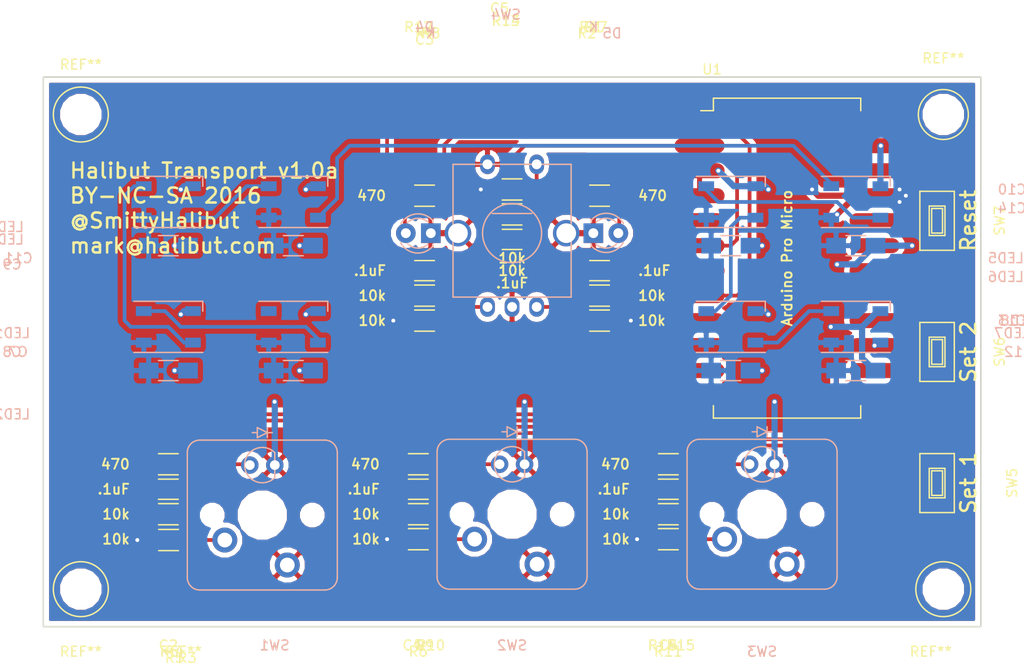
<source format=kicad_pcb>
(kicad_pcb (version 4) (host pcbnew 4.0.4+e1-6308~48~ubuntu16.04.1-stable)

  (general
    (links 106)
    (no_connects 0)
    (area 70.356667 68.24 177.690238 136.33)
    (thickness 1.6)
    (drawings 35)
    (tracks 264)
    (zones 0)
    (modules 54)
    (nets 42)
  )

  (page A4)
  (layers
    (0 F.Cu signal)
    (31 B.Cu signal hide)
    (32 B.Adhes user)
    (33 F.Adhes user)
    (34 B.Paste user)
    (35 F.Paste user)
    (36 B.SilkS user)
    (37 F.SilkS user)
    (38 B.Mask user)
    (39 F.Mask user)
    (40 Dwgs.User user)
    (41 Cmts.User user)
    (42 Eco1.User user)
    (43 Eco2.User user)
    (44 Edge.Cuts user)
    (45 Margin user)
    (46 B.CrtYd user)
    (47 F.CrtYd user)
    (48 B.Fab user)
    (49 F.Fab user)
  )

  (setup
    (last_trace_width 0.381)
    (trace_clearance 0.2)
    (zone_clearance 0.508)
    (zone_45_only yes)
    (trace_min 0.2)
    (segment_width 0.2)
    (edge_width 0.15)
    (via_size 0.6)
    (via_drill 0.4)
    (via_min_size 0.4)
    (via_min_drill 0.3)
    (uvia_size 0.3)
    (uvia_drill 0.1)
    (uvias_allowed no)
    (uvia_min_size 0)
    (uvia_min_drill 0)
    (pcb_text_width 0.3)
    (pcb_text_size 1.5 1.5)
    (mod_edge_width 0.15)
    (mod_text_size 1 1)
    (mod_text_width 0.15)
    (pad_size 1.524 1.524)
    (pad_drill 0.762)
    (pad_to_mask_clearance 0.2)
    (aux_axis_origin 0 0)
    (visible_elements FFFFFF7F)
    (pcbplotparams
      (layerselection 0x00030_80000001)
      (usegerberextensions false)
      (excludeedgelayer true)
      (linewidth 0.100000)
      (plotframeref false)
      (viasonmask false)
      (mode 1)
      (useauxorigin false)
      (hpglpennumber 1)
      (hpglpenspeed 20)
      (hpglpendiameter 15)
      (hpglpenoverlay 2)
      (psnegative false)
      (psa4output false)
      (plotreference true)
      (plotvalue true)
      (plotinvisibletext false)
      (padsonsilk false)
      (subtractmaskfromsilk false)
      (outputformat 1)
      (mirror false)
      (drillshape 1)
      (scaleselection 1)
      (outputdirectory ""))
  )

  (net 0 "")
  (net 1 GND)
  (net 2 RotA)
  (net 3 Button1)
  (net 4 RotB)
  (net 5 Button2)
  (net 6 Button4)
  (net 7 Button3)
  (net 8 VCC)
  (net 9 "Net-(D4-Pad2)")
  (net 10 "Net-(D5-Pad2)")
  (net 11 LED1)
  (net 12 LED2)
  (net 13 LED3)
  (net 14 LED4)
  (net 15 RAW)
  (net 16 RESET)
  (net 17 A2)
  (net 18 A1)
  (net 19 Set1)
  (net 20 LED5)
  (net 21 "Net-(R1-Pad1)")
  (net 22 "Net-(R3-Pad1)")
  (net 23 "Net-(R5-Pad1)")
  (net 24 "Net-(R6-Pad1)")
  (net 25 "Net-(R7-Pad1)")
  (net 26 "Net-(R10-Pad2)")
  (net 27 "Net-(R11-Pad1)")
  (net 28 "Net-(R13-Pad1)")
  (net 29 "Net-(R15-Pad1)")
  (net 30 D2)
  (net 31 A3)
  (net 32 "Net-(LED1-Pad4)")
  (net 33 "Net-(LED1-Pad2)")
  (net 34 "Net-(LED2-Pad4)")
  (net 35 "Net-(LED3-Pad4)")
  (net 36 "Net-(LED4-Pad4)")
  (net 37 "Net-(LED5-Pad4)")
  (net 38 "Net-(LED6-Pad4)")
  (net 39 "Net-(LED7-Pad4)")
  (net 40 LEDS)
  (net 41 Set2)

  (net_class Default "This is the default net class."
    (clearance 0.2)
    (trace_width 0.381)
    (via_dia 0.6)
    (via_drill 0.4)
    (uvia_dia 0.3)
    (uvia_drill 0.1)
    (add_net A1)
    (add_net A2)
    (add_net A3)
    (add_net Button1)
    (add_net Button2)
    (add_net Button3)
    (add_net Button4)
    (add_net D2)
    (add_net LED1)
    (add_net LED2)
    (add_net LED3)
    (add_net LED4)
    (add_net LED5)
    (add_net LEDS)
    (add_net "Net-(D4-Pad2)")
    (add_net "Net-(D5-Pad2)")
    (add_net "Net-(LED1-Pad2)")
    (add_net "Net-(LED1-Pad4)")
    (add_net "Net-(LED2-Pad4)")
    (add_net "Net-(LED3-Pad4)")
    (add_net "Net-(LED4-Pad4)")
    (add_net "Net-(LED5-Pad4)")
    (add_net "Net-(LED6-Pad4)")
    (add_net "Net-(LED7-Pad4)")
    (add_net "Net-(R1-Pad1)")
    (add_net "Net-(R10-Pad2)")
    (add_net "Net-(R11-Pad1)")
    (add_net "Net-(R13-Pad1)")
    (add_net "Net-(R15-Pad1)")
    (add_net "Net-(R3-Pad1)")
    (add_net "Net-(R5-Pad1)")
    (add_net "Net-(R6-Pad1)")
    (add_net "Net-(R7-Pad1)")
    (add_net RAW)
    (add_net RESET)
    (add_net RotA)
    (add_net RotB)
    (add_net Set1)
    (add_net Set2)
  )

  (net_class Power ""
    (clearance 0.2)
    (trace_width 0.635)
    (via_dia 0.6)
    (via_drill 0.4)
    (uvia_dia 0.3)
    (uvia_drill 0.1)
    (add_net GND)
    (add_net VCC)
  )

  (module Libraries:PlasticCaseOutline (layer F.Cu) (tedit 58322897) (tstamp 583213D0)
    (at 76.2 132.08)
    (fp_text reference REF** (at 13.97 2.54) (layer F.SilkS)
      (effects (font (size 1 1) (thickness 0.15)))
    )
    (fp_text value PlasticCaseOutline (at 13.335 1.905) (layer F.Fab)
      (effects (font (size 1 1) (thickness 0.15)))
    )
    (fp_circle (center 91.44 -52.07) (end 91.44 -54.61) (layer F.SilkS) (width 0.15))
    (fp_circle (center 91.44 -3.81) (end 91.44 -1.016) (layer F.SilkS) (width 0.15))
    (fp_circle (center 3.81 -3.81) (end 1.016 -3.81) (layer F.SilkS) (width 0.15))
    (fp_circle (center 3.81 -52.07) (end 1.016 -52.07) (layer F.SilkS) (width 0.15))
    (fp_line (start 0 0) (end 95.25 0) (layer F.SilkS) (width 0.15))
    (fp_line (start 95.25 0) (end 95.25 -55.88) (layer F.SilkS) (width 0.15))
    (fp_line (start 95.25 -55.88) (end 0 -55.88) (layer F.SilkS) (width 0.15))
    (fp_line (start 0 -55.88) (end 0 0) (layer F.SilkS) (width 0.15))
  )

  (module Capacitors_SMD:C_1206_HandSoldering (layer F.Cu) (tedit 58328E19) (tstamp 58320350)
    (at 132.715 95.885)
    (descr "Capacitor SMD 1206, hand soldering")
    (tags "capacitor 1206")
    (path /5831E6C4)
    (attr smd)
    (fp_text reference C1 (at -0.635 -24.765) (layer F.SilkS)
      (effects (font (size 1 1) (thickness 0.15)))
    )
    (fp_text value .1uF (at -1.27 -22.86) (layer F.Fab)
      (effects (font (size 1 1) (thickness 0.15)))
    )
    (fp_line (start -1.6 0.8) (end -1.6 -0.8) (layer F.Fab) (width 0.15))
    (fp_line (start 1.6 0.8) (end -1.6 0.8) (layer F.Fab) (width 0.15))
    (fp_line (start 1.6 -0.8) (end 1.6 0.8) (layer F.Fab) (width 0.15))
    (fp_line (start -1.6 -0.8) (end 1.6 -0.8) (layer F.Fab) (width 0.15))
    (fp_line (start -3.3 -1.15) (end 3.3 -1.15) (layer F.CrtYd) (width 0.05))
    (fp_line (start -3.3 1.15) (end 3.3 1.15) (layer F.CrtYd) (width 0.05))
    (fp_line (start -3.3 -1.15) (end -3.3 1.15) (layer F.CrtYd) (width 0.05))
    (fp_line (start 3.3 -1.15) (end 3.3 1.15) (layer F.CrtYd) (width 0.05))
    (fp_line (start 1 -1.025) (end -1 -1.025) (layer F.SilkS) (width 0.15))
    (fp_line (start -1 1.025) (end 1 1.025) (layer F.SilkS) (width 0.15))
    (pad 1 smd rect (at -2 0) (size 2 1.6) (layers F.Cu F.Paste F.Mask)
      (net 1 GND))
    (pad 2 smd rect (at 2 0) (size 2 1.6) (layers F.Cu F.Paste F.Mask)
      (net 2 RotA))
    (model Capacitors_SMD.3dshapes/C_1206_HandSoldering.wrl
      (at (xyz 0 0 0))
      (scale (xyz 1 1 1))
      (rotate (xyz 0 0 0))
    )
  )

  (module Capacitors_SMD:C_1206_HandSoldering (layer F.Cu) (tedit 5833DF7B) (tstamp 58320356)
    (at 88.9 118.11 180)
    (descr "Capacitor SMD 1206, hand soldering")
    (tags "capacitor 1206")
    (path /5831E267)
    (attr smd)
    (fp_text reference C2 (at 0 -15.875 180) (layer F.SilkS)
      (effects (font (size 1 1) (thickness 0.15)))
    )
    (fp_text value .1uF (at -0.635 -17.145 180) (layer F.Fab)
      (effects (font (size 1 1) (thickness 0.15)))
    )
    (fp_line (start -1.6 0.8) (end -1.6 -0.8) (layer F.Fab) (width 0.15))
    (fp_line (start 1.6 0.8) (end -1.6 0.8) (layer F.Fab) (width 0.15))
    (fp_line (start 1.6 -0.8) (end 1.6 0.8) (layer F.Fab) (width 0.15))
    (fp_line (start -1.6 -0.8) (end 1.6 -0.8) (layer F.Fab) (width 0.15))
    (fp_line (start -3.3 -1.15) (end 3.3 -1.15) (layer F.CrtYd) (width 0.05))
    (fp_line (start -3.3 1.15) (end 3.3 1.15) (layer F.CrtYd) (width 0.05))
    (fp_line (start -3.3 -1.15) (end -3.3 1.15) (layer F.CrtYd) (width 0.05))
    (fp_line (start 3.3 -1.15) (end 3.3 1.15) (layer F.CrtYd) (width 0.05))
    (fp_line (start 1 -1.025) (end -1 -1.025) (layer F.SilkS) (width 0.15))
    (fp_line (start -1 1.025) (end 1 1.025) (layer F.SilkS) (width 0.15))
    (pad 1 smd rect (at -2 0 180) (size 2 1.6) (layers F.Cu F.Paste F.Mask)
      (net 1 GND))
    (pad 2 smd rect (at 2 0 180) (size 2 1.6) (layers F.Cu F.Paste F.Mask)
      (net 3 Button1))
    (model Capacitors_SMD.3dshapes/C_1206_HandSoldering.wrl
      (at (xyz 0 0 0))
      (scale (xyz 1 1 1))
      (rotate (xyz 0 0 0))
    )
  )

  (module Capacitors_SMD:C_1206_HandSoldering (layer F.Cu) (tedit 58328DF1) (tstamp 5832035C)
    (at 114.935 95.885 180)
    (descr "Capacitor SMD 1206, hand soldering")
    (tags "capacitor 1206")
    (path /5831EA3D)
    (attr smd)
    (fp_text reference C3 (at 0 23.495 180) (layer F.SilkS)
      (effects (font (size 1 1) (thickness 0.15)))
    )
    (fp_text value .1uF (at 0.635 24.13 180) (layer F.Fab)
      (effects (font (size 1 1) (thickness 0.15)))
    )
    (fp_line (start -1.6 0.8) (end -1.6 -0.8) (layer F.Fab) (width 0.15))
    (fp_line (start 1.6 0.8) (end -1.6 0.8) (layer F.Fab) (width 0.15))
    (fp_line (start 1.6 -0.8) (end 1.6 0.8) (layer F.Fab) (width 0.15))
    (fp_line (start -1.6 -0.8) (end 1.6 -0.8) (layer F.Fab) (width 0.15))
    (fp_line (start -3.3 -1.15) (end 3.3 -1.15) (layer F.CrtYd) (width 0.05))
    (fp_line (start -3.3 1.15) (end 3.3 1.15) (layer F.CrtYd) (width 0.05))
    (fp_line (start -3.3 -1.15) (end -3.3 1.15) (layer F.CrtYd) (width 0.05))
    (fp_line (start 3.3 -1.15) (end 3.3 1.15) (layer F.CrtYd) (width 0.05))
    (fp_line (start 1 -1.025) (end -1 -1.025) (layer F.SilkS) (width 0.15))
    (fp_line (start -1 1.025) (end 1 1.025) (layer F.SilkS) (width 0.15))
    (pad 1 smd rect (at -2 0 180) (size 2 1.6) (layers F.Cu F.Paste F.Mask)
      (net 1 GND))
    (pad 2 smd rect (at 2 0 180) (size 2 1.6) (layers F.Cu F.Paste F.Mask)
      (net 4 RotB))
    (model Capacitors_SMD.3dshapes/C_1206_HandSoldering.wrl
      (at (xyz 0 0 0))
      (scale (xyz 1 1 1))
      (rotate (xyz 0 0 0))
    )
  )

  (module Capacitors_SMD:C_1206_HandSoldering (layer F.Cu) (tedit 5833DF33) (tstamp 58320362)
    (at 114.3 118.11 180)
    (descr "Capacitor SMD 1206, hand soldering")
    (tags "capacitor 1206")
    (path /5831CF15)
    (attr smd)
    (fp_text reference C4 (at 0.635 -15.875 180) (layer F.SilkS)
      (effects (font (size 1 1) (thickness 0.15)))
    )
    (fp_text value .1uF (at 0.635 -15.24 180) (layer F.Fab)
      (effects (font (size 1 1) (thickness 0.15)))
    )
    (fp_line (start -1.6 0.8) (end -1.6 -0.8) (layer F.Fab) (width 0.15))
    (fp_line (start 1.6 0.8) (end -1.6 0.8) (layer F.Fab) (width 0.15))
    (fp_line (start 1.6 -0.8) (end 1.6 0.8) (layer F.Fab) (width 0.15))
    (fp_line (start -1.6 -0.8) (end 1.6 -0.8) (layer F.Fab) (width 0.15))
    (fp_line (start -3.3 -1.15) (end 3.3 -1.15) (layer F.CrtYd) (width 0.05))
    (fp_line (start -3.3 1.15) (end 3.3 1.15) (layer F.CrtYd) (width 0.05))
    (fp_line (start -3.3 -1.15) (end -3.3 1.15) (layer F.CrtYd) (width 0.05))
    (fp_line (start 3.3 -1.15) (end 3.3 1.15) (layer F.CrtYd) (width 0.05))
    (fp_line (start 1 -1.025) (end -1 -1.025) (layer F.SilkS) (width 0.15))
    (fp_line (start -1 1.025) (end 1 1.025) (layer F.SilkS) (width 0.15))
    (pad 1 smd rect (at -2 0 180) (size 2 1.6) (layers F.Cu F.Paste F.Mask)
      (net 1 GND))
    (pad 2 smd rect (at 2 0 180) (size 2 1.6) (layers F.Cu F.Paste F.Mask)
      (net 5 Button2))
    (model Capacitors_SMD.3dshapes/C_1206_HandSoldering.wrl
      (at (xyz 0 0 0))
      (scale (xyz 1 1 1))
      (rotate (xyz 0 0 0))
    )
  )

  (module Capacitors_SMD:C_1206_HandSoldering (layer F.Cu) (tedit 58328E0B) (tstamp 58320368)
    (at 123.825 92.71 180)
    (descr "Capacitor SMD 1206, hand soldering")
    (tags "capacitor 1206")
    (path /5831ED24)
    (attr smd)
    (fp_text reference C5 (at 1.27 23.495 180) (layer F.SilkS)
      (effects (font (size 1 1) (thickness 0.15)))
    )
    (fp_text value .1uF (at 1.905 22.225 180) (layer F.Fab)
      (effects (font (size 1 1) (thickness 0.15)))
    )
    (fp_line (start -1.6 0.8) (end -1.6 -0.8) (layer F.Fab) (width 0.15))
    (fp_line (start 1.6 0.8) (end -1.6 0.8) (layer F.Fab) (width 0.15))
    (fp_line (start 1.6 -0.8) (end 1.6 0.8) (layer F.Fab) (width 0.15))
    (fp_line (start -1.6 -0.8) (end 1.6 -0.8) (layer F.Fab) (width 0.15))
    (fp_line (start -3.3 -1.15) (end 3.3 -1.15) (layer F.CrtYd) (width 0.05))
    (fp_line (start -3.3 1.15) (end 3.3 1.15) (layer F.CrtYd) (width 0.05))
    (fp_line (start -3.3 -1.15) (end -3.3 1.15) (layer F.CrtYd) (width 0.05))
    (fp_line (start 3.3 -1.15) (end 3.3 1.15) (layer F.CrtYd) (width 0.05))
    (fp_line (start 1 -1.025) (end -1 -1.025) (layer F.SilkS) (width 0.15))
    (fp_line (start -1 1.025) (end 1 1.025) (layer F.SilkS) (width 0.15))
    (pad 1 smd rect (at -2 0 180) (size 2 1.6) (layers F.Cu F.Paste F.Mask)
      (net 1 GND))
    (pad 2 smd rect (at 2 0 180) (size 2 1.6) (layers F.Cu F.Paste F.Mask)
      (net 6 Button4))
    (model Capacitors_SMD.3dshapes/C_1206_HandSoldering.wrl
      (at (xyz 0 0 0))
      (scale (xyz 1 1 1))
      (rotate (xyz 0 0 0))
    )
  )

  (module Capacitors_SMD:C_1206_HandSoldering (layer F.Cu) (tedit 5833DF26) (tstamp 5832036E)
    (at 139.7 118.11 180)
    (descr "Capacitor SMD 1206, hand soldering")
    (tags "capacitor 1206")
    (path /5831E17E)
    (attr smd)
    (fp_text reference C6 (at 0 -15.875 180) (layer F.SilkS)
      (effects (font (size 1 1) (thickness 0.15)))
    )
    (fp_text value .1uF (at 0.635 -15.875 180) (layer F.Fab)
      (effects (font (size 1 1) (thickness 0.15)))
    )
    (fp_line (start -1.6 0.8) (end -1.6 -0.8) (layer F.Fab) (width 0.15))
    (fp_line (start 1.6 0.8) (end -1.6 0.8) (layer F.Fab) (width 0.15))
    (fp_line (start 1.6 -0.8) (end 1.6 0.8) (layer F.Fab) (width 0.15))
    (fp_line (start -1.6 -0.8) (end 1.6 -0.8) (layer F.Fab) (width 0.15))
    (fp_line (start -3.3 -1.15) (end 3.3 -1.15) (layer F.CrtYd) (width 0.05))
    (fp_line (start -3.3 1.15) (end 3.3 1.15) (layer F.CrtYd) (width 0.05))
    (fp_line (start -3.3 -1.15) (end -3.3 1.15) (layer F.CrtYd) (width 0.05))
    (fp_line (start 3.3 -1.15) (end 3.3 1.15) (layer F.CrtYd) (width 0.05))
    (fp_line (start 1 -1.025) (end -1 -1.025) (layer F.SilkS) (width 0.15))
    (fp_line (start -1 1.025) (end 1 1.025) (layer F.SilkS) (width 0.15))
    (pad 1 smd rect (at -2 0 180) (size 2 1.6) (layers F.Cu F.Paste F.Mask)
      (net 1 GND))
    (pad 2 smd rect (at 2 0 180) (size 2 1.6) (layers F.Cu F.Paste F.Mask)
      (net 7 Button3))
    (model Capacitors_SMD.3dshapes/C_1206_HandSoldering.wrl
      (at (xyz 0 0 0))
      (scale (xyz 1 1 1))
      (rotate (xyz 0 0 0))
    )
  )

  (module LEDs:LED-3MM (layer B.Cu) (tedit 58328E05) (tstamp 58320380)
    (at 115.57 92.075 180)
    (descr "LED 3mm round vertical")
    (tags "LED  3mm round vertical")
    (path /58323656)
    (fp_text reference D4 (at 0.635 20.955 180) (layer B.SilkS)
      (effects (font (size 1 1) (thickness 0.15)) (justify mirror))
    )
    (fp_text value Knob (at 0 20.32 180) (layer B.Fab)
      (effects (font (size 1 1) (thickness 0.15)) (justify mirror))
    )
    (fp_line (start -1.2 -2.3) (end 3.8 -2.3) (layer B.CrtYd) (width 0.05))
    (fp_line (start 3.8 -2.3) (end 3.8 2.2) (layer B.CrtYd) (width 0.05))
    (fp_line (start 3.8 2.2) (end -1.2 2.2) (layer B.CrtYd) (width 0.05))
    (fp_line (start -1.2 2.2) (end -1.2 -2.3) (layer B.CrtYd) (width 0.05))
    (fp_line (start -0.199 -1.314) (end -0.199 -1.114) (layer B.SilkS) (width 0.15))
    (fp_line (start -0.199 1.28) (end -0.199 1.1) (layer B.SilkS) (width 0.15))
    (fp_arc (start 1.301 -0.034) (end -0.199 1.286) (angle -108.5) (layer B.SilkS) (width 0.15))
    (fp_arc (start 1.301 -0.034) (end 0.25 1.1) (angle -85.7) (layer B.SilkS) (width 0.15))
    (fp_arc (start 1.311 -0.034) (end 3.051 -0.994) (angle -110) (layer B.SilkS) (width 0.15))
    (fp_arc (start 1.301 -0.034) (end 2.335 -1.094) (angle -87.5) (layer B.SilkS) (width 0.15))
    (fp_text user K (at 0 20.32 180) (layer B.SilkS)
      (effects (font (size 1 1) (thickness 0.15)) (justify mirror))
    )
    (pad 1 thru_hole rect (at 0 0 90) (size 2 2) (drill 1.00076) (layers *.Cu *.Mask)
      (net 1 GND))
    (pad 2 thru_hole circle (at 2.54 0 180) (size 2 2) (drill 1.00076) (layers *.Cu *.Mask)
      (net 9 "Net-(D4-Pad2)"))
    (model LEDs.3dshapes/LED-3MM.wrl
      (at (xyz 0.05 0 0))
      (scale (xyz 1 1 1))
      (rotate (xyz 0 0 90))
    )
  )

  (module LEDs:LED-3MM (layer B.Cu) (tedit 58328E2B) (tstamp 58320386)
    (at 132.08 92.075)
    (descr "LED 3mm round vertical")
    (tags "LED  3mm round vertical")
    (path /5832366A)
    (fp_text reference D5 (at 1.905 -20.32) (layer B.SilkS)
      (effects (font (size 1 1) (thickness 0.15)) (justify mirror))
    )
    (fp_text value Knob (at 0 -20.32) (layer B.Fab)
      (effects (font (size 1 1) (thickness 0.15)) (justify mirror))
    )
    (fp_line (start -1.2 -2.3) (end 3.8 -2.3) (layer B.CrtYd) (width 0.05))
    (fp_line (start 3.8 -2.3) (end 3.8 2.2) (layer B.CrtYd) (width 0.05))
    (fp_line (start 3.8 2.2) (end -1.2 2.2) (layer B.CrtYd) (width 0.05))
    (fp_line (start -1.2 2.2) (end -1.2 -2.3) (layer B.CrtYd) (width 0.05))
    (fp_line (start -0.199 -1.314) (end -0.199 -1.114) (layer B.SilkS) (width 0.15))
    (fp_line (start -0.199 1.28) (end -0.199 1.1) (layer B.SilkS) (width 0.15))
    (fp_arc (start 1.301 -0.034) (end -0.199 1.286) (angle -108.5) (layer B.SilkS) (width 0.15))
    (fp_arc (start 1.301 -0.034) (end 0.25 1.1) (angle -85.7) (layer B.SilkS) (width 0.15))
    (fp_arc (start 1.311 -0.034) (end 3.051 -0.994) (angle -110) (layer B.SilkS) (width 0.15))
    (fp_arc (start 1.301 -0.034) (end 2.335 -1.094) (angle -87.5) (layer B.SilkS) (width 0.15))
    (fp_text user K (at 0 -20.955) (layer B.SilkS)
      (effects (font (size 1 1) (thickness 0.15)) (justify mirror))
    )
    (pad 1 thru_hole rect (at 0 0 270) (size 2 2) (drill 1.00076) (layers *.Cu *.Mask)
      (net 1 GND))
    (pad 2 thru_hole circle (at 2.54 0) (size 2 2) (drill 1.00076) (layers *.Cu *.Mask)
      (net 10 "Net-(D5-Pad2)"))
    (model LEDs.3dshapes/LED-3MM.wrl
      (at (xyz 0.05 0 0))
      (scale (xyz 1 1 1))
      (rotate (xyz 0 0 90))
    )
  )

  (module Resistors_SMD:R_1206_HandSoldering (layer F.Cu) (tedit 58328E29) (tstamp 583203AC)
    (at 132.715 100.965)
    (descr "Resistor SMD 1206, hand soldering")
    (tags "resistor 1206")
    (path /5831E6D7)
    (attr smd)
    (fp_text reference R1 (at -0.635 -29.845) (layer F.SilkS)
      (effects (font (size 1 1) (thickness 0.15)))
    )
    (fp_text value 10k (at -1.905 -29.21) (layer F.Fab)
      (effects (font (size 1 1) (thickness 0.15)))
    )
    (fp_line (start -3.3 -1.2) (end 3.3 -1.2) (layer F.CrtYd) (width 0.05))
    (fp_line (start -3.3 1.2) (end 3.3 1.2) (layer F.CrtYd) (width 0.05))
    (fp_line (start -3.3 -1.2) (end -3.3 1.2) (layer F.CrtYd) (width 0.05))
    (fp_line (start 3.3 -1.2) (end 3.3 1.2) (layer F.CrtYd) (width 0.05))
    (fp_line (start 1 1.075) (end -1 1.075) (layer F.SilkS) (width 0.15))
    (fp_line (start -1 -1.075) (end 1 -1.075) (layer F.SilkS) (width 0.15))
    (pad 1 smd rect (at -2 0) (size 2 1.7) (layers F.Cu F.Paste F.Mask)
      (net 21 "Net-(R1-Pad1)"))
    (pad 2 smd rect (at 2 0) (size 2 1.7) (layers F.Cu F.Paste F.Mask)
      (net 8 VCC))
    (model Resistors_SMD.3dshapes/R_1206_HandSoldering.wrl
      (at (xyz 0 0 0))
      (scale (xyz 1 1 1))
      (rotate (xyz 0 0 0))
    )
  )

  (module Resistors_SMD:R_1206_HandSoldering (layer F.Cu) (tedit 58328E21) (tstamp 583203B2)
    (at 132.715 98.425 180)
    (descr "Resistor SMD 1206, hand soldering")
    (tags "resistor 1206")
    (path /5831E6DD)
    (attr smd)
    (fp_text reference R2 (at 1.27 26.67 180) (layer F.SilkS)
      (effects (font (size 1 1) (thickness 0.15)))
    )
    (fp_text value 10k (at 0.635 27.305 180) (layer F.Fab)
      (effects (font (size 1 1) (thickness 0.15)))
    )
    (fp_line (start -3.3 -1.2) (end 3.3 -1.2) (layer F.CrtYd) (width 0.05))
    (fp_line (start -3.3 1.2) (end 3.3 1.2) (layer F.CrtYd) (width 0.05))
    (fp_line (start -3.3 -1.2) (end -3.3 1.2) (layer F.CrtYd) (width 0.05))
    (fp_line (start 3.3 -1.2) (end 3.3 1.2) (layer F.CrtYd) (width 0.05))
    (fp_line (start 1 1.075) (end -1 1.075) (layer F.SilkS) (width 0.15))
    (fp_line (start -1 -1.075) (end 1 -1.075) (layer F.SilkS) (width 0.15))
    (pad 1 smd rect (at -2 0 180) (size 2 1.7) (layers F.Cu F.Paste F.Mask)
      (net 2 RotA))
    (pad 2 smd rect (at 2 0 180) (size 2 1.7) (layers F.Cu F.Paste F.Mask)
      (net 21 "Net-(R1-Pad1)"))
    (model Resistors_SMD.3dshapes/R_1206_HandSoldering.wrl
      (at (xyz 0 0 0))
      (scale (xyz 1 1 1))
      (rotate (xyz 0 0 0))
    )
  )

  (module Resistors_SMD:R_1206_HandSoldering (layer F.Cu) (tedit 5833DF6D) (tstamp 583203B8)
    (at 88.922563 123.276385 180)
    (descr "Resistor SMD 1206, hand soldering")
    (tags "resistor 1206")
    (path /5831E27A)
    (attr smd)
    (fp_text reference R3 (at -1.882437 -11.978615 180) (layer F.SilkS)
      (effects (font (size 1 1) (thickness 0.15)))
    )
    (fp_text value 10k (at 0.022563 -11.978615 180) (layer F.Fab)
      (effects (font (size 1 1) (thickness 0.15)))
    )
    (fp_line (start -3.3 -1.2) (end 3.3 -1.2) (layer F.CrtYd) (width 0.05))
    (fp_line (start -3.3 1.2) (end 3.3 1.2) (layer F.CrtYd) (width 0.05))
    (fp_line (start -3.3 -1.2) (end -3.3 1.2) (layer F.CrtYd) (width 0.05))
    (fp_line (start 3.3 -1.2) (end 3.3 1.2) (layer F.CrtYd) (width 0.05))
    (fp_line (start 1 1.075) (end -1 1.075) (layer F.SilkS) (width 0.15))
    (fp_line (start -1 -1.075) (end 1 -1.075) (layer F.SilkS) (width 0.15))
    (pad 1 smd rect (at -2 0 180) (size 2 1.7) (layers F.Cu F.Paste F.Mask)
      (net 22 "Net-(R3-Pad1)"))
    (pad 2 smd rect (at 2 0 180) (size 2 1.7) (layers F.Cu F.Paste F.Mask)
      (net 8 VCC))
    (model Resistors_SMD.3dshapes/R_1206_HandSoldering.wrl
      (at (xyz 0 0 0))
      (scale (xyz 1 1 1))
      (rotate (xyz 0 0 0))
    )
  )

  (module Resistors_SMD:R_1206_HandSoldering (layer F.Cu) (tedit 5833DF75) (tstamp 583203BE)
    (at 88.9 120.65)
    (descr "Resistor SMD 1206, hand soldering")
    (tags "resistor 1206")
    (path /5831E280)
    (attr smd)
    (fp_text reference R4 (at 0.635 13.97) (layer F.SilkS)
      (effects (font (size 1 1) (thickness 0.15)))
    )
    (fp_text value 10k (at 1.27 13.97) (layer F.Fab)
      (effects (font (size 1 1) (thickness 0.15)))
    )
    (fp_line (start -3.3 -1.2) (end 3.3 -1.2) (layer F.CrtYd) (width 0.05))
    (fp_line (start -3.3 1.2) (end 3.3 1.2) (layer F.CrtYd) (width 0.05))
    (fp_line (start -3.3 -1.2) (end -3.3 1.2) (layer F.CrtYd) (width 0.05))
    (fp_line (start 3.3 -1.2) (end 3.3 1.2) (layer F.CrtYd) (width 0.05))
    (fp_line (start 1 1.075) (end -1 1.075) (layer F.SilkS) (width 0.15))
    (fp_line (start -1 -1.075) (end 1 -1.075) (layer F.SilkS) (width 0.15))
    (pad 1 smd rect (at -2 0) (size 2 1.7) (layers F.Cu F.Paste F.Mask)
      (net 3 Button1))
    (pad 2 smd rect (at 2 0) (size 2 1.7) (layers F.Cu F.Paste F.Mask)
      (net 22 "Net-(R3-Pad1)"))
    (model Resistors_SMD.3dshapes/R_1206_HandSoldering.wrl
      (at (xyz 0 0 0))
      (scale (xyz 1 1 1))
      (rotate (xyz 0 0 0))
    )
  )

  (module Resistors_SMD:R_1206_HandSoldering (layer F.Cu) (tedit 5833DF6A) (tstamp 583203C4)
    (at 88.9 115.57 180)
    (descr "Resistor SMD 1206, hand soldering")
    (tags "resistor 1206")
    (path /583210AF)
    (attr smd)
    (fp_text reference R5 (at -0.635 -19.685 180) (layer F.SilkS)
      (effects (font (size 1 1) (thickness 0.15)))
    )
    (fp_text value 470 (at -1.27 -19.05 180) (layer F.Fab)
      (effects (font (size 1 1) (thickness 0.15)))
    )
    (fp_line (start -3.3 -1.2) (end 3.3 -1.2) (layer F.CrtYd) (width 0.05))
    (fp_line (start -3.3 1.2) (end 3.3 1.2) (layer F.CrtYd) (width 0.05))
    (fp_line (start -3.3 -1.2) (end -3.3 1.2) (layer F.CrtYd) (width 0.05))
    (fp_line (start 3.3 -1.2) (end 3.3 1.2) (layer F.CrtYd) (width 0.05))
    (fp_line (start 1 1.075) (end -1 1.075) (layer F.SilkS) (width 0.15))
    (fp_line (start -1 -1.075) (end 1 -1.075) (layer F.SilkS) (width 0.15))
    (pad 1 smd rect (at -2 0 180) (size 2 1.7) (layers F.Cu F.Paste F.Mask)
      (net 23 "Net-(R5-Pad1)"))
    (pad 2 smd rect (at 2 0 180) (size 2 1.7) (layers F.Cu F.Paste F.Mask)
      (net 11 LED1))
    (model Resistors_SMD.3dshapes/R_1206_HandSoldering.wrl
      (at (xyz 0 0 0))
      (scale (xyz 1 1 1))
      (rotate (xyz 0 0 0))
    )
  )

  (module Resistors_SMD:R_1206_HandSoldering (layer F.Cu) (tedit 5833DF01) (tstamp 583203CA)
    (at 114.3 115.57 180)
    (descr "Resistor SMD 1206, hand soldering")
    (tags "resistor 1206")
    (path /5832138B)
    (attr smd)
    (fp_text reference R6 (at 0 -19.05 180) (layer F.SilkS)
      (effects (font (size 1 1) (thickness 0.15)))
    )
    (fp_text value 470 (at 0.635 -18.415 180) (layer F.Fab)
      (effects (font (size 1 1) (thickness 0.15)))
    )
    (fp_line (start -3.3 -1.2) (end 3.3 -1.2) (layer F.CrtYd) (width 0.05))
    (fp_line (start -3.3 1.2) (end 3.3 1.2) (layer F.CrtYd) (width 0.05))
    (fp_line (start -3.3 -1.2) (end -3.3 1.2) (layer F.CrtYd) (width 0.05))
    (fp_line (start 3.3 -1.2) (end 3.3 1.2) (layer F.CrtYd) (width 0.05))
    (fp_line (start 1 1.075) (end -1 1.075) (layer F.SilkS) (width 0.15))
    (fp_line (start -1 -1.075) (end 1 -1.075) (layer F.SilkS) (width 0.15))
    (pad 1 smd rect (at -2 0 180) (size 2 1.7) (layers F.Cu F.Paste F.Mask)
      (net 24 "Net-(R6-Pad1)"))
    (pad 2 smd rect (at 2 0 180) (size 2 1.7) (layers F.Cu F.Paste F.Mask)
      (net 12 LED2))
    (model Resistors_SMD.3dshapes/R_1206_HandSoldering.wrl
      (at (xyz 0 0 0))
      (scale (xyz 1 1 1))
      (rotate (xyz 0 0 0))
    )
  )

  (module Resistors_SMD:R_1206_HandSoldering (layer F.Cu) (tedit 58328DF7) (tstamp 583203D0)
    (at 114.935 100.965 180)
    (descr "Resistor SMD 1206, hand soldering")
    (tags "resistor 1206")
    (path /5831EA50)
    (attr smd)
    (fp_text reference R7 (at 0 29.21 180) (layer F.SilkS)
      (effects (font (size 1 1) (thickness 0.15)))
    )
    (fp_text value 10k (at -0.635 30.48 180) (layer F.Fab)
      (effects (font (size 1 1) (thickness 0.15)))
    )
    (fp_line (start -3.3 -1.2) (end 3.3 -1.2) (layer F.CrtYd) (width 0.05))
    (fp_line (start -3.3 1.2) (end 3.3 1.2) (layer F.CrtYd) (width 0.05))
    (fp_line (start -3.3 -1.2) (end -3.3 1.2) (layer F.CrtYd) (width 0.05))
    (fp_line (start 3.3 -1.2) (end 3.3 1.2) (layer F.CrtYd) (width 0.05))
    (fp_line (start 1 1.075) (end -1 1.075) (layer F.SilkS) (width 0.15))
    (fp_line (start -1 -1.075) (end 1 -1.075) (layer F.SilkS) (width 0.15))
    (pad 1 smd rect (at -2 0 180) (size 2 1.7) (layers F.Cu F.Paste F.Mask)
      (net 25 "Net-(R7-Pad1)"))
    (pad 2 smd rect (at 2 0 180) (size 2 1.7) (layers F.Cu F.Paste F.Mask)
      (net 8 VCC))
    (model Resistors_SMD.3dshapes/R_1206_HandSoldering.wrl
      (at (xyz 0 0 0))
      (scale (xyz 1 1 1))
      (rotate (xyz 0 0 0))
    )
  )

  (module Resistors_SMD:R_1206_HandSoldering (layer F.Cu) (tedit 58328E00) (tstamp 583203D6)
    (at 114.935 98.425)
    (descr "Resistor SMD 1206, hand soldering")
    (tags "resistor 1206")
    (path /5831EA56)
    (attr smd)
    (fp_text reference R8 (at 0.635 -26.67) (layer F.SilkS)
      (effects (font (size 1 1) (thickness 0.15)))
    )
    (fp_text value 10k (at 0.635 -27.94) (layer F.Fab)
      (effects (font (size 1 1) (thickness 0.15)))
    )
    (fp_line (start -3.3 -1.2) (end 3.3 -1.2) (layer F.CrtYd) (width 0.05))
    (fp_line (start -3.3 1.2) (end 3.3 1.2) (layer F.CrtYd) (width 0.05))
    (fp_line (start -3.3 -1.2) (end -3.3 1.2) (layer F.CrtYd) (width 0.05))
    (fp_line (start 3.3 -1.2) (end 3.3 1.2) (layer F.CrtYd) (width 0.05))
    (fp_line (start 1 1.075) (end -1 1.075) (layer F.SilkS) (width 0.15))
    (fp_line (start -1 -1.075) (end 1 -1.075) (layer F.SilkS) (width 0.15))
    (pad 1 smd rect (at -2 0) (size 2 1.7) (layers F.Cu F.Paste F.Mask)
      (net 4 RotB))
    (pad 2 smd rect (at 2 0) (size 2 1.7) (layers F.Cu F.Paste F.Mask)
      (net 25 "Net-(R7-Pad1)"))
    (model Resistors_SMD.3dshapes/R_1206_HandSoldering.wrl
      (at (xyz 0 0 0))
      (scale (xyz 1 1 1))
      (rotate (xyz 0 0 0))
    )
  )

  (module Resistors_SMD:R_1206_HandSoldering (layer F.Cu) (tedit 5833DEFE) (tstamp 583203DC)
    (at 114.3 123.19 180)
    (descr "Resistor SMD 1206, hand soldering")
    (tags "resistor 1206")
    (path /5831D240)
    (attr smd)
    (fp_text reference R9 (at -0.635 -10.795 180) (layer F.SilkS)
      (effects (font (size 1 1) (thickness 0.15)))
    )
    (fp_text value 10k (at -0.635 -10.795 180) (layer F.Fab)
      (effects (font (size 1 1) (thickness 0.15)))
    )
    (fp_line (start -3.3 -1.2) (end 3.3 -1.2) (layer F.CrtYd) (width 0.05))
    (fp_line (start -3.3 1.2) (end 3.3 1.2) (layer F.CrtYd) (width 0.05))
    (fp_line (start -3.3 -1.2) (end -3.3 1.2) (layer F.CrtYd) (width 0.05))
    (fp_line (start 3.3 -1.2) (end 3.3 1.2) (layer F.CrtYd) (width 0.05))
    (fp_line (start 1 1.075) (end -1 1.075) (layer F.SilkS) (width 0.15))
    (fp_line (start -1 -1.075) (end 1 -1.075) (layer F.SilkS) (width 0.15))
    (pad 1 smd rect (at -2 0 180) (size 2 1.7) (layers F.Cu F.Paste F.Mask)
      (net 26 "Net-(R10-Pad2)"))
    (pad 2 smd rect (at 2 0 180) (size 2 1.7) (layers F.Cu F.Paste F.Mask)
      (net 8 VCC))
    (model Resistors_SMD.3dshapes/R_1206_HandSoldering.wrl
      (at (xyz 0 0 0))
      (scale (xyz 1 1 1))
      (rotate (xyz 0 0 0))
    )
  )

  (module Resistors_SMD:R_1206_HandSoldering (layer F.Cu) (tedit 5833DF08) (tstamp 583203E2)
    (at 114.3 120.65)
    (descr "Resistor SMD 1206, hand soldering")
    (tags "resistor 1206")
    (path /5831DDF8)
    (attr smd)
    (fp_text reference R10 (at 1.27 13.335) (layer F.SilkS)
      (effects (font (size 1 1) (thickness 0.15)))
    )
    (fp_text value 10k (at 0 13.335) (layer F.Fab)
      (effects (font (size 1 1) (thickness 0.15)))
    )
    (fp_line (start -3.3 -1.2) (end 3.3 -1.2) (layer F.CrtYd) (width 0.05))
    (fp_line (start -3.3 1.2) (end 3.3 1.2) (layer F.CrtYd) (width 0.05))
    (fp_line (start -3.3 -1.2) (end -3.3 1.2) (layer F.CrtYd) (width 0.05))
    (fp_line (start 3.3 -1.2) (end 3.3 1.2) (layer F.CrtYd) (width 0.05))
    (fp_line (start 1 1.075) (end -1 1.075) (layer F.SilkS) (width 0.15))
    (fp_line (start -1 -1.075) (end 1 -1.075) (layer F.SilkS) (width 0.15))
    (pad 1 smd rect (at -2 0) (size 2 1.7) (layers F.Cu F.Paste F.Mask)
      (net 5 Button2))
    (pad 2 smd rect (at 2 0) (size 2 1.7) (layers F.Cu F.Paste F.Mask)
      (net 26 "Net-(R10-Pad2)"))
    (model Resistors_SMD.3dshapes/R_1206_HandSoldering.wrl
      (at (xyz 0 0 0))
      (scale (xyz 1 1 1))
      (rotate (xyz 0 0 0))
    )
  )

  (module Resistors_SMD:R_1206_HandSoldering (layer F.Cu) (tedit 5833DF17) (tstamp 583203E8)
    (at 139.7 115.57 180)
    (descr "Resistor SMD 1206, hand soldering")
    (tags "resistor 1206")
    (path /58321478)
    (attr smd)
    (fp_text reference R11 (at 0 -19.05 180) (layer F.SilkS)
      (effects (font (size 1 1) (thickness 0.15)))
    )
    (fp_text value 470 (at -0.635 -18.415 180) (layer F.Fab)
      (effects (font (size 1 1) (thickness 0.15)))
    )
    (fp_line (start -3.3 -1.2) (end 3.3 -1.2) (layer F.CrtYd) (width 0.05))
    (fp_line (start -3.3 1.2) (end 3.3 1.2) (layer F.CrtYd) (width 0.05))
    (fp_line (start -3.3 -1.2) (end -3.3 1.2) (layer F.CrtYd) (width 0.05))
    (fp_line (start 3.3 -1.2) (end 3.3 1.2) (layer F.CrtYd) (width 0.05))
    (fp_line (start 1 1.075) (end -1 1.075) (layer F.SilkS) (width 0.15))
    (fp_line (start -1 -1.075) (end 1 -1.075) (layer F.SilkS) (width 0.15))
    (pad 1 smd rect (at -2 0 180) (size 2 1.7) (layers F.Cu F.Paste F.Mask)
      (net 27 "Net-(R11-Pad1)"))
    (pad 2 smd rect (at 2 0 180) (size 2 1.7) (layers F.Cu F.Paste F.Mask)
      (net 13 LED3))
    (model Resistors_SMD.3dshapes/R_1206_HandSoldering.wrl
      (at (xyz 0 0 0))
      (scale (xyz 1 1 1))
      (rotate (xyz 0 0 0))
    )
  )

  (module Resistors_SMD:R_1206_HandSoldering (layer F.Cu) (tedit 58328E02) (tstamp 583203EE)
    (at 114.935 88.265)
    (descr "Resistor SMD 1206, hand soldering")
    (tags "resistor 1206")
    (path /5832365C)
    (attr smd)
    (fp_text reference R12 (at -0.635 -17.145) (layer F.SilkS)
      (effects (font (size 1 1) (thickness 0.15)))
    )
    (fp_text value 470 (at 0 -17.78) (layer F.Fab)
      (effects (font (size 1 1) (thickness 0.15)))
    )
    (fp_line (start -3.3 -1.2) (end 3.3 -1.2) (layer F.CrtYd) (width 0.05))
    (fp_line (start -3.3 1.2) (end 3.3 1.2) (layer F.CrtYd) (width 0.05))
    (fp_line (start -3.3 -1.2) (end -3.3 1.2) (layer F.CrtYd) (width 0.05))
    (fp_line (start 3.3 -1.2) (end 3.3 1.2) (layer F.CrtYd) (width 0.05))
    (fp_line (start 1 1.075) (end -1 1.075) (layer F.SilkS) (width 0.15))
    (fp_line (start -1 -1.075) (end 1 -1.075) (layer F.SilkS) (width 0.15))
    (pad 1 smd rect (at -2 0) (size 2 1.7) (layers F.Cu F.Paste F.Mask)
      (net 9 "Net-(D4-Pad2)"))
    (pad 2 smd rect (at 2 0) (size 2 1.7) (layers F.Cu F.Paste F.Mask)
      (net 14 LED4))
    (model Resistors_SMD.3dshapes/R_1206_HandSoldering.wrl
      (at (xyz 0 0 0))
      (scale (xyz 1 1 1))
      (rotate (xyz 0 0 0))
    )
  )

  (module Resistors_SMD:R_1206_HandSoldering (layer F.Cu) (tedit 58328E0D) (tstamp 583203F4)
    (at 123.825 87.63 180)
    (descr "Resistor SMD 1206, hand soldering")
    (tags "resistor 1206")
    (path /5831ED31)
    (attr smd)
    (fp_text reference R13 (at 0.635 17.145 180) (layer F.SilkS)
      (effects (font (size 1 1) (thickness 0.15)))
    )
    (fp_text value 10k (at 0.635 17.145 180) (layer F.Fab)
      (effects (font (size 1 1) (thickness 0.15)))
    )
    (fp_line (start -3.3 -1.2) (end 3.3 -1.2) (layer F.CrtYd) (width 0.05))
    (fp_line (start -3.3 1.2) (end 3.3 1.2) (layer F.CrtYd) (width 0.05))
    (fp_line (start -3.3 -1.2) (end -3.3 1.2) (layer F.CrtYd) (width 0.05))
    (fp_line (start 3.3 -1.2) (end 3.3 1.2) (layer F.CrtYd) (width 0.05))
    (fp_line (start 1 1.075) (end -1 1.075) (layer F.SilkS) (width 0.15))
    (fp_line (start -1 -1.075) (end 1 -1.075) (layer F.SilkS) (width 0.15))
    (pad 1 smd rect (at -2 0 180) (size 2 1.7) (layers F.Cu F.Paste F.Mask)
      (net 28 "Net-(R13-Pad1)"))
    (pad 2 smd rect (at 2 0 180) (size 2 1.7) (layers F.Cu F.Paste F.Mask)
      (net 8 VCC))
    (model Resistors_SMD.3dshapes/R_1206_HandSoldering.wrl
      (at (xyz 0 0 0))
      (scale (xyz 1 1 1))
      (rotate (xyz 0 0 0))
    )
  )

  (module Resistors_SMD:R_1206_HandSoldering (layer F.Cu) (tedit 58328E12) (tstamp 583203FA)
    (at 123.825 90.17)
    (descr "Resistor SMD 1206, hand soldering")
    (tags "resistor 1206")
    (path /5831ED37)
    (attr smd)
    (fp_text reference R14 (at -0.635 -19.685) (layer F.SilkS)
      (effects (font (size 1 1) (thickness 0.15)))
    )
    (fp_text value 10k (at -0.635 -19.685) (layer F.Fab)
      (effects (font (size 1 1) (thickness 0.15)))
    )
    (fp_line (start -3.3 -1.2) (end 3.3 -1.2) (layer F.CrtYd) (width 0.05))
    (fp_line (start -3.3 1.2) (end 3.3 1.2) (layer F.CrtYd) (width 0.05))
    (fp_line (start -3.3 -1.2) (end -3.3 1.2) (layer F.CrtYd) (width 0.05))
    (fp_line (start 3.3 -1.2) (end 3.3 1.2) (layer F.CrtYd) (width 0.05))
    (fp_line (start 1 1.075) (end -1 1.075) (layer F.SilkS) (width 0.15))
    (fp_line (start -1 -1.075) (end 1 -1.075) (layer F.SilkS) (width 0.15))
    (pad 1 smd rect (at -2 0) (size 2 1.7) (layers F.Cu F.Paste F.Mask)
      (net 6 Button4))
    (pad 2 smd rect (at 2 0) (size 2 1.7) (layers F.Cu F.Paste F.Mask)
      (net 28 "Net-(R13-Pad1)"))
    (model Resistors_SMD.3dshapes/R_1206_HandSoldering.wrl
      (at (xyz 0 0 0))
      (scale (xyz 1 1 1))
      (rotate (xyz 0 0 0))
    )
  )

  (module Resistors_SMD:R_1206_HandSoldering (layer F.Cu) (tedit 5833DF1F) (tstamp 58320400)
    (at 139.7 123.19 180)
    (descr "Resistor SMD 1206, hand soldering")
    (tags "resistor 1206")
    (path /5831E191)
    (attr smd)
    (fp_text reference R15 (at -1.27 -10.795 180) (layer F.SilkS)
      (effects (font (size 1 1) (thickness 0.15)))
    )
    (fp_text value 10k (at -3.175 -10.795 180) (layer F.Fab)
      (effects (font (size 1 1) (thickness 0.15)))
    )
    (fp_line (start -3.3 -1.2) (end 3.3 -1.2) (layer F.CrtYd) (width 0.05))
    (fp_line (start -3.3 1.2) (end 3.3 1.2) (layer F.CrtYd) (width 0.05))
    (fp_line (start -3.3 -1.2) (end -3.3 1.2) (layer F.CrtYd) (width 0.05))
    (fp_line (start 3.3 -1.2) (end 3.3 1.2) (layer F.CrtYd) (width 0.05))
    (fp_line (start 1 1.075) (end -1 1.075) (layer F.SilkS) (width 0.15))
    (fp_line (start -1 -1.075) (end 1 -1.075) (layer F.SilkS) (width 0.15))
    (pad 1 smd rect (at -2 0 180) (size 2 1.7) (layers F.Cu F.Paste F.Mask)
      (net 29 "Net-(R15-Pad1)"))
    (pad 2 smd rect (at 2 0 180) (size 2 1.7) (layers F.Cu F.Paste F.Mask)
      (net 8 VCC))
    (model Resistors_SMD.3dshapes/R_1206_HandSoldering.wrl
      (at (xyz 0 0 0))
      (scale (xyz 1 1 1))
      (rotate (xyz 0 0 0))
    )
  )

  (module Resistors_SMD:R_1206_HandSoldering (layer F.Cu) (tedit 5833DF11) (tstamp 58320406)
    (at 139.7 120.65)
    (descr "Resistor SMD 1206, hand soldering")
    (tags "resistor 1206")
    (path /5831E197)
    (attr smd)
    (fp_text reference R16 (at -0.635 13.335) (layer F.SilkS)
      (effects (font (size 1 1) (thickness 0.15)))
    )
    (fp_text value 10k (at 1.27 13.335) (layer F.Fab)
      (effects (font (size 1 1) (thickness 0.15)))
    )
    (fp_line (start -3.3 -1.2) (end 3.3 -1.2) (layer F.CrtYd) (width 0.05))
    (fp_line (start -3.3 1.2) (end 3.3 1.2) (layer F.CrtYd) (width 0.05))
    (fp_line (start -3.3 -1.2) (end -3.3 1.2) (layer F.CrtYd) (width 0.05))
    (fp_line (start 3.3 -1.2) (end 3.3 1.2) (layer F.CrtYd) (width 0.05))
    (fp_line (start 1 1.075) (end -1 1.075) (layer F.SilkS) (width 0.15))
    (fp_line (start -1 -1.075) (end 1 -1.075) (layer F.SilkS) (width 0.15))
    (pad 1 smd rect (at -2 0) (size 2 1.7) (layers F.Cu F.Paste F.Mask)
      (net 7 Button3))
    (pad 2 smd rect (at 2 0) (size 2 1.7) (layers F.Cu F.Paste F.Mask)
      (net 29 "Net-(R15-Pad1)"))
    (model Resistors_SMD.3dshapes/R_1206_HandSoldering.wrl
      (at (xyz 0 0 0))
      (scale (xyz 1 1 1))
      (rotate (xyz 0 0 0))
    )
  )

  (module Resistors_SMD:R_1206_HandSoldering (layer F.Cu) (tedit 58328E25) (tstamp 5832040C)
    (at 132.715 88.265 180)
    (descr "Resistor SMD 1206, hand soldering")
    (tags "resistor 1206")
    (path /58323670)
    (attr smd)
    (fp_text reference R17 (at 0.635 17.145 180) (layer F.SilkS)
      (effects (font (size 1 1) (thickness 0.15)))
    )
    (fp_text value 470 (at 0.635 15.875 180) (layer F.Fab)
      (effects (font (size 1 1) (thickness 0.15)))
    )
    (fp_line (start -3.3 -1.2) (end 3.3 -1.2) (layer F.CrtYd) (width 0.05))
    (fp_line (start -3.3 1.2) (end 3.3 1.2) (layer F.CrtYd) (width 0.05))
    (fp_line (start -3.3 -1.2) (end -3.3 1.2) (layer F.CrtYd) (width 0.05))
    (fp_line (start 3.3 -1.2) (end 3.3 1.2) (layer F.CrtYd) (width 0.05))
    (fp_line (start 1 1.075) (end -1 1.075) (layer F.SilkS) (width 0.15))
    (fp_line (start -1 -1.075) (end 1 -1.075) (layer F.SilkS) (width 0.15))
    (pad 1 smd rect (at -2 0 180) (size 2 1.7) (layers F.Cu F.Paste F.Mask)
      (net 10 "Net-(D5-Pad2)"))
    (pad 2 smd rect (at 2 0 180) (size 2 1.7) (layers F.Cu F.Paste F.Mask)
      (net 20 LED5))
    (model Resistors_SMD.3dshapes/R_1206_HandSoldering.wrl
      (at (xyz 0 0 0))
      (scale (xyz 1 1 1))
      (rotate (xyz 0 0 0))
    )
  )

  (module Buttons_Switches_SMD:SW_SPST_FSMSM (layer F.Cu) (tedit 583228EA) (tstamp 5832047B)
    (at 167.005 117.475 270)
    (descr http://www.te.com/commerce/DocumentDelivery/DDEController?Action=srchrtrv&DocNm=1437566-3&DocType=Customer+Drawing&DocLang=English)
    (tags "SPST button tactile switch")
    (path /583301C7)
    (attr smd)
    (fp_text reference SW5 (at 0 -7.62 270) (layer F.SilkS)
      (effects (font (size 1 1) (thickness 0.15)))
    )
    (fp_text value Set0 (at 0 -6.985 270) (layer F.Fab)
      (effects (font (size 1 1) (thickness 0.15)))
    )
    (fp_line (start -1.23989 -0.55022) (end 1.26011 -0.55022) (layer F.SilkS) (width 0.15))
    (fp_line (start 1.26011 -0.55022) (end 1.26011 0.54978) (layer F.SilkS) (width 0.15))
    (fp_line (start 1.26011 0.54978) (end -1.23989 0.54978) (layer F.SilkS) (width 0.15))
    (fp_line (start -1.23989 0.54978) (end -1.23989 -0.55022) (layer F.SilkS) (width 0.15))
    (fp_line (start -1.48989 0.79978) (end 1.51011 0.79978) (layer F.SilkS) (width 0.15))
    (fp_line (start -1.48989 -0.80022) (end 1.51011 -0.80022) (layer F.SilkS) (width 0.15))
    (fp_line (start 1.51011 -0.80022) (end 1.51011 0.79978) (layer F.SilkS) (width 0.15))
    (fp_line (start -1.48989 -0.80022) (end -1.48989 0.79978) (layer F.SilkS) (width 0.15))
    (fp_line (start -5.95 2) (end 5.95 2) (layer F.CrtYd) (width 0.05))
    (fp_line (start 5.95 -2) (end 5.95 2) (layer F.CrtYd) (width 0.05))
    (fp_line (start -2.98989 1.74978) (end 3.01011 1.74978) (layer F.SilkS) (width 0.15))
    (fp_line (start -2.98989 -1.75022) (end 3.01011 -1.75022) (layer F.SilkS) (width 0.15))
    (fp_line (start -2.98989 -1.75022) (end -2.98989 1.74978) (layer F.SilkS) (width 0.15))
    (fp_line (start 3.01011 -1.75022) (end 3.01011 1.74978) (layer F.SilkS) (width 0.15))
    (fp_line (start -5.95 -2) (end -5.95 2) (layer F.CrtYd) (width 0.05))
    (fp_line (start -5.95 -2) (end 5.95 -2) (layer F.CrtYd) (width 0.05))
    (pad 1 smd rect (at -4.60243 -0.00232 270) (size 2.18 1.6) (layers F.Cu F.Paste F.Mask)
      (net 19 Set1))
    (pad 2 smd rect (at 4.60243 0.00232 270) (size 2.18 1.6) (layers F.Cu F.Paste F.Mask)
      (net 1 GND))
  )

  (module Buttons_Switches_SMD:SW_SPST_FSMSM (layer F.Cu) (tedit 583228F0) (tstamp 58320481)
    (at 167.005 104.14 270)
    (descr http://www.te.com/commerce/DocumentDelivery/DDEController?Action=srchrtrv&DocNm=1437566-3&DocType=Customer+Drawing&DocLang=English)
    (tags "SPST button tactile switch")
    (path /583305A8)
    (attr smd)
    (fp_text reference SW6 (at 0 -6.35 270) (layer F.SilkS)
      (effects (font (size 1 1) (thickness 0.15)))
    )
    (fp_text value Set1 (at 0 -6.985 270) (layer F.Fab)
      (effects (font (size 1 1) (thickness 0.15)))
    )
    (fp_line (start -1.23989 -0.55022) (end 1.26011 -0.55022) (layer F.SilkS) (width 0.15))
    (fp_line (start 1.26011 -0.55022) (end 1.26011 0.54978) (layer F.SilkS) (width 0.15))
    (fp_line (start 1.26011 0.54978) (end -1.23989 0.54978) (layer F.SilkS) (width 0.15))
    (fp_line (start -1.23989 0.54978) (end -1.23989 -0.55022) (layer F.SilkS) (width 0.15))
    (fp_line (start -1.48989 0.79978) (end 1.51011 0.79978) (layer F.SilkS) (width 0.15))
    (fp_line (start -1.48989 -0.80022) (end 1.51011 -0.80022) (layer F.SilkS) (width 0.15))
    (fp_line (start 1.51011 -0.80022) (end 1.51011 0.79978) (layer F.SilkS) (width 0.15))
    (fp_line (start -1.48989 -0.80022) (end -1.48989 0.79978) (layer F.SilkS) (width 0.15))
    (fp_line (start -5.95 2) (end 5.95 2) (layer F.CrtYd) (width 0.05))
    (fp_line (start 5.95 -2) (end 5.95 2) (layer F.CrtYd) (width 0.05))
    (fp_line (start -2.98989 1.74978) (end 3.01011 1.74978) (layer F.SilkS) (width 0.15))
    (fp_line (start -2.98989 -1.75022) (end 3.01011 -1.75022) (layer F.SilkS) (width 0.15))
    (fp_line (start -2.98989 -1.75022) (end -2.98989 1.74978) (layer F.SilkS) (width 0.15))
    (fp_line (start 3.01011 -1.75022) (end 3.01011 1.74978) (layer F.SilkS) (width 0.15))
    (fp_line (start -5.95 -2) (end -5.95 2) (layer F.CrtYd) (width 0.05))
    (fp_line (start -5.95 -2) (end 5.95 -2) (layer F.CrtYd) (width 0.05))
    (pad 1 smd rect (at -4.60243 -0.00232 270) (size 2.18 1.6) (layers F.Cu F.Paste F.Mask)
      (net 41 Set2))
    (pad 2 smd rect (at 4.60243 0.00232 270) (size 2.18 1.6) (layers F.Cu F.Paste F.Mask)
      (net 1 GND))
  )

  (module Buttons_Switches_SMD:SW_SPST_FSMSM (layer F.Cu) (tedit 583228F6) (tstamp 58320487)
    (at 167.005 90.805 270)
    (descr http://www.te.com/commerce/DocumentDelivery/DDEController?Action=srchrtrv&DocNm=1437566-3&DocType=Customer+Drawing&DocLang=English)
    (tags "SPST button tactile switch")
    (path /5832FEE2)
    (attr smd)
    (fp_text reference SW7 (at 0 -6.35 270) (layer F.SilkS)
      (effects (font (size 1 1) (thickness 0.15)))
    )
    (fp_text value Reset (at 0.635 -6.35 270) (layer F.Fab)
      (effects (font (size 1 1) (thickness 0.15)))
    )
    (fp_line (start -1.23989 -0.55022) (end 1.26011 -0.55022) (layer F.SilkS) (width 0.15))
    (fp_line (start 1.26011 -0.55022) (end 1.26011 0.54978) (layer F.SilkS) (width 0.15))
    (fp_line (start 1.26011 0.54978) (end -1.23989 0.54978) (layer F.SilkS) (width 0.15))
    (fp_line (start -1.23989 0.54978) (end -1.23989 -0.55022) (layer F.SilkS) (width 0.15))
    (fp_line (start -1.48989 0.79978) (end 1.51011 0.79978) (layer F.SilkS) (width 0.15))
    (fp_line (start -1.48989 -0.80022) (end 1.51011 -0.80022) (layer F.SilkS) (width 0.15))
    (fp_line (start 1.51011 -0.80022) (end 1.51011 0.79978) (layer F.SilkS) (width 0.15))
    (fp_line (start -1.48989 -0.80022) (end -1.48989 0.79978) (layer F.SilkS) (width 0.15))
    (fp_line (start -5.95 2) (end 5.95 2) (layer F.CrtYd) (width 0.05))
    (fp_line (start 5.95 -2) (end 5.95 2) (layer F.CrtYd) (width 0.05))
    (fp_line (start -2.98989 1.74978) (end 3.01011 1.74978) (layer F.SilkS) (width 0.15))
    (fp_line (start -2.98989 -1.75022) (end 3.01011 -1.75022) (layer F.SilkS) (width 0.15))
    (fp_line (start -2.98989 -1.75022) (end -2.98989 1.74978) (layer F.SilkS) (width 0.15))
    (fp_line (start 3.01011 -1.75022) (end 3.01011 1.74978) (layer F.SilkS) (width 0.15))
    (fp_line (start -5.95 -2) (end -5.95 2) (layer F.CrtYd) (width 0.05))
    (fp_line (start -5.95 -2) (end 5.95 -2) (layer F.CrtYd) (width 0.05))
    (pad 1 smd rect (at -4.60243 -0.00232 270) (size 2.18 1.6) (layers F.Cu F.Paste F.Mask)
      (net 16 RESET))
    (pad 2 smd rect (at 4.60243 0.00232 270) (size 2.18 1.6) (layers F.Cu F.Paste F.Mask)
      (net 1 GND))
  )

  (module Mounting_Holes:MountingHole_3.2mm_M3 (layer F.Cu) (tedit 58322875) (tstamp 58320F39)
    (at 80.01 128.27)
    (descr "Mounting Hole 3.2mm, no annular, M3")
    (tags "mounting hole 3.2mm no annular m3")
    (fp_text reference REF** (at 0 6.35) (layer F.SilkS)
      (effects (font (size 1 1) (thickness 0.15)))
    )
    (fp_text value MountingHole_3.2mm_M3 (at 1.27 6.35) (layer F.Fab)
      (effects (font (size 1 1) (thickness 0.15)))
    )
    (fp_circle (center 0 0) (end 3.2 0) (layer Cmts.User) (width 0.15))
    (fp_circle (center 0 0) (end 3.45 0) (layer F.CrtYd) (width 0.05))
    (pad 1 np_thru_hole circle (at 0 0) (size 3.2 3.2) (drill 3.2) (layers *.Cu *.Mask))
  )

  (module Mounting_Holes:MountingHole_3.2mm_M3 (layer F.Cu) (tedit 5832287D) (tstamp 58320F47)
    (at 167.64 128.27)
    (descr "Mounting Hole 3.2mm, no annular, M3")
    (tags "mounting hole 3.2mm no annular m3")
    (fp_text reference REF** (at -1.27 6.35) (layer F.SilkS)
      (effects (font (size 1 1) (thickness 0.15)))
    )
    (fp_text value MountingHole_3.2mm_M3 (at -1.27 5.715) (layer F.Fab)
      (effects (font (size 1 1) (thickness 0.15)))
    )
    (fp_circle (center 0 0) (end 3.2 0) (layer Cmts.User) (width 0.15))
    (fp_circle (center 0 0) (end 3.45 0) (layer F.CrtYd) (width 0.05))
    (pad 1 np_thru_hole circle (at 0 0) (size 3.2 3.2) (drill 3.2) (layers *.Cu *.Mask))
  )

  (module Mounting_Holes:MountingHole_3.2mm_M3 (layer F.Cu) (tedit 58322900) (tstamp 58320F67)
    (at 167.64 80.01)
    (descr "Mounting Hole 3.2mm, no annular, M3")
    (tags "mounting hole 3.2mm no annular m3")
    (fp_text reference REF** (at 0 -5.715) (layer F.SilkS)
      (effects (font (size 1 1) (thickness 0.15)))
    )
    (fp_text value MountingHole_3.2mm_M3 (at -1.905 -5.715) (layer F.Fab)
      (effects (font (size 1 1) (thickness 0.15)))
    )
    (fp_circle (center 0 0) (end 3.2 0) (layer Cmts.User) (width 0.15))
    (fp_circle (center 0 0) (end 3.45 0) (layer F.CrtYd) (width 0.05))
    (pad 1 np_thru_hole circle (at 0 0) (size 3.2 3.2) (drill 3.2) (layers *.Cu *.Mask))
  )

  (module Mounting_Holes:MountingHole_3.2mm_M3 (layer F.Cu) (tedit 5832285F) (tstamp 58320F68)
    (at 80.01 80.01)
    (descr "Mounting Hole 3.2mm, no annular, M3")
    (tags "mounting hole 3.2mm no annular m3")
    (fp_text reference REF** (at 0 -5.08) (layer F.SilkS)
      (effects (font (size 1 1) (thickness 0.15)))
    )
    (fp_text value MountingHole_3.2mm_M3 (at 6.35 -5.715) (layer F.Fab)
      (effects (font (size 1 1) (thickness 0.15)))
    )
    (fp_circle (center 0 0) (end 3.2 0) (layer Cmts.User) (width 0.15))
    (fp_circle (center 0 0) (end 3.45 0) (layer F.CrtYd) (width 0.05))
    (pad 1 np_thru_hole circle (at 0 0) (size 3.2 3.2) (drill 3.2) (layers *.Cu *.Mask))
  )

  (module Libraries:CherryMX (layer B.Cu) (tedit 5833DF58) (tstamp 58322503)
    (at 149.225 120.65)
    (path /58328E67)
    (fp_text reference SW3 (at 0 13.97) (layer B.SilkS)
      (effects (font (size 1 1) (thickness 0.15)) (justify mirror))
    )
    (fp_text value Forward (at 0 13.335) (layer B.Fab)
      (effects (font (size 1 1) (thickness 0.15)) (justify mirror))
    )
    (fp_line (start 1.27 -3.81) (end 1.27 -6.35) (layer B.SilkS) (width 0.15))
    (fp_arc (start 0 -5.08) (end -1.27 -6.35) (angle -90) (layer B.SilkS) (width 0.15))
    (fp_line (start -0.508 -8.382) (end -1.016 -8.382) (layer B.SilkS) (width 0.15))
    (fp_line (start 0.508 -8.382) (end 1.016 -8.382) (layer B.SilkS) (width 0.15))
    (fp_line (start -0.508 -8.89) (end 0.508 -8.382) (layer B.SilkS) (width 0.15))
    (fp_line (start 0.508 -7.874) (end 0.508 -8.89) (layer B.SilkS) (width 0.15))
    (fp_line (start 0.508 -8.382) (end -0.508 -7.874) (layer B.SilkS) (width 0.15))
    (fp_line (start -0.508 -7.874) (end -0.508 -8.89) (layer B.SilkS) (width 0.15))
    (fp_arc (start 0 -5.08) (end 1.27 -6.35) (angle -90) (layer B.SilkS) (width 0.15))
    (fp_arc (start 0 -5.08) (end -1.27 -3.81) (angle -90) (layer B.SilkS) (width 0.15))
    (fp_arc (start 6.35 6.35) (end 6.35 7.62) (angle -90) (layer B.SilkS) (width 0.15))
    (fp_arc (start 6.35 -6.35) (end 7.62 -6.35) (angle -90) (layer B.SilkS) (width 0.15))
    (fp_arc (start -6.35 -6.35) (end -6.35 -7.62) (angle -90) (layer B.SilkS) (width 0.15))
    (fp_arc (start -6.35 6.35) (end -7.62 6.35) (angle -90) (layer B.SilkS) (width 0.15))
    (fp_line (start 7.62 -6.35) (end 7.62 6.35) (layer B.SilkS) (width 0.15))
    (fp_line (start -6.35 -7.62) (end 6.35 -7.62) (layer B.SilkS) (width 0.15))
    (fp_line (start -7.62 6.35) (end -7.62 -6.35) (layer B.SilkS) (width 0.15))
    (fp_line (start 6.35 7.62) (end -6.35 7.62) (layer B.SilkS) (width 0.15))
    (pad "" np_thru_hole circle (at 0 0) (size 3.9878 3.9878) (drill 3.9878) (layers *.Cu *.Mask))
    (pad "" np_thru_hole circle (at -5.08 0) (size 1.4986 1.4986) (drill 1.4986) (layers *.Cu *.Mask))
    (pad "" np_thru_hole circle (at 5.08 0) (size 1.4986 1.4986) (drill 1.4986) (layers *.Cu *.Mask))
    (pad 1 thru_hole circle (at -3.81 2.54) (size 2.54 2.54) (drill 1.4986) (layers *.Cu *.Mask)
      (net 29 "Net-(R15-Pad1)"))
    (pad 2 thru_hole circle (at 2.54 5.08) (size 2.54 2.54) (drill 1.4986) (layers *.Cu *.Mask)
      (net 1 GND))
    (pad 4 thru_hole circle (at -1.27 -5.08) (size 1.778 1.778) (drill 0.9906) (layers *.Cu *.Mask)
      (net 27 "Net-(R11-Pad1)"))
    (pad 3 thru_hole circle (at 1.27 -5.08) (size 1.778 1.778) (drill 0.9906) (layers *.Cu *.Mask)
      (net 1 GND))
  )

  (module Libraries:CherryMX (layer B.Cu) (tedit 5833DF61) (tstamp 5832272D)
    (at 98.447563 120.736385)
    (path /58328CD3)
    (fp_text reference SW1 (at 1.247437 13.248615) (layer B.SilkS)
      (effects (font (size 1 1) (thickness 0.15)) (justify mirror))
    )
    (fp_text value Back (at -0.657563 13.883615) (layer B.Fab)
      (effects (font (size 1 1) (thickness 0.15)) (justify mirror))
    )
    (fp_line (start 1.27 -3.81) (end 1.27 -6.35) (layer B.SilkS) (width 0.15))
    (fp_arc (start 0 -5.08) (end -1.27 -6.35) (angle -90) (layer B.SilkS) (width 0.15))
    (fp_line (start -0.508 -8.382) (end -1.016 -8.382) (layer B.SilkS) (width 0.15))
    (fp_line (start 0.508 -8.382) (end 1.016 -8.382) (layer B.SilkS) (width 0.15))
    (fp_line (start -0.508 -8.89) (end 0.508 -8.382) (layer B.SilkS) (width 0.15))
    (fp_line (start 0.508 -7.874) (end 0.508 -8.89) (layer B.SilkS) (width 0.15))
    (fp_line (start 0.508 -8.382) (end -0.508 -7.874) (layer B.SilkS) (width 0.15))
    (fp_line (start -0.508 -7.874) (end -0.508 -8.89) (layer B.SilkS) (width 0.15))
    (fp_arc (start 0 -5.08) (end 1.27 -6.35) (angle -90) (layer B.SilkS) (width 0.15))
    (fp_arc (start 0 -5.08) (end -1.27 -3.81) (angle -90) (layer B.SilkS) (width 0.15))
    (fp_arc (start 6.35 6.35) (end 6.35 7.62) (angle -90) (layer B.SilkS) (width 0.15))
    (fp_arc (start 6.35 -6.35) (end 7.62 -6.35) (angle -90) (layer B.SilkS) (width 0.15))
    (fp_arc (start -6.35 -6.35) (end -6.35 -7.62) (angle -90) (layer B.SilkS) (width 0.15))
    (fp_arc (start -6.35 6.35) (end -7.62 6.35) (angle -90) (layer B.SilkS) (width 0.15))
    (fp_line (start 7.62 -6.35) (end 7.62 6.35) (layer B.SilkS) (width 0.15))
    (fp_line (start -6.35 -7.62) (end 6.35 -7.62) (layer B.SilkS) (width 0.15))
    (fp_line (start -7.62 6.35) (end -7.62 -6.35) (layer B.SilkS) (width 0.15))
    (fp_line (start 6.35 7.62) (end -6.35 7.62) (layer B.SilkS) (width 0.15))
    (pad "" np_thru_hole circle (at 0 0) (size 3.9878 3.9878) (drill 3.9878) (layers *.Cu *.Mask))
    (pad "" np_thru_hole circle (at -5.08 0) (size 1.4986 1.4986) (drill 1.4986) (layers *.Cu *.Mask))
    (pad "" np_thru_hole circle (at 5.08 0) (size 1.4986 1.4986) (drill 1.4986) (layers *.Cu *.Mask))
    (pad 1 thru_hole circle (at -3.81 2.54) (size 2.54 2.54) (drill 1.4986) (layers *.Cu *.Mask)
      (net 22 "Net-(R3-Pad1)"))
    (pad 2 thru_hole circle (at 2.54 5.08) (size 2.54 2.54) (drill 1.4986) (layers *.Cu *.Mask)
      (net 1 GND))
    (pad 4 thru_hole circle (at -1.27 -5.08) (size 1.778 1.778) (drill 0.9906) (layers *.Cu *.Mask)
      (net 23 "Net-(R5-Pad1)"))
    (pad 3 thru_hole circle (at 1.27 -5.08) (size 1.778 1.778) (drill 0.9906) (layers *.Cu *.Mask)
      (net 1 GND))
  )

  (module Libraries:CherryMX (layer B.Cu) (tedit 5833DEF5) (tstamp 5832274A)
    (at 123.825 120.65)
    (path /58328DC5)
    (fp_text reference SW2 (at 0 13.335) (layer B.SilkS)
      (effects (font (size 1 1) (thickness 0.15)) (justify mirror))
    )
    (fp_text value Pause (at -3.175 13.335) (layer B.Fab)
      (effects (font (size 1 1) (thickness 0.15)) (justify mirror))
    )
    (fp_line (start 1.27 -3.81) (end 1.27 -6.35) (layer B.SilkS) (width 0.15))
    (fp_arc (start 0 -5.08) (end -1.27 -6.35) (angle -90) (layer B.SilkS) (width 0.15))
    (fp_line (start -0.508 -8.382) (end -1.016 -8.382) (layer B.SilkS) (width 0.15))
    (fp_line (start 0.508 -8.382) (end 1.016 -8.382) (layer B.SilkS) (width 0.15))
    (fp_line (start -0.508 -8.89) (end 0.508 -8.382) (layer B.SilkS) (width 0.15))
    (fp_line (start 0.508 -7.874) (end 0.508 -8.89) (layer B.SilkS) (width 0.15))
    (fp_line (start 0.508 -8.382) (end -0.508 -7.874) (layer B.SilkS) (width 0.15))
    (fp_line (start -0.508 -7.874) (end -0.508 -8.89) (layer B.SilkS) (width 0.15))
    (fp_arc (start 0 -5.08) (end 1.27 -6.35) (angle -90) (layer B.SilkS) (width 0.15))
    (fp_arc (start 0 -5.08) (end -1.27 -3.81) (angle -90) (layer B.SilkS) (width 0.15))
    (fp_arc (start 6.35 6.35) (end 6.35 7.62) (angle -90) (layer B.SilkS) (width 0.15))
    (fp_arc (start 6.35 -6.35) (end 7.62 -6.35) (angle -90) (layer B.SilkS) (width 0.15))
    (fp_arc (start -6.35 -6.35) (end -6.35 -7.62) (angle -90) (layer B.SilkS) (width 0.15))
    (fp_arc (start -6.35 6.35) (end -7.62 6.35) (angle -90) (layer B.SilkS) (width 0.15))
    (fp_line (start 7.62 -6.35) (end 7.62 6.35) (layer B.SilkS) (width 0.15))
    (fp_line (start -6.35 -7.62) (end 6.35 -7.62) (layer B.SilkS) (width 0.15))
    (fp_line (start -7.62 6.35) (end -7.62 -6.35) (layer B.SilkS) (width 0.15))
    (fp_line (start 6.35 7.62) (end -6.35 7.62) (layer B.SilkS) (width 0.15))
    (pad "" np_thru_hole circle (at 0 0) (size 3.9878 3.9878) (drill 3.9878) (layers *.Cu *.Mask))
    (pad "" np_thru_hole circle (at -5.08 0) (size 1.4986 1.4986) (drill 1.4986) (layers *.Cu *.Mask))
    (pad "" np_thru_hole circle (at 5.08 0) (size 1.4986 1.4986) (drill 1.4986) (layers *.Cu *.Mask))
    (pad 1 thru_hole circle (at -3.81 2.54) (size 2.54 2.54) (drill 1.4986) (layers *.Cu *.Mask)
      (net 26 "Net-(R10-Pad2)"))
    (pad 2 thru_hole circle (at 2.54 5.08) (size 2.54 2.54) (drill 1.4986) (layers *.Cu *.Mask)
      (net 1 GND))
    (pad 4 thru_hole circle (at -1.27 -5.08) (size 1.778 1.778) (drill 0.9906) (layers *.Cu *.Mask)
      (net 24 "Net-(R6-Pad1)"))
    (pad 3 thru_hole circle (at 1.27 -5.08) (size 1.778 1.778) (drill 0.9906) (layers *.Cu *.Mask)
      (net 1 GND))
  )

  (module Libraries:DIP-24_W15.24mm_SMT (layer F.Cu) (tedit 58328C8F) (tstamp 58325C5B)
    (at 144.145 80.645)
    (descr "24-lead dip package, row spacing 15.24 mm (600 mils), SMT for gull wings")
    (tags "dil dip 2.54 600 smt")
    (path /5830DEEE)
    (fp_text reference U1 (at 0 -5.22) (layer F.SilkS)
      (effects (font (size 1 1) (thickness 0.15)))
    )
    (fp_text value Leonardo_Pro_Micro (at 0 -6.35) (layer F.Fab)
      (effects (font (size 1 1) (thickness 0.15)))
    )
    (fp_line (start -1.4 -2.45) (end -1.4 30.4) (layer F.CrtYd) (width 0.05))
    (fp_line (start 16.65 -2.45) (end 16.65 30.4) (layer F.CrtYd) (width 0.05))
    (fp_line (start -1.4 -2.45) (end 16.65 -2.45) (layer F.CrtYd) (width 0.05))
    (fp_line (start -1.4 30.4) (end 16.65 30.4) (layer F.CrtYd) (width 0.05))
    (fp_line (start 0.135 -2.295) (end 0.135 -1.025) (layer F.SilkS) (width 0.15))
    (fp_line (start 15.105 -2.295) (end 15.105 -1.025) (layer F.SilkS) (width 0.15))
    (fp_line (start 15.105 30.235) (end 15.105 28.965) (layer F.SilkS) (width 0.15))
    (fp_line (start 0.135 30.235) (end 0.135 28.965) (layer F.SilkS) (width 0.15))
    (fp_line (start 0.135 -2.295) (end 15.105 -2.295) (layer F.SilkS) (width 0.15))
    (fp_line (start 0.135 30.235) (end 15.105 30.235) (layer F.SilkS) (width 0.15))
    (fp_line (start 0.135 -1.025) (end -1.15 -1.025) (layer F.SilkS) (width 0.15))
    (pad 1 smd rect (at -1.27 0) (size 5.08 1.524) (layers F.Cu F.Paste F.Mask)
      (net 4 RotB))
    (pad 2 smd oval (at -1.27 2.54) (size 5.08 1.524) (layers F.Cu F.Paste F.Mask)
      (net 6 Button4))
    (pad 3 smd oval (at -1.27 5.08) (size 5.08 1.524) (layers F.Cu F.Paste F.Mask)
      (net 1 GND))
    (pad 4 smd oval (at -1.27 7.62) (size 5.08 1.524) (layers F.Cu F.Paste F.Mask)
      (net 1 GND))
    (pad 5 smd oval (at -1.27 10.16) (size 5.08 1.524) (layers F.Cu F.Paste F.Mask)
      (net 30 D2))
    (pad 6 smd oval (at -1.27 12.7) (size 5.08 1.524) (layers F.Cu F.Paste F.Mask)
      (net 20 LED5))
    (pad 7 smd oval (at -1.27 15.24) (size 5.08 1.524) (layers F.Cu F.Paste F.Mask)
      (net 2 RotA))
    (pad 8 smd oval (at -1.27 17.78) (size 5.08 1.524) (layers F.Cu F.Paste F.Mask)
      (net 14 LED4))
    (pad 9 smd oval (at -1.27 20.32) (size 5.08 1.524) (layers F.Cu F.Paste F.Mask)
      (net 11 LED1))
    (pad 10 smd oval (at -1.27 22.86) (size 5.08 1.524) (layers F.Cu F.Paste F.Mask)
      (net 3 Button1))
    (pad 11 smd oval (at -1.27 25.4) (size 5.08 1.524) (layers F.Cu F.Paste F.Mask)
      (net 5 Button2))
    (pad 12 smd oval (at -1.27 27.94) (size 5.08 1.524) (layers F.Cu F.Paste F.Mask)
      (net 12 LED2))
    (pad 13 smd oval (at 16.51 27.94) (size 5.08 1.524) (layers F.Cu F.Paste F.Mask)
      (net 13 LED3))
    (pad 14 smd oval (at 16.51 25.4) (size 5.08 1.524) (layers F.Cu F.Paste F.Mask)
      (net 7 Button3))
    (pad 15 smd oval (at 16.51 22.86) (size 5.08 1.524) (layers F.Cu F.Paste F.Mask)
      (net 40 LEDS))
    (pad 16 smd oval (at 16.51 20.32) (size 5.08 1.524) (layers F.Cu F.Paste F.Mask)
      (net 19 Set1))
    (pad 17 smd oval (at 16.51 17.78) (size 5.08 1.524) (layers F.Cu F.Paste F.Mask)
      (net 41 Set2))
    (pad 18 smd oval (at 16.51 15.24) (size 5.08 1.524) (layers F.Cu F.Paste F.Mask)
      (net 18 A1))
    (pad 19 smd oval (at 16.51 12.7) (size 5.08 1.524) (layers F.Cu F.Paste F.Mask)
      (net 17 A2))
    (pad 20 smd oval (at 16.51 10.16) (size 5.08 1.524) (layers F.Cu F.Paste F.Mask)
      (net 31 A3))
    (pad 21 smd oval (at 16.51 7.62) (size 5.08 1.524) (layers F.Cu F.Paste F.Mask)
      (net 8 VCC))
    (pad 22 smd oval (at 16.51 5.08) (size 5.08 1.524) (layers F.Cu F.Paste F.Mask)
      (net 16 RESET))
    (pad 23 smd oval (at 16.51 2.54) (size 5.08 1.524) (layers F.Cu F.Paste F.Mask)
      (net 1 GND))
    (pad 24 smd oval (at 16.51 0) (size 5.08 1.524) (layers F.Cu F.Paste F.Mask)
      (net 15 RAW))
    (model Housings_DIP.3dshapes/DIP-24_W15.24mm_LongPads.wrl
      (at (xyz 0 0 0))
      (scale (xyz 1 1 1))
      (rotate (xyz 0 0 0))
    )
  )

  (module Libraries:RotaryEncoder (layer B.Cu) (tedit 5833DF46) (tstamp 58328A3D)
    (at 123.825 92.075 180)
    (path /5831DA54)
    (fp_text reference SW4 (at 0.635 22.225 180) (layer B.SilkS)
      (effects (font (size 1 1) (thickness 0.15)) (justify mirror))
    )
    (fp_text value RotaryEncoder (at 0 20.32 180) (layer B.Fab)
      (effects (font (size 1 1) (thickness 0.15)) (justify mirror))
    )
    (fp_line (start -2 2) (end 2 2) (layer B.SilkS) (width 0.15))
    (fp_circle (center 0 0) (end 3 0) (layer B.SilkS) (width 0.15))
    (fp_line (start -6 -6.5) (end 6 -6.5) (layer B.SilkS) (width 0.15))
    (fp_line (start 6 -6.5) (end 6 7) (layer B.SilkS) (width 0.15))
    (fp_line (start 6 7) (end -6 7) (layer B.SilkS) (width 0.15))
    (fp_line (start -6 7) (end -6 -6.5) (layer B.SilkS) (width 0.15))
    (pad 1 thru_hole oval (at -2.5 -7.5 180) (size 1.5 2) (drill 1) (layers *.Cu *.Mask)
      (net 21 "Net-(R1-Pad1)"))
    (pad 2 thru_hole oval (at 0 -7.5 180) (size 1.5 2) (drill 1) (layers *.Cu *.Mask)
      (net 1 GND))
    (pad 3 thru_hole oval (at 2.5 -7.5 180) (size 1.5 2) (drill 1) (layers *.Cu *.Mask)
      (net 25 "Net-(R7-Pad1)"))
    (pad 4 thru_hole oval (at -2.5 7 180) (size 1.5 2) (drill 1) (layers *.Cu *.Mask)
      (net 28 "Net-(R13-Pad1)"))
    (pad 5 thru_hole oval (at 2.5 7 180) (size 1.5 2) (drill 1) (layers *.Cu *.Mask)
      (net 1 GND))
    (pad 6 thru_hole circle (at -5.5 0 180) (size 2.7 2.7) (drill 2) (layers *.Cu *.Mask)
      (net 1 GND))
    (pad 6 thru_hole circle (at 5.5 0 180) (size 2.7 2.7) (drill 2) (layers *.Cu *.Mask)
      (net 1 GND))
  )

  (module Capacitors_SMD:C_1206_HandSoldering (layer B.Cu) (tedit 58329DDF) (tstamp 58329867)
    (at 101.6 106.045 180)
    (descr "Capacitor SMD 1206, hand soldering")
    (tags "capacitor 1206")
    (path /5833AA67)
    (attr smd)
    (fp_text reference C7 (at 27.94 1.905 180) (layer B.SilkS)
      (effects (font (size 1 1) (thickness 0.15)) (justify mirror))
    )
    (fp_text value .1uF (at 28.575 -0.635 180) (layer B.Fab)
      (effects (font (size 1 1) (thickness 0.15)) (justify mirror))
    )
    (fp_line (start -1.6 -0.8) (end -1.6 0.8) (layer B.Fab) (width 0.15))
    (fp_line (start 1.6 -0.8) (end -1.6 -0.8) (layer B.Fab) (width 0.15))
    (fp_line (start 1.6 0.8) (end 1.6 -0.8) (layer B.Fab) (width 0.15))
    (fp_line (start -1.6 0.8) (end 1.6 0.8) (layer B.Fab) (width 0.15))
    (fp_line (start -3.3 1.15) (end 3.3 1.15) (layer B.CrtYd) (width 0.05))
    (fp_line (start -3.3 -1.15) (end 3.3 -1.15) (layer B.CrtYd) (width 0.05))
    (fp_line (start -3.3 1.15) (end -3.3 -1.15) (layer B.CrtYd) (width 0.05))
    (fp_line (start 3.3 1.15) (end 3.3 -1.15) (layer B.CrtYd) (width 0.05))
    (fp_line (start 1 1.025) (end -1 1.025) (layer B.SilkS) (width 0.15))
    (fp_line (start -1 -1.025) (end 1 -1.025) (layer B.SilkS) (width 0.15))
    (pad 1 smd rect (at -2 0 180) (size 2 1.6) (layers B.Cu B.Paste B.Mask)
      (net 1 GND))
    (pad 2 smd rect (at 2 0 180) (size 2 1.6) (layers B.Cu B.Paste B.Mask)
      (net 8 VCC))
    (model Capacitors_SMD.3dshapes/C_1206_HandSoldering.wrl
      (at (xyz 0 0 0))
      (scale (xyz 1 1 1))
      (rotate (xyz 0 0 0))
    )
  )

  (module Capacitors_SMD:C_1206_HandSoldering (layer B.Cu) (tedit 58329DDC) (tstamp 5832986D)
    (at 88.9 106.045 180)
    (descr "Capacitor SMD 1206, hand soldering")
    (tags "capacitor 1206")
    (path /5833AF5F)
    (attr smd)
    (fp_text reference C8 (at 15.875 1.905 180) (layer B.SilkS)
      (effects (font (size 1 1) (thickness 0.15)) (justify mirror))
    )
    (fp_text value .1uF (at 15.875 -1.905 180) (layer B.Fab)
      (effects (font (size 1 1) (thickness 0.15)) (justify mirror))
    )
    (fp_line (start -1.6 -0.8) (end -1.6 0.8) (layer B.Fab) (width 0.15))
    (fp_line (start 1.6 -0.8) (end -1.6 -0.8) (layer B.Fab) (width 0.15))
    (fp_line (start 1.6 0.8) (end 1.6 -0.8) (layer B.Fab) (width 0.15))
    (fp_line (start -1.6 0.8) (end 1.6 0.8) (layer B.Fab) (width 0.15))
    (fp_line (start -3.3 1.15) (end 3.3 1.15) (layer B.CrtYd) (width 0.05))
    (fp_line (start -3.3 -1.15) (end 3.3 -1.15) (layer B.CrtYd) (width 0.05))
    (fp_line (start -3.3 1.15) (end -3.3 -1.15) (layer B.CrtYd) (width 0.05))
    (fp_line (start 3.3 1.15) (end 3.3 -1.15) (layer B.CrtYd) (width 0.05))
    (fp_line (start 1 1.025) (end -1 1.025) (layer B.SilkS) (width 0.15))
    (fp_line (start -1 -1.025) (end 1 -1.025) (layer B.SilkS) (width 0.15))
    (pad 1 smd rect (at -2 0 180) (size 2 1.6) (layers B.Cu B.Paste B.Mask)
      (net 1 GND))
    (pad 2 smd rect (at 2 0 180) (size 2 1.6) (layers B.Cu B.Paste B.Mask)
      (net 8 VCC))
    (model Capacitors_SMD.3dshapes/C_1206_HandSoldering.wrl
      (at (xyz 0 0 0))
      (scale (xyz 1 1 1))
      (rotate (xyz 0 0 0))
    )
  )

  (module Capacitors_SMD:C_1206_HandSoldering (layer B.Cu) (tedit 58329DE2) (tstamp 58329873)
    (at 88.9 93.345 180)
    (descr "Capacitor SMD 1206, hand soldering")
    (tags "capacitor 1206")
    (path /5833B01B)
    (attr smd)
    (fp_text reference C9 (at 15.875 -1.905 180) (layer B.SilkS)
      (effects (font (size 1 1) (thickness 0.15)) (justify mirror))
    )
    (fp_text value .1uF (at 15.875 -5.08 180) (layer B.Fab)
      (effects (font (size 1 1) (thickness 0.15)) (justify mirror))
    )
    (fp_line (start -1.6 -0.8) (end -1.6 0.8) (layer B.Fab) (width 0.15))
    (fp_line (start 1.6 -0.8) (end -1.6 -0.8) (layer B.Fab) (width 0.15))
    (fp_line (start 1.6 0.8) (end 1.6 -0.8) (layer B.Fab) (width 0.15))
    (fp_line (start -1.6 0.8) (end 1.6 0.8) (layer B.Fab) (width 0.15))
    (fp_line (start -3.3 1.15) (end 3.3 1.15) (layer B.CrtYd) (width 0.05))
    (fp_line (start -3.3 -1.15) (end 3.3 -1.15) (layer B.CrtYd) (width 0.05))
    (fp_line (start -3.3 1.15) (end -3.3 -1.15) (layer B.CrtYd) (width 0.05))
    (fp_line (start 3.3 1.15) (end 3.3 -1.15) (layer B.CrtYd) (width 0.05))
    (fp_line (start 1 1.025) (end -1 1.025) (layer B.SilkS) (width 0.15))
    (fp_line (start -1 -1.025) (end 1 -1.025) (layer B.SilkS) (width 0.15))
    (pad 1 smd rect (at -2 0 180) (size 2 1.6) (layers B.Cu B.Paste B.Mask)
      (net 1 GND))
    (pad 2 smd rect (at 2 0 180) (size 2 1.6) (layers B.Cu B.Paste B.Mask)
      (net 8 VCC))
    (model Capacitors_SMD.3dshapes/C_1206_HandSoldering.wrl
      (at (xyz 0 0 0))
      (scale (xyz 1 1 1))
      (rotate (xyz 0 0 0))
    )
  )

  (module Capacitors_SMD:C_1206_HandSoldering (layer B.Cu) (tedit 58329DFA) (tstamp 58329879)
    (at 146.05 93.345 180)
    (descr "Capacitor SMD 1206, hand soldering")
    (tags "capacitor 1206")
    (path /5833B0D6)
    (attr smd)
    (fp_text reference C10 (at -28.575 5.715 180) (layer B.SilkS)
      (effects (font (size 1 1) (thickness 0.15)) (justify mirror))
    )
    (fp_text value .1uF (at -28.575 1.27 180) (layer B.Fab)
      (effects (font (size 1 1) (thickness 0.15)) (justify mirror))
    )
    (fp_line (start -1.6 -0.8) (end -1.6 0.8) (layer B.Fab) (width 0.15))
    (fp_line (start 1.6 -0.8) (end -1.6 -0.8) (layer B.Fab) (width 0.15))
    (fp_line (start 1.6 0.8) (end 1.6 -0.8) (layer B.Fab) (width 0.15))
    (fp_line (start -1.6 0.8) (end 1.6 0.8) (layer B.Fab) (width 0.15))
    (fp_line (start -3.3 1.15) (end 3.3 1.15) (layer B.CrtYd) (width 0.05))
    (fp_line (start -3.3 -1.15) (end 3.3 -1.15) (layer B.CrtYd) (width 0.05))
    (fp_line (start -3.3 1.15) (end -3.3 -1.15) (layer B.CrtYd) (width 0.05))
    (fp_line (start 3.3 1.15) (end 3.3 -1.15) (layer B.CrtYd) (width 0.05))
    (fp_line (start 1 1.025) (end -1 1.025) (layer B.SilkS) (width 0.15))
    (fp_line (start -1 -1.025) (end 1 -1.025) (layer B.SilkS) (width 0.15))
    (pad 1 smd rect (at -2 0 180) (size 2 1.6) (layers B.Cu B.Paste B.Mask)
      (net 1 GND))
    (pad 2 smd rect (at 2 0 180) (size 2 1.6) (layers B.Cu B.Paste B.Mask)
      (net 8 VCC))
    (model Capacitors_SMD.3dshapes/C_1206_HandSoldering.wrl
      (at (xyz 0 0 0))
      (scale (xyz 1 1 1))
      (rotate (xyz 0 0 0))
    )
  )

  (module Capacitors_SMD:C_1206_HandSoldering (layer B.Cu) (tedit 58329DE5) (tstamp 5832987F)
    (at 101.6 93.345 180)
    (descr "Capacitor SMD 1206, hand soldering")
    (tags "capacitor 1206")
    (path /5833B18C)
    (attr smd)
    (fp_text reference C11 (at 27.94 -1.27 180) (layer B.SilkS)
      (effects (font (size 1 1) (thickness 0.15)) (justify mirror))
    )
    (fp_text value .1uF (at 28.575 -3.175 180) (layer B.Fab)
      (effects (font (size 1 1) (thickness 0.15)) (justify mirror))
    )
    (fp_line (start -1.6 -0.8) (end -1.6 0.8) (layer B.Fab) (width 0.15))
    (fp_line (start 1.6 -0.8) (end -1.6 -0.8) (layer B.Fab) (width 0.15))
    (fp_line (start 1.6 0.8) (end 1.6 -0.8) (layer B.Fab) (width 0.15))
    (fp_line (start -1.6 0.8) (end 1.6 0.8) (layer B.Fab) (width 0.15))
    (fp_line (start -3.3 1.15) (end 3.3 1.15) (layer B.CrtYd) (width 0.05))
    (fp_line (start -3.3 -1.15) (end 3.3 -1.15) (layer B.CrtYd) (width 0.05))
    (fp_line (start -3.3 1.15) (end -3.3 -1.15) (layer B.CrtYd) (width 0.05))
    (fp_line (start 3.3 1.15) (end 3.3 -1.15) (layer B.CrtYd) (width 0.05))
    (fp_line (start 1 1.025) (end -1 1.025) (layer B.SilkS) (width 0.15))
    (fp_line (start -1 -1.025) (end 1 -1.025) (layer B.SilkS) (width 0.15))
    (pad 1 smd rect (at -2 0 180) (size 2 1.6) (layers B.Cu B.Paste B.Mask)
      (net 1 GND))
    (pad 2 smd rect (at 2 0 180) (size 2 1.6) (layers B.Cu B.Paste B.Mask)
      (net 8 VCC))
    (model Capacitors_SMD.3dshapes/C_1206_HandSoldering.wrl
      (at (xyz 0 0 0))
      (scale (xyz 1 1 1))
      (rotate (xyz 0 0 0))
    )
  )

  (module Capacitors_SMD:C_1206_HandSoldering (layer B.Cu) (tedit 58329E09) (tstamp 58329885)
    (at 146.05 106.045 180)
    (descr "Capacitor SMD 1206, hand soldering")
    (tags "capacitor 1206")
    (path /5833B243)
    (attr smd)
    (fp_text reference C12 (at -29.21 1.905 180) (layer B.SilkS)
      (effects (font (size 1 1) (thickness 0.15)) (justify mirror))
    )
    (fp_text value .1uF (at -28.575 -0.635 180) (layer B.Fab)
      (effects (font (size 1 1) (thickness 0.15)) (justify mirror))
    )
    (fp_line (start -1.6 -0.8) (end -1.6 0.8) (layer B.Fab) (width 0.15))
    (fp_line (start 1.6 -0.8) (end -1.6 -0.8) (layer B.Fab) (width 0.15))
    (fp_line (start 1.6 0.8) (end 1.6 -0.8) (layer B.Fab) (width 0.15))
    (fp_line (start -1.6 0.8) (end 1.6 0.8) (layer B.Fab) (width 0.15))
    (fp_line (start -3.3 1.15) (end 3.3 1.15) (layer B.CrtYd) (width 0.05))
    (fp_line (start -3.3 -1.15) (end 3.3 -1.15) (layer B.CrtYd) (width 0.05))
    (fp_line (start -3.3 1.15) (end -3.3 -1.15) (layer B.CrtYd) (width 0.05))
    (fp_line (start 3.3 1.15) (end 3.3 -1.15) (layer B.CrtYd) (width 0.05))
    (fp_line (start 1 1.025) (end -1 1.025) (layer B.SilkS) (width 0.15))
    (fp_line (start -1 -1.025) (end 1 -1.025) (layer B.SilkS) (width 0.15))
    (pad 1 smd rect (at -2 0 180) (size 2 1.6) (layers B.Cu B.Paste B.Mask)
      (net 1 GND))
    (pad 2 smd rect (at 2 0 180) (size 2 1.6) (layers B.Cu B.Paste B.Mask)
      (net 8 VCC))
    (model Capacitors_SMD.3dshapes/C_1206_HandSoldering.wrl
      (at (xyz 0 0 0))
      (scale (xyz 1 1 1))
      (rotate (xyz 0 0 0))
    )
  )

  (module Capacitors_SMD:C_1206_HandSoldering (layer B.Cu) (tedit 58329E02) (tstamp 5832988B)
    (at 158.75 106.045 180)
    (descr "Capacitor SMD 1206, hand soldering")
    (tags "capacitor 1206")
    (path /5833B2FF)
    (attr smd)
    (fp_text reference C13 (at -15.875 5.08 180) (layer B.SilkS)
      (effects (font (size 1 1) (thickness 0.15)) (justify mirror))
    )
    (fp_text value .1uF (at -17.145 3.175 180) (layer B.Fab)
      (effects (font (size 1 1) (thickness 0.15)) (justify mirror))
    )
    (fp_line (start -1.6 -0.8) (end -1.6 0.8) (layer B.Fab) (width 0.15))
    (fp_line (start 1.6 -0.8) (end -1.6 -0.8) (layer B.Fab) (width 0.15))
    (fp_line (start 1.6 0.8) (end 1.6 -0.8) (layer B.Fab) (width 0.15))
    (fp_line (start -1.6 0.8) (end 1.6 0.8) (layer B.Fab) (width 0.15))
    (fp_line (start -3.3 1.15) (end 3.3 1.15) (layer B.CrtYd) (width 0.05))
    (fp_line (start -3.3 -1.15) (end 3.3 -1.15) (layer B.CrtYd) (width 0.05))
    (fp_line (start -3.3 1.15) (end -3.3 -1.15) (layer B.CrtYd) (width 0.05))
    (fp_line (start 3.3 1.15) (end 3.3 -1.15) (layer B.CrtYd) (width 0.05))
    (fp_line (start 1 1.025) (end -1 1.025) (layer B.SilkS) (width 0.15))
    (fp_line (start -1 -1.025) (end 1 -1.025) (layer B.SilkS) (width 0.15))
    (pad 1 smd rect (at -2 0 180) (size 2 1.6) (layers B.Cu B.Paste B.Mask)
      (net 1 GND))
    (pad 2 smd rect (at 2 0 180) (size 2 1.6) (layers B.Cu B.Paste B.Mask)
      (net 8 VCC))
    (model Capacitors_SMD.3dshapes/C_1206_HandSoldering.wrl
      (at (xyz 0 0 0))
      (scale (xyz 1 1 1))
      (rotate (xyz 0 0 0))
    )
  )

  (module Capacitors_SMD:C_1206_HandSoldering (layer B.Cu) (tedit 58329DFC) (tstamp 58329891)
    (at 158.75 93.345 180)
    (descr "Capacitor SMD 1206, hand soldering")
    (tags "capacitor 1206")
    (path /5833B3C2)
    (attr smd)
    (fp_text reference C14 (at -15.875 3.81 180) (layer B.SilkS)
      (effects (font (size 1 1) (thickness 0.15)) (justify mirror))
    )
    (fp_text value .1uF (at -15.875 0.635 180) (layer B.Fab)
      (effects (font (size 1 1) (thickness 0.15)) (justify mirror))
    )
    (fp_line (start -1.6 -0.8) (end -1.6 0.8) (layer B.Fab) (width 0.15))
    (fp_line (start 1.6 -0.8) (end -1.6 -0.8) (layer B.Fab) (width 0.15))
    (fp_line (start 1.6 0.8) (end 1.6 -0.8) (layer B.Fab) (width 0.15))
    (fp_line (start -1.6 0.8) (end 1.6 0.8) (layer B.Fab) (width 0.15))
    (fp_line (start -3.3 1.15) (end 3.3 1.15) (layer B.CrtYd) (width 0.05))
    (fp_line (start -3.3 -1.15) (end 3.3 -1.15) (layer B.CrtYd) (width 0.05))
    (fp_line (start -3.3 1.15) (end -3.3 -1.15) (layer B.CrtYd) (width 0.05))
    (fp_line (start 3.3 1.15) (end 3.3 -1.15) (layer B.CrtYd) (width 0.05))
    (fp_line (start 1 1.025) (end -1 1.025) (layer B.SilkS) (width 0.15))
    (fp_line (start -1 -1.025) (end 1 -1.025) (layer B.SilkS) (width 0.15))
    (pad 1 smd rect (at -2 0 180) (size 2 1.6) (layers B.Cu B.Paste B.Mask)
      (net 1 GND))
    (pad 2 smd rect (at 2 0 180) (size 2 1.6) (layers B.Cu B.Paste B.Mask)
      (net 8 VCC))
    (model Capacitors_SMD.3dshapes/C_1206_HandSoldering.wrl
      (at (xyz 0 0 0))
      (scale (xyz 1 1 1))
      (rotate (xyz 0 0 0))
    )
  )

  (module LEDs:LED_WS2812B-PLCC4 (layer B.Cu) (tedit 58329BF4) (tstamp 58329899)
    (at 101.6 101.6)
    (descr http://www.world-semi.com/uploads/soft/150522/1-150522091P5.pdf)
    (tags "LED NeoPixel")
    (path /58336F1E)
    (attr smd)
    (fp_text reference LED1 (at -28.575 0.635) (layer B.SilkS)
      (effects (font (size 1 1) (thickness 0.15)) (justify mirror))
    )
    (fp_text value WS2812B-5050-SMD (at 1.27 -27.305) (layer B.Fab)
      (effects (font (size 1 1) (thickness 0.15)) (justify mirror))
    )
    (fp_line (start 3.75 2.85) (end -3.75 2.85) (layer B.CrtYd) (width 0.05))
    (fp_line (start 3.75 -2.85) (end 3.75 2.85) (layer B.CrtYd) (width 0.05))
    (fp_line (start -3.75 -2.85) (end 3.75 -2.85) (layer B.CrtYd) (width 0.05))
    (fp_line (start -3.75 2.85) (end -3.75 -2.85) (layer B.CrtYd) (width 0.05))
    (fp_line (start 2.5 -1.5) (end 1.5 -2.5) (layer Dwgs.User) (width 0.1))
    (fp_line (start -2.5 2.5) (end -2.5 -2.5) (layer Dwgs.User) (width 0.1))
    (fp_line (start -2.5 -2.5) (end 2.5 -2.5) (layer Dwgs.User) (width 0.1))
    (fp_line (start 2.5 -2.5) (end 2.5 2.5) (layer Dwgs.User) (width 0.1))
    (fp_line (start 2.5 2.5) (end -2.5 2.5) (layer Dwgs.User) (width 0.1))
    (fp_line (start -3.5 2.6) (end 3.5 2.6) (layer B.SilkS) (width 0.15))
    (fp_line (start -3.5 -2.6) (end 3.5 -2.6) (layer B.SilkS) (width 0.15))
    (fp_line (start 3.5 -2.6) (end 3.5 -1.6) (layer B.SilkS) (width 0.15))
    (fp_circle (center 0 0) (end 0 2) (layer Dwgs.User) (width 0.1))
    (pad 3 smd rect (at 2.5 -1.6) (size 1.6 1) (layers B.Cu B.Paste B.Mask)
      (net 1 GND))
    (pad 4 smd rect (at 2.5 1.6) (size 1.6 1) (layers B.Cu B.Paste B.Mask)
      (net 32 "Net-(LED1-Pad4)"))
    (pad 2 smd rect (at -2.5 -1.6) (size 1.6 1) (layers B.Cu B.Paste B.Mask)
      (net 33 "Net-(LED1-Pad2)"))
    (pad 1 smd rect (at -2.5 1.6) (size 1.6 1) (layers B.Cu B.Paste B.Mask)
      (net 8 VCC))
    (model LEDs.3dshapes/LED_WS2812B-PLCC4.wrl
      (at (xyz 0 0 0.004))
      (scale (xyz 0.385 0.385 0.385))
      (rotate (xyz 0 0 180))
    )
  )

  (module LEDs:LED_WS2812B-PLCC4 (layer B.Cu) (tedit 58329FEA) (tstamp 583298A1)
    (at 88.9 101.6)
    (descr http://www.world-semi.com/uploads/soft/150522/1-150522091P5.pdf)
    (tags "LED NeoPixel")
    (path /58336FD4)
    (attr smd)
    (fp_text reference LED2 (at -15.875 8.89) (layer B.SilkS)
      (effects (font (size 1 1) (thickness 0.15)) (justify mirror))
    )
    (fp_text value WS2812B-5050-SMD (at -0.635 -27.94) (layer B.Fab)
      (effects (font (size 1 1) (thickness 0.15)) (justify mirror))
    )
    (fp_line (start 3.75 2.85) (end -3.75 2.85) (layer B.CrtYd) (width 0.05))
    (fp_line (start 3.75 -2.85) (end 3.75 2.85) (layer B.CrtYd) (width 0.05))
    (fp_line (start -3.75 -2.85) (end 3.75 -2.85) (layer B.CrtYd) (width 0.05))
    (fp_line (start -3.75 2.85) (end -3.75 -2.85) (layer B.CrtYd) (width 0.05))
    (fp_line (start 2.5 -1.5) (end 1.5 -2.5) (layer Dwgs.User) (width 0.1))
    (fp_line (start -2.5 2.5) (end -2.5 -2.5) (layer Dwgs.User) (width 0.1))
    (fp_line (start -2.5 -2.5) (end 2.5 -2.5) (layer Dwgs.User) (width 0.1))
    (fp_line (start 2.5 -2.5) (end 2.5 2.5) (layer Dwgs.User) (width 0.1))
    (fp_line (start 2.5 2.5) (end -2.5 2.5) (layer Dwgs.User) (width 0.1))
    (fp_line (start -3.5 2.6) (end 3.5 2.6) (layer B.SilkS) (width 0.15))
    (fp_line (start -3.5 -2.6) (end 3.5 -2.6) (layer B.SilkS) (width 0.15))
    (fp_line (start 3.5 -2.6) (end 3.5 -1.6) (layer B.SilkS) (width 0.15))
    (fp_circle (center 0 0) (end 0 2) (layer Dwgs.User) (width 0.1))
    (pad 3 smd rect (at 2.5 -1.6) (size 1.6 1) (layers B.Cu B.Paste B.Mask)
      (net 1 GND))
    (pad 4 smd rect (at 2.5 1.6) (size 1.6 1) (layers B.Cu B.Paste B.Mask)
      (net 34 "Net-(LED2-Pad4)"))
    (pad 2 smd rect (at -2.5 -1.6) (size 1.6 1) (layers B.Cu B.Paste B.Mask)
      (net 32 "Net-(LED1-Pad4)"))
    (pad 1 smd rect (at -2.5 1.6) (size 1.6 1) (layers B.Cu B.Paste B.Mask)
      (net 8 VCC))
    (model LEDs.3dshapes/LED_WS2812B-PLCC4.wrl
      (at (xyz 0 0 0.004))
      (scale (xyz 0.385 0.385 0.385))
      (rotate (xyz 0 0 180))
    )
  )

  (module LEDs:LED_WS2812B-PLCC4 (layer B.Cu) (tedit 58329FD7) (tstamp 583298A9)
    (at 88.9 88.9)
    (descr http://www.world-semi.com/uploads/soft/150522/1-150522091P5.pdf)
    (tags "LED NeoPixel")
    (path /58337070)
    (attr smd)
    (fp_text reference LED3 (at -16.51 3.81) (layer B.SilkS)
      (effects (font (size 1 1) (thickness 0.15)) (justify mirror))
    )
    (fp_text value WS2812B-5050-SMD (at -1.27 -15.875) (layer B.Fab)
      (effects (font (size 1 1) (thickness 0.15)) (justify mirror))
    )
    (fp_line (start 3.75 2.85) (end -3.75 2.85) (layer B.CrtYd) (width 0.05))
    (fp_line (start 3.75 -2.85) (end 3.75 2.85) (layer B.CrtYd) (width 0.05))
    (fp_line (start -3.75 -2.85) (end 3.75 -2.85) (layer B.CrtYd) (width 0.05))
    (fp_line (start -3.75 2.85) (end -3.75 -2.85) (layer B.CrtYd) (width 0.05))
    (fp_line (start 2.5 -1.5) (end 1.5 -2.5) (layer Dwgs.User) (width 0.1))
    (fp_line (start -2.5 2.5) (end -2.5 -2.5) (layer Dwgs.User) (width 0.1))
    (fp_line (start -2.5 -2.5) (end 2.5 -2.5) (layer Dwgs.User) (width 0.1))
    (fp_line (start 2.5 -2.5) (end 2.5 2.5) (layer Dwgs.User) (width 0.1))
    (fp_line (start 2.5 2.5) (end -2.5 2.5) (layer Dwgs.User) (width 0.1))
    (fp_line (start -3.5 2.6) (end 3.5 2.6) (layer B.SilkS) (width 0.15))
    (fp_line (start -3.5 -2.6) (end 3.5 -2.6) (layer B.SilkS) (width 0.15))
    (fp_line (start 3.5 -2.6) (end 3.5 -1.6) (layer B.SilkS) (width 0.15))
    (fp_circle (center 0 0) (end 0 2) (layer Dwgs.User) (width 0.1))
    (pad 3 smd rect (at 2.5 -1.6) (size 1.6 1) (layers B.Cu B.Paste B.Mask)
      (net 1 GND))
    (pad 4 smd rect (at 2.5 1.6) (size 1.6 1) (layers B.Cu B.Paste B.Mask)
      (net 35 "Net-(LED3-Pad4)"))
    (pad 2 smd rect (at -2.5 -1.6) (size 1.6 1) (layers B.Cu B.Paste B.Mask)
      (net 34 "Net-(LED2-Pad4)"))
    (pad 1 smd rect (at -2.5 1.6) (size 1.6 1) (layers B.Cu B.Paste B.Mask)
      (net 8 VCC))
    (model LEDs.3dshapes/LED_WS2812B-PLCC4.wrl
      (at (xyz 0 0 0.004))
      (scale (xyz 0.385 0.385 0.385))
      (rotate (xyz 0 0 180))
    )
  )

  (module LEDs:LED_WS2812B-PLCC4 (layer B.Cu) (tedit 58329FD9) (tstamp 583298B1)
    (at 101.6 88.9)
    (descr http://www.world-semi.com/uploads/soft/150522/1-150522091P5.pdf)
    (tags "LED NeoPixel")
    (path /5833710F)
    (attr smd)
    (fp_text reference LED4 (at -29.21 2.54) (layer B.SilkS)
      (effects (font (size 1 1) (thickness 0.15)) (justify mirror))
    )
    (fp_text value WS2812B-5050-SMD (at 1.905 -15.24) (layer B.Fab)
      (effects (font (size 1 1) (thickness 0.15)) (justify mirror))
    )
    (fp_line (start 3.75 2.85) (end -3.75 2.85) (layer B.CrtYd) (width 0.05))
    (fp_line (start 3.75 -2.85) (end 3.75 2.85) (layer B.CrtYd) (width 0.05))
    (fp_line (start -3.75 -2.85) (end 3.75 -2.85) (layer B.CrtYd) (width 0.05))
    (fp_line (start -3.75 2.85) (end -3.75 -2.85) (layer B.CrtYd) (width 0.05))
    (fp_line (start 2.5 -1.5) (end 1.5 -2.5) (layer Dwgs.User) (width 0.1))
    (fp_line (start -2.5 2.5) (end -2.5 -2.5) (layer Dwgs.User) (width 0.1))
    (fp_line (start -2.5 -2.5) (end 2.5 -2.5) (layer Dwgs.User) (width 0.1))
    (fp_line (start 2.5 -2.5) (end 2.5 2.5) (layer Dwgs.User) (width 0.1))
    (fp_line (start 2.5 2.5) (end -2.5 2.5) (layer Dwgs.User) (width 0.1))
    (fp_line (start -3.5 2.6) (end 3.5 2.6) (layer B.SilkS) (width 0.15))
    (fp_line (start -3.5 -2.6) (end 3.5 -2.6) (layer B.SilkS) (width 0.15))
    (fp_line (start 3.5 -2.6) (end 3.5 -1.6) (layer B.SilkS) (width 0.15))
    (fp_circle (center 0 0) (end 0 2) (layer Dwgs.User) (width 0.1))
    (pad 3 smd rect (at 2.5 -1.6) (size 1.6 1) (layers B.Cu B.Paste B.Mask)
      (net 1 GND))
    (pad 4 smd rect (at 2.5 1.6) (size 1.6 1) (layers B.Cu B.Paste B.Mask)
      (net 36 "Net-(LED4-Pad4)"))
    (pad 2 smd rect (at -2.5 -1.6) (size 1.6 1) (layers B.Cu B.Paste B.Mask)
      (net 35 "Net-(LED3-Pad4)"))
    (pad 1 smd rect (at -2.5 1.6) (size 1.6 1) (layers B.Cu B.Paste B.Mask)
      (net 8 VCC))
    (model LEDs.3dshapes/LED_WS2812B-PLCC4.wrl
      (at (xyz 0 0 0.004))
      (scale (xyz 0.385 0.385 0.385))
      (rotate (xyz 0 0 180))
    )
  )

  (module LEDs:LED_WS2812B-PLCC4 (layer B.Cu) (tedit 58329979) (tstamp 583298B9)
    (at 158.75 88.9)
    (descr http://www.world-semi.com/uploads/soft/150522/1-150522091P5.pdf)
    (tags "LED NeoPixel")
    (path /58337FD9)
    (attr smd)
    (fp_text reference LED5 (at 15.24 5.715) (layer B.SilkS)
      (effects (font (size 1 1) (thickness 0.15)) (justify mirror))
    )
    (fp_text value WS2812B-5050-SMD (at -0.635 -14.605) (layer B.Fab)
      (effects (font (size 1 1) (thickness 0.15)) (justify mirror))
    )
    (fp_line (start 3.75 2.85) (end -3.75 2.85) (layer B.CrtYd) (width 0.05))
    (fp_line (start 3.75 -2.85) (end 3.75 2.85) (layer B.CrtYd) (width 0.05))
    (fp_line (start -3.75 -2.85) (end 3.75 -2.85) (layer B.CrtYd) (width 0.05))
    (fp_line (start -3.75 2.85) (end -3.75 -2.85) (layer B.CrtYd) (width 0.05))
    (fp_line (start 2.5 -1.5) (end 1.5 -2.5) (layer Dwgs.User) (width 0.1))
    (fp_line (start -2.5 2.5) (end -2.5 -2.5) (layer Dwgs.User) (width 0.1))
    (fp_line (start -2.5 -2.5) (end 2.5 -2.5) (layer Dwgs.User) (width 0.1))
    (fp_line (start 2.5 -2.5) (end 2.5 2.5) (layer Dwgs.User) (width 0.1))
    (fp_line (start 2.5 2.5) (end -2.5 2.5) (layer Dwgs.User) (width 0.1))
    (fp_line (start -3.5 2.6) (end 3.5 2.6) (layer B.SilkS) (width 0.15))
    (fp_line (start -3.5 -2.6) (end 3.5 -2.6) (layer B.SilkS) (width 0.15))
    (fp_line (start 3.5 -2.6) (end 3.5 -1.6) (layer B.SilkS) (width 0.15))
    (fp_circle (center 0 0) (end 0 2) (layer Dwgs.User) (width 0.1))
    (pad 3 smd rect (at 2.5 -1.6) (size 1.6 1) (layers B.Cu B.Paste B.Mask)
      (net 1 GND))
    (pad 4 smd rect (at 2.5 1.6) (size 1.6 1) (layers B.Cu B.Paste B.Mask)
      (net 37 "Net-(LED5-Pad4)"))
    (pad 2 smd rect (at -2.5 -1.6) (size 1.6 1) (layers B.Cu B.Paste B.Mask)
      (net 36 "Net-(LED4-Pad4)"))
    (pad 1 smd rect (at -2.5 1.6) (size 1.6 1) (layers B.Cu B.Paste B.Mask)
      (net 8 VCC))
    (model LEDs.3dshapes/LED_WS2812B-PLCC4.wrl
      (at (xyz 0 0 0.004))
      (scale (xyz 0.385 0.385 0.385))
      (rotate (xyz 0 0 180))
    )
  )

  (module LEDs:LED_WS2812B-PLCC4 (layer B.Cu) (tedit 5832997C) (tstamp 583298C1)
    (at 146.05 88.9)
    (descr http://www.world-semi.com/uploads/soft/150522/1-150522091P5.pdf)
    (tags "LED NeoPixel")
    (path /58337FDF)
    (attr smd)
    (fp_text reference LED6 (at 27.94 7.62) (layer B.SilkS)
      (effects (font (size 1 1) (thickness 0.15)) (justify mirror))
    )
    (fp_text value WS2812B-5050-SMD (at -1.27 -14.605) (layer B.Fab)
      (effects (font (size 1 1) (thickness 0.15)) (justify mirror))
    )
    (fp_line (start 3.75 2.85) (end -3.75 2.85) (layer B.CrtYd) (width 0.05))
    (fp_line (start 3.75 -2.85) (end 3.75 2.85) (layer B.CrtYd) (width 0.05))
    (fp_line (start -3.75 -2.85) (end 3.75 -2.85) (layer B.CrtYd) (width 0.05))
    (fp_line (start -3.75 2.85) (end -3.75 -2.85) (layer B.CrtYd) (width 0.05))
    (fp_line (start 2.5 -1.5) (end 1.5 -2.5) (layer Dwgs.User) (width 0.1))
    (fp_line (start -2.5 2.5) (end -2.5 -2.5) (layer Dwgs.User) (width 0.1))
    (fp_line (start -2.5 -2.5) (end 2.5 -2.5) (layer Dwgs.User) (width 0.1))
    (fp_line (start 2.5 -2.5) (end 2.5 2.5) (layer Dwgs.User) (width 0.1))
    (fp_line (start 2.5 2.5) (end -2.5 2.5) (layer Dwgs.User) (width 0.1))
    (fp_line (start -3.5 2.6) (end 3.5 2.6) (layer B.SilkS) (width 0.15))
    (fp_line (start -3.5 -2.6) (end 3.5 -2.6) (layer B.SilkS) (width 0.15))
    (fp_line (start 3.5 -2.6) (end 3.5 -1.6) (layer B.SilkS) (width 0.15))
    (fp_circle (center 0 0) (end 0 2) (layer Dwgs.User) (width 0.1))
    (pad 3 smd rect (at 2.5 -1.6) (size 1.6 1) (layers B.Cu B.Paste B.Mask)
      (net 1 GND))
    (pad 4 smd rect (at 2.5 1.6) (size 1.6 1) (layers B.Cu B.Paste B.Mask)
      (net 38 "Net-(LED6-Pad4)"))
    (pad 2 smd rect (at -2.5 -1.6) (size 1.6 1) (layers B.Cu B.Paste B.Mask)
      (net 37 "Net-(LED5-Pad4)"))
    (pad 1 smd rect (at -2.5 1.6) (size 1.6 1) (layers B.Cu B.Paste B.Mask)
      (net 8 VCC))
    (model LEDs.3dshapes/LED_WS2812B-PLCC4.wrl
      (at (xyz 0 0 0.004))
      (scale (xyz 0.385 0.385 0.385))
      (rotate (xyz 0 0 180))
    )
  )

  (module LEDs:LED_WS2812B-PLCC4 (layer B.Cu) (tedit 58329976) (tstamp 583298C9)
    (at 146.05 101.6)
    (descr http://www.world-semi.com/uploads/soft/150522/1-150522091P5.pdf)
    (tags "LED NeoPixel")
    (path /58337FE5)
    (attr smd)
    (fp_text reference LED7 (at 28.575 0.635) (layer B.SilkS)
      (effects (font (size 1 1) (thickness 0.15)) (justify mirror))
    )
    (fp_text value WS2812B-5050-SMD (at 0.635 -27.305) (layer B.Fab)
      (effects (font (size 1 1) (thickness 0.15)) (justify mirror))
    )
    (fp_line (start 3.75 2.85) (end -3.75 2.85) (layer B.CrtYd) (width 0.05))
    (fp_line (start 3.75 -2.85) (end 3.75 2.85) (layer B.CrtYd) (width 0.05))
    (fp_line (start -3.75 -2.85) (end 3.75 -2.85) (layer B.CrtYd) (width 0.05))
    (fp_line (start -3.75 2.85) (end -3.75 -2.85) (layer B.CrtYd) (width 0.05))
    (fp_line (start 2.5 -1.5) (end 1.5 -2.5) (layer Dwgs.User) (width 0.1))
    (fp_line (start -2.5 2.5) (end -2.5 -2.5) (layer Dwgs.User) (width 0.1))
    (fp_line (start -2.5 -2.5) (end 2.5 -2.5) (layer Dwgs.User) (width 0.1))
    (fp_line (start 2.5 -2.5) (end 2.5 2.5) (layer Dwgs.User) (width 0.1))
    (fp_line (start 2.5 2.5) (end -2.5 2.5) (layer Dwgs.User) (width 0.1))
    (fp_line (start -3.5 2.6) (end 3.5 2.6) (layer B.SilkS) (width 0.15))
    (fp_line (start -3.5 -2.6) (end 3.5 -2.6) (layer B.SilkS) (width 0.15))
    (fp_line (start 3.5 -2.6) (end 3.5 -1.6) (layer B.SilkS) (width 0.15))
    (fp_circle (center 0 0) (end 0 2) (layer Dwgs.User) (width 0.1))
    (pad 3 smd rect (at 2.5 -1.6) (size 1.6 1) (layers B.Cu B.Paste B.Mask)
      (net 1 GND))
    (pad 4 smd rect (at 2.5 1.6) (size 1.6 1) (layers B.Cu B.Paste B.Mask)
      (net 39 "Net-(LED7-Pad4)"))
    (pad 2 smd rect (at -2.5 -1.6) (size 1.6 1) (layers B.Cu B.Paste B.Mask)
      (net 38 "Net-(LED6-Pad4)"))
    (pad 1 smd rect (at -2.5 1.6) (size 1.6 1) (layers B.Cu B.Paste B.Mask)
      (net 8 VCC))
    (model LEDs.3dshapes/LED_WS2812B-PLCC4.wrl
      (at (xyz 0 0 0.004))
      (scale (xyz 0.385 0.385 0.385))
      (rotate (xyz 0 0 180))
    )
  )

  (module LEDs:LED_WS2812B-PLCC4 (layer B.Cu) (tedit 58329973) (tstamp 583298D1)
    (at 158.75 101.6)
    (descr http://www.world-semi.com/uploads/soft/150522/1-150522091P5.pdf)
    (tags "LED NeoPixel")
    (path /58337FEB)
    (attr smd)
    (fp_text reference LED8 (at 16.51 -0.635) (layer B.SilkS)
      (effects (font (size 1 1) (thickness 0.15)) (justify mirror))
    )
    (fp_text value WS2812B-5050-SMD (at -0.635 -26.67) (layer B.Fab)
      (effects (font (size 1 1) (thickness 0.15)) (justify mirror))
    )
    (fp_line (start 3.75 2.85) (end -3.75 2.85) (layer B.CrtYd) (width 0.05))
    (fp_line (start 3.75 -2.85) (end 3.75 2.85) (layer B.CrtYd) (width 0.05))
    (fp_line (start -3.75 -2.85) (end 3.75 -2.85) (layer B.CrtYd) (width 0.05))
    (fp_line (start -3.75 2.85) (end -3.75 -2.85) (layer B.CrtYd) (width 0.05))
    (fp_line (start 2.5 -1.5) (end 1.5 -2.5) (layer Dwgs.User) (width 0.1))
    (fp_line (start -2.5 2.5) (end -2.5 -2.5) (layer Dwgs.User) (width 0.1))
    (fp_line (start -2.5 -2.5) (end 2.5 -2.5) (layer Dwgs.User) (width 0.1))
    (fp_line (start 2.5 -2.5) (end 2.5 2.5) (layer Dwgs.User) (width 0.1))
    (fp_line (start 2.5 2.5) (end -2.5 2.5) (layer Dwgs.User) (width 0.1))
    (fp_line (start -3.5 2.6) (end 3.5 2.6) (layer B.SilkS) (width 0.15))
    (fp_line (start -3.5 -2.6) (end 3.5 -2.6) (layer B.SilkS) (width 0.15))
    (fp_line (start 3.5 -2.6) (end 3.5 -1.6) (layer B.SilkS) (width 0.15))
    (fp_circle (center 0 0) (end 0 2) (layer Dwgs.User) (width 0.1))
    (pad 3 smd rect (at 2.5 -1.6) (size 1.6 1) (layers B.Cu B.Paste B.Mask)
      (net 1 GND))
    (pad 4 smd rect (at 2.5 1.6) (size 1.6 1) (layers B.Cu B.Paste B.Mask)
      (net 40 LEDS))
    (pad 2 smd rect (at -2.5 -1.6) (size 1.6 1) (layers B.Cu B.Paste B.Mask)
      (net 39 "Net-(LED7-Pad4)"))
    (pad 1 smd rect (at -2.5 1.6) (size 1.6 1) (layers B.Cu B.Paste B.Mask)
      (net 8 VCC))
    (model LEDs.3dshapes/LED_WS2812B-PLCC4.wrl
      (at (xyz 0 0 0.004))
      (scale (xyz 0.385 0.385 0.385))
      (rotate (xyz 0 0 180))
    )
  )

  (gr_text "Arduino Pro Micro" (at 151.765 94.615 90) (layer F.SilkS)
    (effects (font (size 1.016 1.016) (thickness 0.1905)))
  )
  (gr_text 470 (at 135.89 115.57) (layer F.SilkS)
    (effects (font (size 1.016 1.016) (thickness 0.1905)) (justify right))
  )
  (gr_text .1uF (at 135.89 118.11) (layer F.SilkS)
    (effects (font (size 1.016 1.016) (thickness 0.1905)) (justify right))
  )
  (gr_text 10k (at 135.89 120.65) (layer F.SilkS)
    (effects (font (size 1.016 1.016) (thickness 0.1905)) (justify right))
  )
  (gr_text 10k (at 135.89 123.19) (layer F.SilkS)
    (effects (font (size 1.016 1.016) (thickness 0.1905)) (justify right))
  )
  (gr_text .1uF (at 85.09 118.11) (layer F.SilkS)
    (effects (font (size 1.016 1.016) (thickness 0.1905)) (justify right))
  )
  (gr_text 10k (at 85.09 123.19) (layer F.SilkS) (tstamp 5833DEEB)
    (effects (font (size 1.016 1.016) (thickness 0.1905)) (justify right))
  )
  (gr_text 10k (at 110.49 120.65) (layer F.SilkS) (tstamp 5833DEEA)
    (effects (font (size 1.016 1.016) (thickness 0.1905)) (justify right))
  )
  (gr_text 470 (at 110.49 115.57) (layer F.SilkS) (tstamp 5833DEE9)
    (effects (font (size 1.016 1.016) (thickness 0.1905)) (justify right))
  )
  (gr_line (start 76.2 132.08) (end 76.2 76.2) (angle 90) (layer Edge.Cuts) (width 0.15))
  (gr_line (start 171.45 132.08) (end 76.2 132.08) (angle 90) (layer Edge.Cuts) (width 0.15))
  (gr_line (start 171.45 76.2) (end 171.45 132.08) (angle 90) (layer Edge.Cuts) (width 0.15))
  (gr_line (start 76.2 76.2) (end 171.45 76.2) (angle 90) (layer Edge.Cuts) (width 0.15))
  (gr_text mark@halibut.com (at 78.74 93.345) (layer F.SilkS)
    (effects (font (thickness 0.254)) (justify left))
  )
  (gr_text @SmittyHalibut (at 78.74 90.805) (layer F.SilkS)
    (effects (font (thickness 0.254)) (justify left))
  )
  (gr_text "BY-NC-SA 2016" (at 78.74 88.265) (layer F.SilkS)
    (effects (font (thickness 0.254)) (justify left))
  )
  (gr_text "Halibut Transport v1.0a" (at 78.74 85.725) (layer F.SilkS)
    (effects (font (thickness 0.254)) (justify left))
  )
  (gr_text Reset (at 170.18 90.805 90) (layer F.SilkS)
    (effects (font (thickness 0.254)))
  )
  (gr_text "Set 2" (at 170.18 104.14 90) (layer F.SilkS)
    (effects (font (thickness 0.254)))
  )
  (gr_text "Set 1" (at 170.18 117.475 90) (layer F.SilkS)
    (effects (font (thickness 0.254)))
  )
  (gr_text 470 (at 85.09 115.57) (layer F.SilkS)
    (effects (font (size 1.016 1.016) (thickness 0.1905)) (justify right))
  )
  (gr_text 10k (at 85.09 120.65) (layer F.SilkS)
    (effects (font (size 1.016 1.016) (thickness 0.1905)) (justify right))
  )
  (gr_text 10k (at 110.49 123.19) (layer F.SilkS)
    (effects (font (size 1.016 1.016) (thickness 0.1905)) (justify right))
  )
  (gr_text .1uF (at 110.49 118.11) (layer F.SilkS)
    (effects (font (size 1.016 1.016) (thickness 0.1905)) (justify right))
  )
  (gr_text .1uF (at 123.825 97.155) (layer F.SilkS)
    (effects (font (size 1.016 1.016) (thickness 0.1905)))
  )
  (gr_text 10k (at 123.825 95.885) (layer F.SilkS)
    (effects (font (size 1.016 1.016) (thickness 0.1905)))
  )
  (gr_text 10k (at 123.825 94.615) (layer F.SilkS)
    (effects (font (size 1.016 1.016) (thickness 0.1905)))
  )
  (gr_text 470 (at 136.525 88.265) (layer F.SilkS)
    (effects (font (size 1.016 1.016) (thickness 0.1905)) (justify left))
  )
  (gr_text .1uF (at 136.525 95.885) (layer F.SilkS)
    (effects (font (size 1.016 1.016) (thickness 0.1905)) (justify left))
  )
  (gr_text 10k (at 136.525 98.425) (layer F.SilkS)
    (effects (font (size 1.016 1.016) (thickness 0.1905)) (justify left))
  )
  (gr_text 10k (at 136.525 100.965) (layer F.SilkS)
    (effects (font (size 1.016 1.016) (thickness 0.1905)) (justify left))
  )
  (gr_text 10k (at 111.125 100.965) (layer F.SilkS)
    (effects (font (size 1.016 1.016) (thickness 0.1905)) (justify right))
  )
  (gr_text 10k (at 111.125 98.425) (layer F.SilkS)
    (effects (font (size 1.016 1.016) (thickness 0.1905)) (justify right))
  )
  (gr_text .1uF (at 111.125 95.885) (layer F.SilkS)
    (effects (font (size 1.016 1.016) (thickness 0.1905)) (justify right))
  )
  (gr_text 470 (at 111.125 88.265) (layer F.SilkS)
    (effects (font (size 1.016 1.016) (thickness 0.1905)) (justify right))
  )

  (segment (start 150.495 115.57) (end 150.495 109.22) (width 0.635) (layer B.Cu) (net 1))
  (via (at 150.495 109.22) (size 0.6) (drill 0.4) (layers F.Cu B.Cu) (net 1))
  (segment (start 125.095 115.57) (end 125.095 109.22) (width 0.635) (layer B.Cu) (net 1))
  (via (at 125.095 109.22) (size 0.6) (drill 0.4) (layers F.Cu B.Cu) (net 1))
  (segment (start 99.717563 115.656385) (end 99.717563 109.242563) (width 0.635) (layer B.Cu) (net 1))
  (via (at 99.695 109.22) (size 0.6) (drill 0.4) (layers F.Cu B.Cu) (net 1))
  (segment (start 99.717563 109.242563) (end 99.695 109.22) (width 0.635) (layer B.Cu) (net 1) (tstamp 5833E40C))
  (segment (start 161.25 87.3) (end 161.25 83.225) (width 0.635) (layer B.Cu) (net 1))
  (segment (start 161.29 83.185) (end 160.655 83.185) (width 0.635) (layer F.Cu) (net 1) (tstamp 5833E28A))
  (via (at 161.29 83.185) (size 0.6) (drill 0.4) (layers F.Cu B.Cu) (net 1))
  (segment (start 161.25 83.225) (end 161.29 83.185) (width 0.635) (layer B.Cu) (net 1) (tstamp 5833E284))
  (segment (start 161.25 87.3) (end 161.62 87.3) (width 0.635) (layer B.Cu) (net 1))
  (segment (start 160.75 93.345) (end 164.465 93.345) (width 0.635) (layer B.Cu) (net 1))
  (via (at 164.465 93.345) (size 0.6) (drill 0.4) (layers F.Cu B.Cu) (net 1))
  (segment (start 148.55 87.3) (end 146.355 87.3) (width 0.635) (layer B.Cu) (net 1))
  (segment (start 144.78 85.725) (end 142.875 85.725) (width 0.635) (layer F.Cu) (net 1) (tstamp 5832A123))
  (via (at 144.78 85.725) (size 0.6) (drill 0.4) (layers F.Cu B.Cu) (net 1))
  (segment (start 146.355 87.3) (end 144.78 85.725) (width 0.635) (layer B.Cu) (net 1) (tstamp 5832A11D))
  (segment (start 103.6 93.345) (end 102.235 93.345) (width 0.635) (layer B.Cu) (net 1))
  (via (at 102.235 93.345) (size 0.6) (drill 0.4) (layers F.Cu B.Cu) (net 1))
  (segment (start 103.6 106.045) (end 102.235 106.045) (width 0.635) (layer B.Cu) (net 1))
  (via (at 102.235 106.045) (size 0.6) (drill 0.4) (layers F.Cu B.Cu) (net 1))
  (segment (start 90.9 106.045) (end 89.535 106.045) (width 0.635) (layer B.Cu) (net 1))
  (via (at 89.535 106.045) (size 0.6) (drill 0.4) (layers F.Cu B.Cu) (net 1))
  (segment (start 90.9 93.345) (end 89.535 93.345) (width 0.635) (layer B.Cu) (net 1))
  (via (at 89.535 93.345) (size 0.6) (drill 0.4) (layers F.Cu B.Cu) (net 1))
  (segment (start 160.75 93.345) (end 160.655 93.345) (width 0.635) (layer B.Cu) (net 1))
  (segment (start 160.655 93.345) (end 158.75 95.25) (width 0.635) (layer B.Cu) (net 1) (tstamp 58329E9C))
  (segment (start 158.75 95.25) (end 156.845 95.25) (width 0.635) (layer B.Cu) (net 1) (tstamp 58329EA0))
  (via (at 156.845 95.25) (size 0.6) (drill 0.4) (layers F.Cu B.Cu) (net 1))
  (segment (start 160.75 106.045) (end 160.655 106.045) (width 0.635) (layer B.Cu) (net 1))
  (segment (start 160.655 106.045) (end 159.385 104.775) (width 0.635) (layer B.Cu) (net 1) (tstamp 58329E47))
  (segment (start 159.385 104.775) (end 159.385 101.6) (width 0.635) (layer B.Cu) (net 1) (tstamp 58329E49))
  (segment (start 148.05 106.045) (end 149.225 106.045) (width 0.635) (layer B.Cu) (net 1))
  (via (at 149.225 106.045) (size 0.6) (drill 0.4) (layers F.Cu B.Cu) (net 1))
  (segment (start 148.05 93.345) (end 149.225 93.345) (width 0.635) (layer B.Cu) (net 1))
  (via (at 149.225 93.345) (size 0.6) (drill 0.4) (layers F.Cu B.Cu) (net 1))
  (segment (start 104.1 100) (end 103.2 100) (width 0.635) (layer B.Cu) (net 1))
  (via (at 102.87 100.33) (size 0.6) (drill 0.4) (layers F.Cu B.Cu) (net 1))
  (segment (start 103.2 100) (end 102.87 100.33) (width 0.635) (layer B.Cu) (net 1) (tstamp 58329BCD))
  (segment (start 91.4 100) (end 90.5 100) (width 0.635) (layer B.Cu) (net 1))
  (via (at 90.17 100.33) (size 0.6) (drill 0.4) (layers F.Cu B.Cu) (net 1))
  (segment (start 90.5 100) (end 90.17 100.33) (width 0.635) (layer B.Cu) (net 1) (tstamp 58329BC6))
  (segment (start 91.4 87.3) (end 90.5 87.3) (width 0.635) (layer B.Cu) (net 1))
  (via (at 90.17 87.63) (size 0.6) (drill 0.4) (layers F.Cu B.Cu) (net 1))
  (segment (start 90.5 87.3) (end 90.17 87.63) (width 0.635) (layer B.Cu) (net 1) (tstamp 58329BBF))
  (segment (start 104.1 87.3) (end 103.2 87.3) (width 0.635) (layer B.Cu) (net 1))
  (via (at 102.87 87.63) (size 0.6) (drill 0.4) (layers F.Cu B.Cu) (net 1))
  (segment (start 103.2 87.3) (end 102.87 87.63) (width 0.635) (layer B.Cu) (net 1) (tstamp 58329BAF))
  (segment (start 148.55 87.3) (end 149.53 87.3) (width 0.635) (layer B.Cu) (net 1))
  (via (at 149.86 87.63) (size 0.6) (drill 0.4) (layers F.Cu B.Cu) (net 1))
  (segment (start 149.53 87.3) (end 149.86 87.63) (width 0.635) (layer B.Cu) (net 1) (tstamp 58329AA5))
  (segment (start 148.55 100) (end 149.53 100) (width 0.635) (layer B.Cu) (net 1))
  (via (at 149.86 100.33) (size 0.6) (drill 0.4) (layers F.Cu B.Cu) (net 1))
  (segment (start 149.53 100) (end 149.86 100.33) (width 0.635) (layer B.Cu) (net 1) (tstamp 58329AA0))
  (segment (start 161.25 87.3) (end 160.985 87.3) (width 0.635) (layer B.Cu) (net 1))
  (segment (start 161.25 100) (end 160.985 100) (width 0.635) (layer B.Cu) (net 1))
  (segment (start 160.985 100) (end 159.385 101.6) (width 0.635) (layer B.Cu) (net 1) (tstamp 58329A93))
  (segment (start 159.385 101.6) (end 156.21 101.6) (width 0.635) (layer B.Cu) (net 1) (tstamp 58329A94))
  (via (at 156.21 101.6) (size 0.6) (drill 0.4) (layers F.Cu B.Cu) (net 1))
  (segment (start 129.325 92.075) (end 132.08 92.075) (width 0.635) (layer F.Cu) (net 1))
  (segment (start 115.57 92.075) (end 118.325 92.075) (width 0.635) (layer F.Cu) (net 1))
  (segment (start 134.715 95.885) (end 142.875 95.885) (width 0.381) (layer F.Cu) (net 2))
  (segment (start 135.255 95.885) (end 134.715 95.885) (width 0.381) (layer F.Cu) (net 2) (tstamp 58328ED5))
  (segment (start 134.715 98.425) (end 134.715 95.885) (width 0.381) (layer F.Cu) (net 2))
  (segment (start 141.605 95.885) (end 144.145 95.885) (width 0.381) (layer F.Cu) (net 2))
  (segment (start 142.875 103.505) (end 139.7 103.505) (width 0.381) (layer F.Cu) (net 3))
  (segment (start 87.63 118.11) (end 86.9 118.11) (width 0.381) (layer F.Cu) (net 3) (tstamp 5833DFDA))
  (segment (start 88.9 116.84) (end 87.63 118.11) (width 0.381) (layer F.Cu) (net 3) (tstamp 5833DFD9))
  (segment (start 88.9 112.395) (end 88.9 116.84) (width 0.381) (layer F.Cu) (net 3) (tstamp 5833DFD8))
  (segment (start 90.17 111.125) (end 88.9 112.395) (width 0.381) (layer F.Cu) (net 3) (tstamp 5833DFD7))
  (segment (start 137.16 111.125) (end 90.17 111.125) (width 0.381) (layer F.Cu) (net 3) (tstamp 5833DFD6))
  (segment (start 138.43 109.855) (end 137.16 111.125) (width 0.381) (layer F.Cu) (net 3) (tstamp 5833DFD5))
  (segment (start 138.43 104.775) (end 138.43 109.855) (width 0.381) (layer F.Cu) (net 3) (tstamp 5833DFD4))
  (segment (start 139.7 103.505) (end 138.43 104.775) (width 0.381) (layer F.Cu) (net 3) (tstamp 5833DFD3))
  (segment (start 86.9 120.65) (end 86.9 118.11) (width 0.381) (layer F.Cu) (net 3))
  (segment (start 141.605 103.505) (end 144.145 103.505) (width 0.381) (layer F.Cu) (net 3))
  (segment (start 142.875 80.645) (end 140.97 80.645) (width 0.381) (layer F.Cu) (net 4))
  (segment (start 140.97 80.645) (end 139.065 80.645) (width 0.381) (layer F.Cu) (net 4) (tstamp 58328F73))
  (segment (start 139.065 80.645) (end 112.395 80.645) (width 0.381) (layer F.Cu) (net 4) (tstamp 58328F76))
  (segment (start 112.395 80.645) (end 111.125 81.915) (width 0.381) (layer F.Cu) (net 4) (tstamp 58328F84))
  (segment (start 111.125 81.915) (end 111.125 94.075) (width 0.381) (layer F.Cu) (net 4) (tstamp 58328F86))
  (segment (start 111.125 94.075) (end 112.935 95.885) (width 0.381) (layer F.Cu) (net 4) (tstamp 58328F88))
  (segment (start 112.935 98.425) (end 112.935 95.885) (width 0.381) (layer F.Cu) (net 4))
  (segment (start 140.97 80.01) (end 141.605 80.645) (width 0.381) (layer F.Cu) (net 4) (tstamp 583227E3))
  (segment (start 141.605 80.645) (end 144.145 80.645) (width 0.381) (layer F.Cu) (net 4))
  (segment (start 112.3 118.11) (end 111.125 118.11) (width 0.381) (layer F.Cu) (net 5))
  (segment (start 139.7 106.045) (end 142.875 106.045) (width 0.381) (layer F.Cu) (net 5) (tstamp 5833DFCD))
  (segment (start 139.065 106.68) (end 139.7 106.045) (width 0.381) (layer F.Cu) (net 5) (tstamp 5833DFCC))
  (segment (start 139.065 110.49) (end 139.065 106.68) (width 0.381) (layer F.Cu) (net 5) (tstamp 5833DFCB))
  (segment (start 137.795 111.76) (end 139.065 110.49) (width 0.381) (layer F.Cu) (net 5) (tstamp 5833DFCA))
  (segment (start 111.76 111.76) (end 137.795 111.76) (width 0.381) (layer F.Cu) (net 5) (tstamp 5833DFC9))
  (segment (start 110.49 113.03) (end 111.76 111.76) (width 0.381) (layer F.Cu) (net 5) (tstamp 5833DFC8))
  (segment (start 110.49 117.475) (end 110.49 113.03) (width 0.381) (layer F.Cu) (net 5) (tstamp 5833DFC7))
  (segment (start 111.125 118.11) (end 110.49 117.475) (width 0.381) (layer F.Cu) (net 5) (tstamp 5833DFC6))
  (segment (start 112.3 120.65) (end 112.3 118.11) (width 0.381) (layer F.Cu) (net 5))
  (segment (start 141.605 106.045) (end 144.145 106.045) (width 0.381) (layer F.Cu) (net 5))
  (segment (start 142.875 83.185) (end 125.095 83.185) (width 0.381) (layer F.Cu) (net 6))
  (segment (start 123.825 88.17) (end 121.825 90.17) (width 0.381) (layer F.Cu) (net 6) (tstamp 58328F6C))
  (segment (start 123.825 84.455) (end 123.825 88.17) (width 0.381) (layer F.Cu) (net 6) (tstamp 58328F66))
  (segment (start 125.095 83.185) (end 123.825 84.455) (width 0.381) (layer F.Cu) (net 6) (tstamp 58328F5B))
  (segment (start 121.825 90.17) (end 121.825 92.71) (width 0.381) (layer F.Cu) (net 6))
  (segment (start 137.7 118.11) (end 136.525 118.11) (width 0.381) (layer F.Cu) (net 7))
  (segment (start 157.48 106.045) (end 160.655 106.045) (width 0.381) (layer F.Cu) (net 7) (tstamp 5833DFBD))
  (segment (start 156.845 106.68) (end 157.48 106.045) (width 0.381) (layer F.Cu) (net 7) (tstamp 5833DFBC))
  (segment (start 156.845 111.76) (end 156.845 106.68) (width 0.381) (layer F.Cu) (net 7) (tstamp 5833DFBB))
  (segment (start 155.575 113.03) (end 156.845 111.76) (width 0.381) (layer F.Cu) (net 7) (tstamp 5833DFBA))
  (segment (start 137.16 113.03) (end 155.575 113.03) (width 0.381) (layer F.Cu) (net 7) (tstamp 5833DFB9))
  (segment (start 135.89 114.3) (end 137.16 113.03) (width 0.381) (layer F.Cu) (net 7) (tstamp 5833DFB8))
  (segment (start 135.89 117.475) (end 135.89 114.3) (width 0.381) (layer F.Cu) (net 7) (tstamp 5833DFB7))
  (segment (start 136.525 118.11) (end 135.89 117.475) (width 0.381) (layer F.Cu) (net 7) (tstamp 5833DFB6))
  (segment (start 137.7 120.65) (end 137.7 118.11) (width 0.381) (layer F.Cu) (net 7))
  (segment (start 159.385 106.045) (end 158.115 106.045) (width 0.381) (layer F.Cu) (net 7))
  (segment (start 159.385 106.045) (end 161.925 106.045) (width 0.381) (layer F.Cu) (net 7))
  (segment (start 160.655 88.265) (end 154.94 88.265) (width 0.635) (layer F.Cu) (net 8))
  (via (at 154.305 87.63) (size 0.6) (drill 0.4) (layers F.Cu B.Cu) (net 8))
  (segment (start 154.94 88.265) (end 154.305 87.63) (width 0.635) (layer F.Cu) (net 8) (tstamp 5833E22C))
  (segment (start 160.655 88.265) (end 158.75 88.265) (width 0.635) (layer F.Cu) (net 8))
  (segment (start 158.75 88.265) (end 156.845 90.17) (width 0.635) (layer F.Cu) (net 8) (tstamp 5833E225))
  (segment (start 156.845 90.17) (end 156.25 90.5) (width 0.635) (layer B.Cu) (net 8) (tstamp 5833E22A))
  (via (at 156.845 90.17) (size 0.6) (drill 0.4) (layers F.Cu B.Cu) (net 8))
  (segment (start 160.655 88.265) (end 159.385 88.265) (width 0.635) (layer F.Cu) (net 8))
  (segment (start 137.7 123.19) (end 136.525 123.19) (width 0.635) (layer F.Cu) (net 8))
  (via (at 136.525 123.19) (size 0.6) (drill 0.4) (layers F.Cu B.Cu) (net 8))
  (segment (start 112.3 123.19) (end 111.125 123.19) (width 0.635) (layer F.Cu) (net 8))
  (via (at 111.125 123.19) (size 0.6) (drill 0.4) (layers F.Cu B.Cu) (net 8))
  (via (at 135.89 100.965) (size 0.6) (drill 0.4) (layers F.Cu B.Cu) (net 8))
  (segment (start 134.715 100.965) (end 135.89 100.965) (width 0.635) (layer F.Cu) (net 8))
  (segment (start 112.935 100.965) (end 111.76 100.965) (width 0.635) (layer F.Cu) (net 8))
  (via (at 111.76 100.965) (size 0.6) (drill 0.4) (layers F.Cu B.Cu) (net 8))
  (via (at 163.195 88.9) (size 0.6) (drill 0.4) (layers F.Cu B.Cu) (net 8))
  (segment (start 162.56 88.265) (end 163.195 88.9) (width 0.635) (layer F.Cu) (net 8) (tstamp 58325C9A))
  (segment (start 160.655 88.265) (end 162.56 88.265) (width 0.635) (layer F.Cu) (net 8))
  (segment (start 162.56 88.265) (end 163.195 87.63) (width 0.635) (layer F.Cu) (net 8) (tstamp 58325C95))
  (via (at 163.195 87.63) (size 0.6) (drill 0.4) (layers F.Cu B.Cu) (net 8))
  (segment (start 160.655 88.265) (end 163.83 88.265) (width 0.635) (layer F.Cu) (net 8))
  (via (at 163.83 88.265) (size 0.6) (drill 0.4) (layers F.Cu B.Cu) (net 8))
  (segment (start 86.922563 123.276385) (end 85.747563 123.276385) (width 0.635) (layer F.Cu) (net 8))
  (via (at 85.747563 123.276385) (size 0.6) (drill 0.4) (layers F.Cu B.Cu) (net 8))
  (segment (start 121.825 87.63) (end 120.65 87.63) (width 0.635) (layer F.Cu) (net 8))
  (via (at 120.65 87.63) (size 0.6) (drill 0.4) (layers F.Cu B.Cu) (net 8))
  (segment (start 112.935 88.265) (end 112.935 91.98) (width 0.381) (layer F.Cu) (net 9))
  (segment (start 112.935 91.98) (end 113.03 92.075) (width 0.381) (layer F.Cu) (net 9) (tstamp 583220DA))
  (segment (start 134.715 88.265) (end 134.715 91.98) (width 0.381) (layer F.Cu) (net 10))
  (segment (start 134.715 91.98) (end 134.62 92.075) (width 0.381) (layer F.Cu) (net 10) (tstamp 583220DD))
  (segment (start 142.875 100.965) (end 140.335 100.965) (width 0.381) (layer F.Cu) (net 11))
  (segment (start 140.335 100.965) (end 137.795 103.505) (width 0.381) (layer F.Cu) (net 11) (tstamp 5833DFDD))
  (segment (start 137.795 103.505) (end 137.795 109.22) (width 0.381) (layer F.Cu) (net 11) (tstamp 5833DFDF))
  (segment (start 137.795 109.22) (end 136.525 110.49) (width 0.381) (layer F.Cu) (net 11) (tstamp 5833DFE1))
  (segment (start 136.525 110.49) (end 88.265 110.49) (width 0.381) (layer F.Cu) (net 11) (tstamp 5833DFE2))
  (segment (start 88.265 110.49) (end 86.9 111.855) (width 0.381) (layer F.Cu) (net 11) (tstamp 5833DFE3))
  (segment (start 86.9 111.855) (end 86.9 115.57) (width 0.381) (layer F.Cu) (net 11) (tstamp 5833DFE4))
  (segment (start 141.605 100.965) (end 144.145 100.965) (width 0.381) (layer F.Cu) (net 11))
  (segment (start 112.3 115.57) (end 112.3 113.76) (width 0.381) (layer F.Cu) (net 12))
  (segment (start 142.875 111.125) (end 142.875 108.585) (width 0.381) (layer F.Cu) (net 12) (tstamp 5833DFC3))
  (segment (start 141.605 112.395) (end 142.875 111.125) (width 0.381) (layer F.Cu) (net 12) (tstamp 5833DFC2))
  (segment (start 113.665 112.395) (end 141.605 112.395) (width 0.381) (layer F.Cu) (net 12) (tstamp 5833DFC1))
  (segment (start 112.3 113.76) (end 113.665 112.395) (width 0.381) (layer F.Cu) (net 12) (tstamp 5833DFC0))
  (segment (start 142.24 108.585) (end 142.875 108.585) (width 0.381) (layer F.Cu) (net 12) (tstamp 583290D7))
  (segment (start 141.605 108.585) (end 144.145 108.585) (width 0.381) (layer F.Cu) (net 12))
  (segment (start 137.7 115.57) (end 137.7 115.03) (width 0.381) (layer F.Cu) (net 13))
  (segment (start 137.7 115.03) (end 139.065 113.665) (width 0.381) (layer F.Cu) (net 13) (tstamp 5833DFAF))
  (segment (start 139.065 113.665) (end 157.48 113.665) (width 0.381) (layer F.Cu) (net 13) (tstamp 5833DFB0))
  (segment (start 157.48 113.665) (end 159.385 113.665) (width 0.381) (layer F.Cu) (net 13) (tstamp 5833DFB1))
  (segment (start 159.385 113.665) (end 160.655 112.395) (width 0.381) (layer F.Cu) (net 13) (tstamp 5833DFB2))
  (segment (start 160.655 112.395) (end 160.655 108.585) (width 0.381) (layer F.Cu) (net 13) (tstamp 5833DFB3))
  (segment (start 159.385 108.585) (end 161.925 108.585) (width 0.381) (layer F.Cu) (net 13))
  (segment (start 142.875 98.425) (end 146.685 98.425) (width 0.381) (layer F.Cu) (net 14))
  (segment (start 116.935 83.09) (end 116.935 88.265) (width 0.381) (layer F.Cu) (net 14) (tstamp 58328FB8))
  (segment (start 118.11 81.915) (end 116.935 83.09) (width 0.381) (layer F.Cu) (net 14) (tstamp 58328FB7))
  (segment (start 146.685 81.915) (end 118.11 81.915) (width 0.381) (layer F.Cu) (net 14) (tstamp 58328FB3))
  (segment (start 147.955 83.185) (end 146.685 81.915) (width 0.381) (layer F.Cu) (net 14) (tstamp 58328FB2))
  (segment (start 147.955 97.155) (end 147.955 83.185) (width 0.381) (layer F.Cu) (net 14) (tstamp 58328FAD))
  (segment (start 146.685 98.425) (end 147.955 97.155) (width 0.381) (layer F.Cu) (net 14) (tstamp 58328FAB))
  (segment (start 144.145 98.425) (end 144.78 98.425) (width 0.381) (layer F.Cu) (net 14))
  (segment (start 141.605 98.425) (end 144.145 98.425) (width 0.381) (layer F.Cu) (net 14))
  (segment (start 159.385 85.725) (end 161.925 85.725) (width 0.381) (layer F.Cu) (net 16))
  (segment (start 161.925 85.725) (end 165.735 85.725) (width 0.381) (layer F.Cu) (net 16) (tstamp 58322130))
  (segment (start 165.735 85.725) (end 166.21257 86.20257) (width 0.381) (layer F.Cu) (net 16) (tstamp 58322131))
  (segment (start 166.21257 86.20257) (end 167.00732 86.20257) (width 0.381) (layer F.Cu) (net 16) (tstamp 58322133) (status 20))
  (segment (start 159.385 100.965) (end 161.925 100.965) (width 0.381) (layer F.Cu) (net 19))
  (segment (start 161.925 100.965) (end 163.83 100.965) (width 0.381) (layer F.Cu) (net 19) (tstamp 58322853))
  (segment (start 163.83 100.965) (end 165.1 102.235) (width 0.381) (layer F.Cu) (net 19) (tstamp 58322854))
  (segment (start 165.1 102.235) (end 165.1 111.125) (width 0.381) (layer F.Cu) (net 19) (tstamp 58322855))
  (segment (start 165.1 111.125) (end 167.00732 112.87257) (width 0.381) (layer F.Cu) (net 19) (tstamp 58322856) (status 20))
  (segment (start 167.00732 112.87257) (end 167.00732 112.39732) (width 0.381) (layer F.Cu) (net 19) (status 30))
  (segment (start 142.875 93.345) (end 146.05 93.345) (width 0.381) (layer F.Cu) (net 20))
  (segment (start 130.715 85.82) (end 130.715 88.265) (width 0.381) (layer F.Cu) (net 20) (tstamp 58328EF7))
  (segment (start 132.08 84.455) (end 130.715 85.82) (width 0.381) (layer F.Cu) (net 20) (tstamp 58328EF5))
  (segment (start 145.415 84.455) (end 132.08 84.455) (width 0.381) (layer F.Cu) (net 20) (tstamp 58328EF1))
  (segment (start 146.685 85.725) (end 145.415 84.455) (width 0.381) (layer F.Cu) (net 20) (tstamp 58328EF0))
  (segment (start 146.685 92.71) (end 146.685 85.725) (width 0.381) (layer F.Cu) (net 20) (tstamp 58328EEB))
  (segment (start 146.05 93.345) (end 146.685 92.71) (width 0.381) (layer F.Cu) (net 20) (tstamp 58328EEA))
  (segment (start 144.145 93.345) (end 144.78 93.345) (width 0.381) (layer F.Cu) (net 20))
  (segment (start 141.605 93.345) (end 144.145 93.345) (width 0.381) (layer F.Cu) (net 20))
  (segment (start 129.54 99.575) (end 129.54 99.79) (width 0.381) (layer F.Cu) (net 21))
  (segment (start 129.54 99.79) (end 130.715 100.965) (width 0.381) (layer F.Cu) (net 21) (tstamp 583220A9))
  (segment (start 126.325 99.575) (end 129.54 99.575) (width 0.381) (layer F.Cu) (net 21))
  (segment (start 129.54 99.575) (end 129.565 99.575) (width 0.381) (layer F.Cu) (net 21) (tstamp 583220A7))
  (segment (start 129.565 99.575) (end 130.715 98.425) (width 0.381) (layer F.Cu) (net 21) (tstamp 583220A3))
  (segment (start 90.922563 123.276385) (end 90.922563 120.672563) (width 0.381) (layer F.Cu) (net 22))
  (segment (start 90.922563 120.672563) (end 90.9 120.65) (width 0.381) (layer F.Cu) (net 22) (tstamp 5833DE5E))
  (segment (start 94.637564 123.276385) (end 90.922563 123.276385) (width 0.381) (layer F.Cu) (net 22))
  (segment (start 90.9 115.57) (end 97.091178 115.57) (width 0.381) (layer F.Cu) (net 23))
  (segment (start 97.091178 115.57) (end 97.177563 115.656385) (width 0.381) (layer F.Cu) (net 23) (tstamp 5833DE74))
  (segment (start 116.3 115.57) (end 122.555 115.57) (width 0.381) (layer F.Cu) (net 24))
  (segment (start 116.935 100.965) (end 116.935 100.725) (width 0.381) (layer F.Cu) (net 25))
  (segment (start 116.935 100.725) (end 118.085 99.575) (width 0.381) (layer F.Cu) (net 25) (tstamp 58322093))
  (segment (start 121.325 99.575) (end 118.085 99.575) (width 0.381) (layer F.Cu) (net 25))
  (segment (start 118.085 99.575) (end 116.935 98.425) (width 0.381) (layer F.Cu) (net 25) (tstamp 5832208D))
  (segment (start 120.015 123.19) (end 116.3 123.19) (width 0.381) (layer F.Cu) (net 26))
  (segment (start 116.3 123.19) (end 116.3 120.65) (width 0.381) (layer F.Cu) (net 26) (tstamp 5833DED1))
  (segment (start 141.7 115.57) (end 147.955 115.57) (width 0.381) (layer F.Cu) (net 27))
  (segment (start 126.325 85.075) (end 126.325 87.13) (width 0.381) (layer F.Cu) (net 28))
  (segment (start 126.325 87.13) (end 125.825 87.63) (width 0.381) (layer F.Cu) (net 28) (tstamp 583220D4))
  (segment (start 125.825 87.63) (end 125.825 90.17) (width 0.381) (layer F.Cu) (net 28) (tstamp 583220D5))
  (segment (start 145.415 123.19) (end 141.7 123.19) (width 0.381) (layer F.Cu) (net 29))
  (segment (start 141.7 123.19) (end 141.7 120.65) (width 0.381) (layer F.Cu) (net 29) (tstamp 5833DFA3))
  (segment (start 141.605 90.805) (end 144.145 90.805) (width 0.381) (layer F.Cu) (net 30))
  (segment (start 159.385 90.805) (end 161.925 90.805) (width 0.381) (layer F.Cu) (net 31))
  (segment (start 104.1 103.2) (end 104.1 102.83) (width 0.381) (layer B.Cu) (net 32))
  (segment (start 104.1 102.83) (end 102.87 101.6) (width 0.381) (layer B.Cu) (net 32) (tstamp 58329F5B))
  (segment (start 102.87 101.6) (end 90.17 101.6) (width 0.381) (layer B.Cu) (net 32) (tstamp 58329F5C))
  (segment (start 90.17 101.6) (end 88.57 100) (width 0.381) (layer B.Cu) (net 32) (tstamp 58329F5F))
  (segment (start 88.57 100) (end 86.4 100) (width 0.381) (layer B.Cu) (net 32) (tstamp 58329F61))
  (segment (start 86.4 100) (end 86.665 100) (width 0.381) (layer B.Cu) (net 32))
  (segment (start 91.4 103.2) (end 90.5 103.2) (width 0.381) (layer B.Cu) (net 34))
  (segment (start 85.42 87.3) (end 86.4 87.3) (width 0.381) (layer B.Cu) (net 34) (tstamp 58329F87))
  (segment (start 84.455 88.265) (end 85.42 87.3) (width 0.381) (layer B.Cu) (net 34) (tstamp 58329F84))
  (segment (start 84.455 100.965) (end 84.455 88.265) (width 0.381) (layer B.Cu) (net 34) (tstamp 58329F7E))
  (segment (start 85.09 101.6) (end 84.455 100.965) (width 0.381) (layer B.Cu) (net 34) (tstamp 58329F7B))
  (segment (start 88.9 101.6) (end 85.09 101.6) (width 0.381) (layer B.Cu) (net 34) (tstamp 58329F79))
  (segment (start 90.5 103.2) (end 88.9 101.6) (width 0.381) (layer B.Cu) (net 34) (tstamp 58329F76))
  (segment (start 86.4 87.3) (end 86.055 87.3) (width 0.381) (layer B.Cu) (net 34))
  (segment (start 99.1 87.3) (end 96.85 87.3) (width 0.381) (layer B.Cu) (net 35))
  (segment (start 93.65 90.5) (end 91.4 90.5) (width 0.381) (layer B.Cu) (net 35) (tstamp 58329B85))
  (segment (start 96.85 87.3) (end 93.65 90.5) (width 0.381) (layer B.Cu) (net 35) (tstamp 58329B81))
  (segment (start 156.25 87.3) (end 156.25 87.035) (width 0.381) (layer B.Cu) (net 36))
  (segment (start 156.25 87.035) (end 152.4 83.185) (width 0.381) (layer B.Cu) (net 36) (tstamp 58329B61))
  (segment (start 152.4 83.185) (end 107.315 83.185) (width 0.381) (layer B.Cu) (net 36) (tstamp 58329B66))
  (segment (start 107.315 83.185) (end 106.045 84.455) (width 0.381) (layer B.Cu) (net 36) (tstamp 58329B71))
  (segment (start 106.045 84.455) (end 106.045 88.555) (width 0.381) (layer B.Cu) (net 36) (tstamp 58329B79))
  (segment (start 106.045 88.555) (end 104.1 90.5) (width 0.381) (layer B.Cu) (net 36) (tstamp 58329B7B))
  (segment (start 143.55 87.3) (end 143.55 87.67) (width 0.381) (layer B.Cu) (net 37))
  (segment (start 143.55 87.67) (end 144.78 88.9) (width 0.381) (layer B.Cu) (net 37) (tstamp 58329E76))
  (segment (start 158.445 90.5) (end 161.25 90.5) (width 0.381) (layer B.Cu) (net 37) (tstamp 58329E7D))
  (segment (start 156.845 88.9) (end 158.445 90.5) (width 0.381) (layer B.Cu) (net 37) (tstamp 58329E7B))
  (segment (start 144.78 88.9) (end 156.845 88.9) (width 0.381) (layer B.Cu) (net 37) (tstamp 58329E79))
  (segment (start 143.55 87.3) (end 143.815 87.3) (width 0.381) (layer B.Cu) (net 37))
  (segment (start 148.55 90.5) (end 146.99 90.5) (width 0.381) (layer B.Cu) (net 38))
  (segment (start 144.475 100) (end 143.55 100) (width 0.381) (layer B.Cu) (net 38) (tstamp 58329E32))
  (segment (start 146.05 98.425) (end 144.475 100) (width 0.381) (layer B.Cu) (net 38) (tstamp 58329E31))
  (segment (start 146.05 91.44) (end 146.05 98.425) (width 0.381) (layer B.Cu) (net 38) (tstamp 58329E30))
  (segment (start 146.99 90.5) (end 146.05 91.44) (width 0.381) (layer B.Cu) (net 38) (tstamp 58329E2F))
  (segment (start 156.25 100) (end 154 100) (width 0.381) (layer B.Cu) (net 39))
  (segment (start 150.8 103.2) (end 148.55 103.2) (width 0.381) (layer B.Cu) (net 39) (tstamp 58329AB8))
  (segment (start 154 100) (end 150.8 103.2) (width 0.381) (layer B.Cu) (net 39) (tstamp 58329AB6))
  (segment (start 161.25 103.2) (end 160.96 103.2) (width 0.381) (layer B.Cu) (net 40))
  (segment (start 160.96 103.2) (end 160.655 103.505) (width 0.381) (layer B.Cu) (net 40) (tstamp 58329C6A))
  (via (at 160.655 103.505) (size 0.6) (drill 0.4) (layers F.Cu B.Cu) (net 40))
  (segment (start 159.385 98.425) (end 161.925 98.425) (width 0.381) (layer F.Cu) (net 41))
  (segment (start 161.925 98.425) (end 165.735 98.425) (width 0.381) (layer F.Cu) (net 41) (tstamp 5832211E))
  (segment (start 165.735 98.425) (end 166.84757 99.53757) (width 0.381) (layer F.Cu) (net 41) (tstamp 5832211F) (status 20))
  (segment (start 166.84757 99.53757) (end 167.00732 99.53757) (width 0.381) (layer F.Cu) (net 41) (tstamp 58322122) (status 30))

  (zone (net 1) (net_name GND) (layer F.Cu) (tstamp 58321E80) (hatch edge 0.508)
    (connect_pads (clearance 0.508))
    (min_thickness 0.254)
    (fill yes (arc_segments 16) (thermal_gap 0.508) (thermal_bridge_width 0.508))
    (polygon
      (pts
        (xy 76.2 76.2) (xy 171.45 76.2) (xy 171.45 132.08) (xy 76.2 132.08)
      )
    )
    (filled_polygon
      (pts
        (xy 170.74 131.37) (xy 76.91 131.37) (xy 76.91 128.712619) (xy 77.774613 128.712619) (xy 78.114155 129.534372)
        (xy 78.742321 130.163636) (xy 79.563481 130.504611) (xy 80.452619 130.505387) (xy 81.274372 130.165845) (xy 81.903636 129.537679)
        (xy 82.244611 128.716519) (xy 82.244614 128.712619) (xy 165.404613 128.712619) (xy 165.744155 129.534372) (xy 166.372321 130.163636)
        (xy 167.193481 130.504611) (xy 168.082619 130.505387) (xy 168.904372 130.165845) (xy 169.533636 129.537679) (xy 169.874611 128.716519)
        (xy 169.875387 127.827381) (xy 169.535845 127.005628) (xy 168.907679 126.376364) (xy 168.086519 126.035389) (xy 167.197381 126.034613)
        (xy 166.375628 126.374155) (xy 165.746364 127.002321) (xy 165.405389 127.823481) (xy 165.404613 128.712619) (xy 82.244614 128.712619)
        (xy 82.245387 127.827381) (xy 81.971351 127.164162) (xy 99.819391 127.164162) (xy 99.951083 127.459042) (xy 100.658599 127.730646)
        (xy 101.416195 127.710821) (xy 102.024043 127.459042) (xy 102.155735 127.164162) (xy 102.06935 127.077777) (xy 125.196828 127.077777)
        (xy 125.32852 127.372657) (xy 126.036036 127.644261) (xy 126.793632 127.624436) (xy 127.40148 127.372657) (xy 127.533172 127.077777)
        (xy 150.596828 127.077777) (xy 150.72852 127.372657) (xy 151.436036 127.644261) (xy 152.193632 127.624436) (xy 152.80148 127.372657)
        (xy 152.933172 127.077777) (xy 151.765 125.909605) (xy 150.596828 127.077777) (xy 127.533172 127.077777) (xy 126.365 125.909605)
        (xy 125.196828 127.077777) (xy 102.06935 127.077777) (xy 100.987563 125.99599) (xy 99.819391 127.164162) (xy 81.971351 127.164162)
        (xy 81.905845 127.005628) (xy 81.277679 126.376364) (xy 80.456519 126.035389) (xy 79.567381 126.034613) (xy 78.745628 126.374155)
        (xy 78.116364 127.002321) (xy 77.775389 127.823481) (xy 77.774613 128.712619) (xy 76.91 128.712619) (xy 76.91 125.487421)
        (xy 99.073302 125.487421) (xy 99.093127 126.245017) (xy 99.344906 126.852865) (xy 99.639786 126.984557) (xy 100.807958 125.816385)
        (xy 101.167168 125.816385) (xy 102.33534 126.984557) (xy 102.63022 126.852865) (xy 102.901824 126.145349) (xy 102.882347 125.401036)
        (xy 124.450739 125.401036) (xy 124.470564 126.158632) (xy 124.722343 126.76648) (xy 125.017223 126.898172) (xy 126.185395 125.73)
        (xy 126.544605 125.73) (xy 127.712777 126.898172) (xy 128.007657 126.76648) (xy 128.279261 126.058964) (xy 128.262045 125.401036)
        (xy 149.850739 125.401036) (xy 149.870564 126.158632) (xy 150.122343 126.76648) (xy 150.417223 126.898172) (xy 151.585395 125.73)
        (xy 151.944605 125.73) (xy 153.112777 126.898172) (xy 153.407657 126.76648) (xy 153.679261 126.058964) (xy 153.659436 125.301368)
        (xy 153.407657 124.69352) (xy 153.112777 124.561828) (xy 151.944605 125.73) (xy 151.585395 125.73) (xy 150.417223 124.561828)
        (xy 150.122343 124.69352) (xy 149.850739 125.401036) (xy 128.262045 125.401036) (xy 128.259436 125.301368) (xy 128.007657 124.69352)
        (xy 127.712777 124.561828) (xy 126.544605 125.73) (xy 126.185395 125.73) (xy 125.017223 124.561828) (xy 124.722343 124.69352)
        (xy 124.450739 125.401036) (xy 102.882347 125.401036) (xy 102.881999 125.387753) (xy 102.63022 124.779905) (xy 102.33534 124.648213)
        (xy 101.167168 125.816385) (xy 100.807958 125.816385) (xy 99.639786 124.648213) (xy 99.344906 124.779905) (xy 99.073302 125.487421)
        (xy 76.91 125.487421) (xy 76.91 123.276385) (xy 84.795063 123.276385) (xy 84.812486 123.363976) (xy 84.812401 123.461552)
        (xy 84.849991 123.552528) (xy 84.867568 123.640891) (xy 84.917184 123.715146) (xy 84.954446 123.805328) (xy 85.023991 123.874995)
        (xy 85.074044 123.949904) (xy 85.148299 123.99952) (xy 85.217236 124.068577) (xy 85.275123 124.092614) (xy 85.275123 124.126385)
        (xy 85.319401 124.361702) (xy 85.458473 124.577826) (xy 85.670673 124.722816) (xy 85.922563 124.773825) (xy 87.922563 124.773825)
        (xy 88.15788 124.729547) (xy 88.374004 124.590475) (xy 88.518994 124.378275) (xy 88.570003 124.126385) (xy 88.570003 122.426385)
        (xy 88.525725 122.191068) (xy 88.386653 121.974944) (xy 88.357592 121.955088) (xy 88.496431 121.75189) (xy 88.54744 121.5)
        (xy 88.54744 119.8) (xy 89.25256 119.8) (xy 89.25256 121.5) (xy 89.296838 121.735317) (xy 89.43591 121.951441)
        (xy 89.464971 121.971297) (xy 89.326132 122.174495) (xy 89.275123 122.426385) (xy 89.275123 124.126385) (xy 89.319401 124.361702)
        (xy 89.458473 124.577826) (xy 89.670673 124.722816) (xy 89.922563 124.773825) (xy 91.922563 124.773825) (xy 92.15788 124.729547)
        (xy 92.374004 124.590475) (xy 92.518994 124.378275) (xy 92.570003 124.126385) (xy 92.570003 124.101885) (xy 92.91744 124.101885)
        (xy 93.021641 124.354071) (xy 93.557058 124.890424) (xy 94.256973 125.181053) (xy 95.014828 125.181715) (xy 95.715249 124.892307)
        (xy 96.139688 124.468608) (xy 99.819391 124.468608) (xy 100.987563 125.63678) (xy 102.155735 124.468608) (xy 102.024043 124.173728)
        (xy 101.316527 123.902124) (xy 100.558931 123.921949) (xy 99.951083 124.173728) (xy 99.819391 124.468608) (xy 96.139688 124.468608)
        (xy 96.251602 124.35689) (xy 96.542231 123.656975) (xy 96.542893 122.89912) (xy 96.296384 122.302523) (xy 96.956467 122.963758)
        (xy 97.922348 123.364827) (xy 98.968189 123.36574) (xy 99.93477 122.966357) (xy 100.674936 122.227481) (xy 101.076005 121.2616)
        (xy 101.076224 121.010531) (xy 102.143023 121.010531) (xy 102.353326 121.519504) (xy 102.742396 121.909253) (xy 103.251001 122.120444)
        (xy 103.801709 122.120925) (xy 104.310682 121.910622) (xy 104.700431 121.521552) (xy 104.911622 121.012947) (xy 104.912103 120.462239)
        (xy 104.7018 119.953266) (xy 104.31273 119.563517) (xy 103.804125 119.352326) (xy 103.253417 119.351845) (xy 102.744444 119.562148)
        (xy 102.354695 119.951218) (xy 102.143504 120.459823) (xy 102.143023 121.010531) (xy 101.076224 121.010531) (xy 101.076918 120.215759)
        (xy 100.677535 119.249178) (xy 99.938659 118.509012) (xy 98.972778 118.107943) (xy 97.926937 118.10703) (xy 96.960356 118.506413)
        (xy 96.22019 119.245289) (xy 95.819121 120.21117) (xy 95.818208 121.257011) (xy 96.174692 122.119768) (xy 95.718068 121.662346)
        (xy 95.018153 121.371717) (xy 94.602799 121.371354) (xy 94.751622 121.012947) (xy 94.752103 120.462239) (xy 94.5418 119.953266)
        (xy 94.15273 119.563517) (xy 93.644125 119.352326) (xy 93.093417 119.351845) (xy 92.584444 119.562148) (xy 92.515614 119.630858)
        (xy 92.503162 119.564683) (xy 92.36409 119.348559) (xy 92.361343 119.346682) (xy 92.438327 119.269699) (xy 92.535 119.03631)
        (xy 92.535 118.39575) (xy 92.37625 118.237) (xy 91.027 118.237) (xy 91.027 118.257) (xy 90.773 118.257)
        (xy 90.773 118.237) (xy 89.42375 118.237) (xy 89.265 118.39575) (xy 89.265 119.03631) (xy 89.361673 119.269699)
        (xy 89.440167 119.348192) (xy 89.303569 119.54811) (xy 89.25256 119.8) (xy 88.54744 119.8) (xy 88.503162 119.564683)
        (xy 88.366416 119.352174) (xy 88.496431 119.16189) (xy 88.54744 118.91) (xy 88.54744 118.359994) (xy 89.265 117.642433)
        (xy 89.265 117.82425) (xy 89.42375 117.983) (xy 90.773 117.983) (xy 90.773 117.963) (xy 91.027 117.963)
        (xy 91.027 117.983) (xy 92.37625 117.983) (xy 92.535 117.82425) (xy 92.535 117.18369) (xy 92.438327 116.950301)
        (xy 92.359833 116.871808) (xy 92.496431 116.67189) (xy 92.54744 116.42) (xy 92.54744 116.3955) (xy 95.833989 116.3955)
        (xy 95.884825 116.518534) (xy 96.313159 116.947616) (xy 96.873091 117.18012) (xy 97.479375 117.180649) (xy 98.039712 116.949123)
        (xy 98.260639 116.728581) (xy 98.824972 116.728581) (xy 98.91003 116.983924) (xy 99.479528 117.191901) (xy 100.085263 117.166108)
        (xy 100.525096 116.983924) (xy 100.610154 116.728581) (xy 99.717563 115.83599) (xy 98.824972 116.728581) (xy 98.260639 116.728581)
        (xy 98.468794 116.520789) (xy 98.479968 116.493879) (xy 98.645367 116.548976) (xy 99.537958 115.656385) (xy 99.897168 115.656385)
        (xy 100.789759 116.548976) (xy 101.045102 116.463918) (xy 101.253079 115.89442) (xy 101.227286 115.288685) (xy 101.045102 114.848852)
        (xy 100.789759 114.763794) (xy 99.897168 115.656385) (xy 99.537958 115.656385) (xy 98.645367 114.763794) (xy 98.480425 114.818738)
        (xy 98.470301 114.794236) (xy 98.260621 114.584189) (xy 98.824972 114.584189) (xy 99.717563 115.47678) (xy 100.610154 114.584189)
        (xy 100.525096 114.328846) (xy 99.955598 114.120869) (xy 99.349863 114.146662) (xy 98.91003 114.328846) (xy 98.824972 114.584189)
        (xy 98.260621 114.584189) (xy 98.041967 114.365154) (xy 97.482035 114.13265) (xy 96.875751 114.132121) (xy 96.315414 114.363647)
        (xy 95.933896 114.7445) (xy 92.54744 114.7445) (xy 92.54744 114.72) (xy 92.503162 114.484683) (xy 92.36409 114.268559)
        (xy 92.15189 114.123569) (xy 91.9 114.07256) (xy 89.9 114.07256) (xy 89.7255 114.105394) (xy 89.7255 112.736934)
        (xy 90.511933 111.9505) (xy 110.402066 111.9505) (xy 109.906283 112.446283) (xy 109.727337 112.714094) (xy 109.689894 112.902337)
        (xy 109.6645 113.03) (xy 109.6645 117.475) (xy 109.727337 117.790906) (xy 109.906283 118.058717) (xy 110.541281 118.693714)
        (xy 110.541283 118.693717) (xy 110.65256 118.76807) (xy 110.65256 118.91) (xy 110.696838 119.145317) (xy 110.833584 119.357826)
        (xy 110.703569 119.54811) (xy 110.65256 119.8) (xy 110.65256 121.5) (xy 110.696838 121.735317) (xy 110.817015 121.922077)
        (xy 110.703569 122.08811) (xy 110.65256 122.34) (xy 110.65256 122.373536) (xy 110.596057 122.396883) (xy 110.52639 122.466428)
        (xy 110.451481 122.516481) (xy 110.401865 122.590736) (xy 110.332808 122.659673) (xy 110.295058 122.750584) (xy 110.245005 122.825494)
        (xy 110.227582 122.913083) (xy 110.190162 123.003201) (xy 110.190076 123.101638) (xy 110.1725 123.19) (xy 110.189923 123.277591)
        (xy 110.189838 123.375167) (xy 110.227428 123.466143) (xy 110.245005 123.554506) (xy 110.294621 123.628761) (xy 110.331883 123.718943)
        (xy 110.401428 123.78861) (xy 110.451481 123.863519) (xy 110.525736 123.913135) (xy 110.594673 123.982192) (xy 110.65256 124.006229)
        (xy 110.65256 124.04) (xy 110.696838 124.275317) (xy 110.83591 124.491441) (xy 111.04811 124.636431) (xy 111.3 124.68744)
        (xy 113.3 124.68744) (xy 113.535317 124.643162) (xy 113.751441 124.50409) (xy 113.896431 124.29189) (xy 113.94744 124.04)
        (xy 113.94744 122.34) (xy 113.903162 122.104683) (xy 113.782985 121.917923) (xy 113.896431 121.75189) (xy 113.94744 121.5)
        (xy 113.94744 119.8) (xy 114.65256 119.8) (xy 114.65256 121.5) (xy 114.696838 121.735317) (xy 114.817015 121.922077)
        (xy 114.703569 122.08811) (xy 114.65256 122.34) (xy 114.65256 124.04) (xy 114.696838 124.275317) (xy 114.83591 124.491441)
        (xy 115.04811 124.636431) (xy 115.3 124.68744) (xy 117.3 124.68744) (xy 117.535317 124.643162) (xy 117.751441 124.50409)
        (xy 117.896431 124.29189) (xy 117.94744 124.04) (xy 117.94744 124.0155) (xy 118.294877 124.0155) (xy 118.399078 124.267686)
        (xy 118.934495 124.804039) (xy 119.63441 125.094668) (xy 120.392265 125.09533) (xy 121.092686 124.805922) (xy 121.517125 124.382223)
        (xy 125.196828 124.382223) (xy 126.365 125.550395) (xy 127.533172 124.382223) (xy 127.40148 124.087343) (xy 126.693964 123.815739)
        (xy 125.936368 123.835564) (xy 125.32852 124.087343) (xy 125.196828 124.382223) (xy 121.517125 124.382223) (xy 121.629039 124.270505)
        (xy 121.919668 123.57059) (xy 121.92033 122.812735) (xy 121.673821 122.216138) (xy 122.333904 122.877373) (xy 123.299785 123.278442)
        (xy 124.345626 123.279355) (xy 125.312207 122.879972) (xy 126.052373 122.141096) (xy 126.453442 121.175215) (xy 126.453661 120.924146)
        (xy 127.52046 120.924146) (xy 127.730763 121.433119) (xy 128.119833 121.822868) (xy 128.628438 122.034059) (xy 129.179146 122.03454)
        (xy 129.688119 121.824237) (xy 130.077868 121.435167) (xy 130.289059 120.926562) (xy 130.28954 120.375854) (xy 130.079237 119.866881)
        (xy 129.690167 119.477132) (xy 129.181562 119.265941) (xy 128.630854 119.26546) (xy 128.121881 119.475763) (xy 127.732132 119.864833)
        (xy 127.520941 120.373438) (xy 127.52046 120.924146) (xy 126.453661 120.924146) (xy 126.454355 120.129374) (xy 126.054972 119.162793)
        (xy 125.316096 118.422627) (xy 124.350215 118.021558) (xy 123.304374 118.020645) (xy 122.337793 118.420028) (xy 121.597627 119.158904)
        (xy 121.196558 120.124785) (xy 121.195645 121.170626) (xy 121.552129 122.033383) (xy 121.095505 121.575961) (xy 120.39559 121.285332)
        (xy 119.980236 121.284969) (xy 120.129059 120.926562) (xy 120.12954 120.375854) (xy 119.919237 119.866881) (xy 119.530167 119.477132)
        (xy 119.021562 119.265941) (xy 118.470854 119.26546) (xy 117.961881 119.475763) (xy 117.891289 119.546232) (xy 117.76409 119.348559)
        (xy 117.761343 119.346682) (xy 117.838327 119.269699) (xy 117.935 119.03631) (xy 117.935 118.39575) (xy 117.77625 118.237)
        (xy 116.427 118.237) (xy 116.427 118.257) (xy 116.173 118.257) (xy 116.173 118.237) (xy 114.82375 118.237)
        (xy 114.665 118.39575) (xy 114.665 119.03631) (xy 114.761673 119.269699) (xy 114.840167 119.348192) (xy 114.703569 119.54811)
        (xy 114.65256 119.8) (xy 113.94744 119.8) (xy 113.903162 119.564683) (xy 113.766416 119.352174) (xy 113.896431 119.16189)
        (xy 113.94744 118.91) (xy 113.94744 117.31) (xy 113.903162 117.074683) (xy 113.766416 116.862174) (xy 113.896431 116.67189)
        (xy 113.94744 116.42) (xy 113.94744 114.72) (xy 114.65256 114.72) (xy 114.65256 116.42) (xy 114.696838 116.655317)
        (xy 114.83591 116.871441) (xy 114.838657 116.873318) (xy 114.761673 116.950301) (xy 114.665 117.18369) (xy 114.665 117.82425)
        (xy 114.82375 117.983) (xy 116.173 117.983) (xy 116.173 117.963) (xy 116.427 117.963) (xy 116.427 117.983)
        (xy 117.77625 117.983) (xy 117.935 117.82425) (xy 117.935 117.18369) (xy 117.838327 116.950301) (xy 117.759833 116.871808)
        (xy 117.896431 116.67189) (xy 117.94744 116.42) (xy 117.94744 116.3955) (xy 121.247119 116.3955) (xy 121.262262 116.432149)
        (xy 121.690596 116.861231) (xy 122.250528 117.093735) (xy 122.856812 117.094264) (xy 123.417149 116.862738) (xy 123.638076 116.642196)
        (xy 124.202409 116.642196) (xy 124.287467 116.897539) (xy 124.856965 117.105516) (xy 125.4627 117.079723) (xy 125.902533 116.897539)
        (xy 125.987591 116.642196) (xy 125.095 115.749605) (xy 124.202409 116.642196) (xy 123.638076 116.642196) (xy 123.846231 116.434404)
        (xy 123.857405 116.407494) (xy 124.022804 116.462591) (xy 124.915395 115.57) (xy 125.274605 115.57) (xy 126.167196 116.462591)
        (xy 126.422539 116.377533) (xy 126.630516 115.808035) (xy 126.604723 115.2023) (xy 126.422539 114.762467) (xy 126.167196 114.677409)
        (xy 125.274605 115.57) (xy 124.915395 115.57) (xy 124.022804 114.677409) (xy 123.857862 114.732353) (xy 123.847738 114.707851)
        (xy 123.638058 114.497804) (xy 124.202409 114.497804) (xy 125.095 115.390395) (xy 125.987591 114.497804) (xy 125.902533 114.242461)
        (xy 125.333035 114.034484) (xy 124.7273 114.060277) (xy 124.287467 114.242461) (xy 124.202409 114.497804) (xy 123.638058 114.497804)
        (xy 123.419404 114.278769) (xy 122.859472 114.046265) (xy 122.253188 114.045736) (xy 121.692851 114.277262) (xy 121.263769 114.705596)
        (xy 121.247615 114.7445) (xy 117.94744 114.7445) (xy 117.94744 114.72) (xy 117.903162 114.484683) (xy 117.76409 114.268559)
        (xy 117.55189 114.123569) (xy 117.3 114.07256) (xy 115.3 114.07256) (xy 115.064683 114.116838) (xy 114.848559 114.25591)
        (xy 114.703569 114.46811) (xy 114.65256 114.72) (xy 113.94744 114.72) (xy 113.903162 114.484683) (xy 113.76409 114.268559)
        (xy 113.55189 114.123569) (xy 113.3 114.07256) (xy 113.154874 114.07256) (xy 114.006933 113.2205) (xy 135.802066 113.2205)
        (xy 135.306283 113.716283) (xy 135.127337 113.984094) (xy 135.10974 114.07256) (xy 135.0645 114.3) (xy 135.0645 117.475)
        (xy 135.127337 117.790906) (xy 135.306283 118.058717) (xy 135.941281 118.693714) (xy 135.941283 118.693717) (xy 136.05256 118.76807)
        (xy 136.05256 118.91) (xy 136.096838 119.145317) (xy 136.233584 119.357826) (xy 136.103569 119.54811) (xy 136.05256 119.8)
        (xy 136.05256 121.5) (xy 136.096838 121.735317) (xy 136.217015 121.922077) (xy 136.103569 122.08811) (xy 136.05256 122.34)
        (xy 136.05256 122.373536) (xy 135.996057 122.396883) (xy 135.92639 122.466428) (xy 135.851481 122.516481) (xy 135.801865 122.590736)
        (xy 135.732808 122.659673) (xy 135.695058 122.750584) (xy 135.645005 122.825494) (xy 135.627582 122.913083) (xy 135.590162 123.003201)
        (xy 135.590076 123.101638) (xy 135.5725 123.19) (xy 135.589923 123.277591) (xy 135.589838 123.375167) (xy 135.627428 123.466143)
        (xy 135.645005 123.554506) (xy 135.694621 123.628761) (xy 135.731883 123.718943) (xy 135.801428 123.78861) (xy 135.851481 123.863519)
        (xy 135.925736 123.913135) (xy 135.994673 123.982192) (xy 136.05256 124.006229) (xy 136.05256 124.04) (xy 136.096838 124.275317)
        (xy 136.23591 124.491441) (xy 136.44811 124.636431) (xy 136.7 124.68744) (xy 138.7 124.68744) (xy 138.935317 124.643162)
        (xy 139.151441 124.50409) (xy 139.296431 124.29189) (xy 139.34744 124.04) (xy 139.34744 122.34) (xy 139.303162 122.104683)
        (xy 139.182985 121.917923) (xy 139.296431 121.75189) (xy 139.34744 121.5) (xy 139.34744 119.8) (xy 140.05256 119.8)
        (xy 140.05256 121.5) (xy 140.096838 121.735317) (xy 140.217015 121.922077) (xy 140.103569 122.08811) (xy 140.05256 122.34)
        (xy 140.05256 124.04) (xy 140.096838 124.275317) (xy 140.23591 124.491441) (xy 140.44811 124.636431) (xy 140.7 124.68744)
        (xy 142.7 124.68744) (xy 142.935317 124.643162) (xy 143.151441 124.50409) (xy 143.296431 124.29189) (xy 143.34744 124.04)
        (xy 143.34744 124.0155) (xy 143.694877 124.0155) (xy 143.799078 124.267686) (xy 144.334495 124.804039) (xy 145.03441 125.094668)
        (xy 145.792265 125.09533) (xy 146.492686 124.805922) (xy 146.917125 124.382223) (xy 150.596828 124.382223) (xy 151.765 125.550395)
        (xy 152.933172 124.382223) (xy 152.80148 124.087343) (xy 152.093964 123.815739) (xy 151.336368 123.835564) (xy 150.72852 124.087343)
        (xy 150.596828 124.382223) (xy 146.917125 124.382223) (xy 147.029039 124.270505) (xy 147.319668 123.57059) (xy 147.32033 122.812735)
        (xy 147.073821 122.216138) (xy 147.733904 122.877373) (xy 148.699785 123.278442) (xy 149.745626 123.279355) (xy 150.712207 122.879972)
        (xy 151.229901 122.36318) (xy 165.56768 122.36318) (xy 165.56768 123.293739) (xy 165.664353 123.527128) (xy 165.842981 123.705757)
        (xy 166.07637 123.80243) (xy 166.71693 123.80243) (xy 166.87568 123.64368) (xy 166.87568 122.20443) (xy 167.12968 122.20443)
        (xy 167.12968 123.64368) (xy 167.28843 123.80243) (xy 167.92899 123.80243) (xy 168.162379 123.705757) (xy 168.341007 123.527128)
        (xy 168.43768 123.293739) (xy 168.43768 122.36318) (xy 168.27893 122.20443) (xy 167.12968 122.20443) (xy 166.87568 122.20443)
        (xy 165.72643 122.20443) (xy 165.56768 122.36318) (xy 151.229901 122.36318) (xy 151.452373 122.141096) (xy 151.853442 121.175215)
        (xy 151.853661 120.924146) (xy 152.92046 120.924146) (xy 153.130763 121.433119) (xy 153.519833 121.822868) (xy 154.028438 122.034059)
        (xy 154.579146 122.03454) (xy 155.088119 121.824237) (xy 155.477868 121.435167) (xy 155.689059 120.926562) (xy 155.689116 120.861121)
        (xy 165.56768 120.861121) (xy 165.56768 121.79168) (xy 165.72643 121.95043) (xy 166.87568 121.95043) (xy 166.87568 120.51118)
        (xy 167.12968 120.51118) (xy 167.12968 121.95043) (xy 168.27893 121.95043) (xy 168.43768 121.79168) (xy 168.43768 120.861121)
        (xy 168.341007 120.627732) (xy 168.162379 120.449103) (xy 167.92899 120.35243) (xy 167.28843 120.35243) (xy 167.12968 120.51118)
        (xy 166.87568 120.51118) (xy 166.71693 120.35243) (xy 166.07637 120.35243) (xy 165.842981 120.449103) (xy 165.664353 120.627732)
        (xy 165.56768 120.861121) (xy 155.689116 120.861121) (xy 155.68954 120.375854) (xy 155.479237 119.866881) (xy 155.090167 119.477132)
        (xy 154.581562 119.265941) (xy 154.030854 119.26546) (xy 153.521881 119.475763) (xy 153.132132 119.864833) (xy 152.920941 120.373438)
        (xy 152.92046 120.924146) (xy 151.853661 120.924146) (xy 151.854355 120.129374) (xy 151.454972 119.162793) (xy 150.716096 118.422627)
        (xy 149.750215 118.021558) (xy 148.704374 118.020645) (xy 147.737793 118.420028) (xy 146.997627 119.158904) (xy 146.596558 120.124785)
        (xy 146.595645 121.170626) (xy 146.952129 122.033383) (xy 146.495505 121.575961) (xy 145.79559 121.285332) (xy 145.380236 121.284969)
        (xy 145.529059 120.926562) (xy 145.52954 120.375854) (xy 145.319237 119.866881) (xy 144.930167 119.477132) (xy 144.421562 119.265941)
        (xy 143.870854 119.26546) (xy 143.361881 119.475763) (xy 143.291289 119.546232) (xy 143.16409 119.348559) (xy 143.161343 119.346682)
        (xy 143.238327 119.269699) (xy 143.335 119.03631) (xy 143.335 118.39575) (xy 143.17625 118.237) (xy 141.827 118.237)
        (xy 141.827 118.257) (xy 141.573 118.257) (xy 141.573 118.237) (xy 140.22375 118.237) (xy 140.065 118.39575)
        (xy 140.065 119.03631) (xy 140.161673 119.269699) (xy 140.240167 119.348192) (xy 140.103569 119.54811) (xy 140.05256 119.8)
        (xy 139.34744 119.8) (xy 139.303162 119.564683) (xy 139.166416 119.352174) (xy 139.296431 119.16189) (xy 139.34744 118.91)
        (xy 139.34744 117.31) (xy 139.303162 117.074683) (xy 139.166416 116.862174) (xy 139.296431 116.67189) (xy 139.34744 116.42)
        (xy 139.34744 114.72) (xy 139.320517 114.576916) (xy 139.406933 114.4905) (xy 140.099035 114.4905) (xy 140.05256 114.72)
        (xy 140.05256 116.42) (xy 140.096838 116.655317) (xy 140.23591 116.871441) (xy 140.238657 116.873318) (xy 140.161673 116.950301)
        (xy 140.065 117.18369) (xy 140.065 117.82425) (xy 140.22375 117.983) (xy 141.573 117.983) (xy 141.573 117.963)
        (xy 141.827 117.963) (xy 141.827 117.983) (xy 143.17625 117.983) (xy 143.335 117.82425) (xy 143.335 117.18369)
        (xy 143.238327 116.950301) (xy 143.159833 116.871808) (xy 143.296431 116.67189) (xy 143.34744 116.42) (xy 143.34744 116.3955)
        (xy 146.647119 116.3955) (xy 146.662262 116.432149) (xy 147.090596 116.861231) (xy 147.650528 117.093735) (xy 148.256812 117.094264)
        (xy 148.817149 116.862738) (xy 149.038076 116.642196) (xy 149.602409 116.642196) (xy 149.687467 116.897539) (xy 150.256965 117.105516)
        (xy 150.8627 117.079723) (xy 151.302533 116.897539) (xy 151.387591 116.642196) (xy 150.495 115.749605) (xy 149.602409 116.642196)
        (xy 149.038076 116.642196) (xy 149.246231 116.434404) (xy 149.257405 116.407494) (xy 149.422804 116.462591) (xy 150.315395 115.57)
        (xy 150.301253 115.555858) (xy 150.480858 115.376253) (xy 150.495 115.390395) (xy 150.509143 115.376253) (xy 150.688748 115.555858)
        (xy 150.674605 115.57) (xy 151.567196 116.462591) (xy 151.822539 116.377533) (xy 152.030516 115.808035) (xy 152.004723 115.2023)
        (xy 151.822539 114.762467) (xy 151.567198 114.67741) (xy 151.681788 114.56282) (xy 151.609468 114.4905) (xy 159.385 114.4905)
        (xy 159.700906 114.427663) (xy 159.968717 114.248717) (xy 161.238714 112.978719) (xy 161.238717 112.978717) (xy 161.415532 112.714095)
        (xy 161.417663 112.710906) (xy 161.4805 112.395) (xy 161.4805 109.982) (xy 162.495202 109.982) (xy 163.029811 109.87566)
        (xy 163.48303 109.572828) (xy 163.785862 109.119609) (xy 163.892202 108.585) (xy 163.785862 108.050391) (xy 163.48303 107.597172)
        (xy 163.060731 107.315) (xy 163.48303 107.032828) (xy 163.785862 106.579609) (xy 163.892202 106.045) (xy 163.785862 105.510391)
        (xy 163.48303 105.057172) (xy 163.060731 104.775) (xy 163.48303 104.492828) (xy 163.785862 104.039609) (xy 163.892202 103.505)
        (xy 163.785862 102.970391) (xy 163.48303 102.517172) (xy 163.060731 102.235) (xy 163.48303 101.952828) (xy 163.550067 101.852501)
        (xy 164.2745 102.576933) (xy 164.2745 111.125) (xy 164.278071 111.142953) (xy 164.275287 111.161047) (xy 164.30937 111.300303)
        (xy 164.337337 111.440905) (xy 164.347507 111.456126) (xy 164.351859 111.473907) (xy 164.436635 111.589515) (xy 164.516283 111.708717)
        (xy 164.531504 111.718888) (xy 164.542329 111.733649) (xy 165.55988 112.665974) (xy 165.55988 113.96257) (xy 165.604158 114.197887)
        (xy 165.74323 114.414011) (xy 165.95543 114.559001) (xy 166.20732 114.61001) (xy 167.80732 114.61001) (xy 168.042637 114.565732)
        (xy 168.258761 114.42666) (xy 168.403751 114.21446) (xy 168.45476 113.96257) (xy 168.45476 111.78257) (xy 168.410482 111.547253)
        (xy 168.27141 111.331129) (xy 168.05921 111.186139) (xy 167.80732 111.13513) (xy 166.333014 111.13513) (xy 165.9255 110.761748)
        (xy 165.9255 110.404938) (xy 166.07637 110.46743) (xy 166.71693 110.46743) (xy 166.87568 110.30868) (xy 166.87568 108.86943)
        (xy 167.12968 108.86943) (xy 167.12968 110.30868) (xy 167.28843 110.46743) (xy 167.92899 110.46743) (xy 168.162379 110.370757)
        (xy 168.341007 110.192128) (xy 168.43768 109.958739) (xy 168.43768 109.02818) (xy 168.27893 108.86943) (xy 167.12968 108.86943)
        (xy 166.87568 108.86943) (xy 166.85568 108.86943) (xy 166.85568 108.61543) (xy 166.87568 108.61543) (xy 166.87568 107.17618)
        (xy 167.12968 107.17618) (xy 167.12968 108.61543) (xy 168.27893 108.61543) (xy 168.43768 108.45668) (xy 168.43768 107.526121)
        (xy 168.341007 107.292732) (xy 168.162379 107.114103) (xy 167.92899 107.01743) (xy 167.28843 107.01743) (xy 167.12968 107.17618)
        (xy 166.87568 107.17618) (xy 166.71693 107.01743) (xy 166.07637 107.01743) (xy 165.9255 107.079922) (xy 165.9255 102.235)
        (xy 165.862663 101.919094) (xy 165.734752 101.727663) (xy 165.683717 101.651283) (xy 165.683714 101.651281) (xy 164.413717 100.381283)
        (xy 164.145906 100.202337) (xy 163.83 100.1395) (xy 163.591494 100.1395) (xy 163.48303 99.977172) (xy 163.060731 99.695)
        (xy 163.48303 99.412828) (xy 163.591494 99.2505) (xy 165.393066 99.2505) (xy 165.55988 99.417314) (xy 165.55988 100.62757)
        (xy 165.604158 100.862887) (xy 165.74323 101.079011) (xy 165.95543 101.224001) (xy 166.20732 101.27501) (xy 167.80732 101.27501)
        (xy 168.042637 101.230732) (xy 168.258761 101.09166) (xy 168.403751 100.87946) (xy 168.45476 100.62757) (xy 168.45476 98.44757)
        (xy 168.410482 98.212253) (xy 168.27141 97.996129) (xy 168.05921 97.851139) (xy 167.80732 97.80013) (xy 166.257127 97.80013)
        (xy 166.050906 97.662337) (xy 165.735 97.5995) (xy 163.591494 97.5995) (xy 163.48303 97.437172) (xy 163.060731 97.155)
        (xy 163.48303 96.872828) (xy 163.785862 96.419609) (xy 163.892202 95.885) (xy 163.854047 95.69318) (xy 165.56768 95.69318)
        (xy 165.56768 96.623739) (xy 165.664353 96.857128) (xy 165.842981 97.035757) (xy 166.07637 97.13243) (xy 166.71693 97.13243)
        (xy 166.87568 96.97368) (xy 166.87568 95.53443) (xy 167.12968 95.53443) (xy 167.12968 96.97368) (xy 167.28843 97.13243)
        (xy 167.92899 97.13243) (xy 168.162379 97.035757) (xy 168.341007 96.857128) (xy 168.43768 96.623739) (xy 168.43768 95.69318)
        (xy 168.27893 95.53443) (xy 167.12968 95.53443) (xy 166.87568 95.53443) (xy 165.72643 95.53443) (xy 165.56768 95.69318)
        (xy 163.854047 95.69318) (xy 163.785862 95.350391) (xy 163.48303 94.897172) (xy 163.060731 94.615) (xy 163.48303 94.332828)
        (xy 163.577715 94.191121) (xy 165.56768 94.191121) (xy 165.56768 95.12168) (xy 165.72643 95.28043) (xy 166.87568 95.28043)
        (xy 166.87568 93.84118) (xy 167.12968 93.84118) (xy 167.12968 95.28043) (xy 168.27893 95.28043) (xy 168.43768 95.12168)
        (xy 168.43768 94.191121) (xy 168.341007 93.957732) (xy 168.162379 93.779103) (xy 167.92899 93.68243) (xy 167.28843 93.68243)
        (xy 167.12968 93.84118) (xy 166.87568 93.84118) (xy 166.71693 93.68243) (xy 166.07637 93.68243) (xy 165.842981 93.779103)
        (xy 165.664353 93.957732) (xy 165.56768 94.191121) (xy 163.577715 94.191121) (xy 163.785862 93.879609) (xy 163.892202 93.345)
        (xy 163.785862 92.810391) (xy 163.48303 92.357172) (xy 163.060731 92.075) (xy 163.48303 91.792828) (xy 163.785862 91.339609)
        (xy 163.892202 90.805) (xy 163.785862 90.270391) (xy 163.48303 89.817172) (xy 163.460362 89.802026) (xy 163.471143 89.797572)
        (xy 163.559506 89.779995) (xy 163.633761 89.730379) (xy 163.723943 89.693117) (xy 163.79361 89.623572) (xy 163.868519 89.573519)
        (xy 163.918135 89.499264) (xy 163.987192 89.430327) (xy 164.024942 89.339416) (xy 164.074995 89.264506) (xy 164.092418 89.176917)
        (xy 164.096765 89.166446) (xy 164.106143 89.162572) (xy 164.194506 89.144995) (xy 164.268761 89.095379) (xy 164.358943 89.058117)
        (xy 164.42861 88.988572) (xy 164.503519 88.938519) (xy 164.553135 88.864264) (xy 164.622192 88.795327) (xy 164.659942 88.704416)
        (xy 164.709995 88.629506) (xy 164.727418 88.541917) (xy 164.764838 88.451799) (xy 164.764924 88.353362) (xy 164.7825 88.265)
        (xy 164.765077 88.177409) (xy 164.765162 88.079833) (xy 164.727572 87.988857) (xy 164.709995 87.900494) (xy 164.660379 87.826239)
        (xy 164.623117 87.736057) (xy 164.553572 87.66639) (xy 164.503519 87.591481) (xy 164.429264 87.541865) (xy 164.360327 87.472808)
        (xy 164.269416 87.435058) (xy 164.194506 87.385005) (xy 164.106917 87.367582) (xy 164.096446 87.363235) (xy 164.092572 87.353857)
        (xy 164.074995 87.265494) (xy 164.025379 87.191239) (xy 163.988117 87.101057) (xy 163.918572 87.03139) (xy 163.868519 86.956481)
        (xy 163.794264 86.906865) (xy 163.725327 86.837808) (xy 163.634416 86.800058) (xy 163.559506 86.750005) (xy 163.471917 86.732582)
        (xy 163.460537 86.727857) (xy 163.48303 86.712828) (xy 163.591494 86.5505) (xy 165.393066 86.5505) (xy 165.55988 86.717314)
        (xy 165.55988 87.29257) (xy 165.604158 87.527887) (xy 165.74323 87.744011) (xy 165.95543 87.889001) (xy 166.20732 87.94001)
        (xy 167.80732 87.94001) (xy 168.042637 87.895732) (xy 168.258761 87.75666) (xy 168.403751 87.54446) (xy 168.45476 87.29257)
        (xy 168.45476 85.11257) (xy 168.410482 84.877253) (xy 168.27141 84.661129) (xy 168.05921 84.516139) (xy 167.80732 84.46513)
        (xy 166.20732 84.46513) (xy 165.972003 84.509408) (xy 165.755879 84.64848) (xy 165.610889 84.86068) (xy 165.603028 84.8995)
        (xy 163.591494 84.8995) (xy 163.48303 84.737172) (xy 163.039144 84.440576) (xy 163.084941 84.427059) (xy 163.51063 84.083026)
        (xy 163.77226 83.602277) (xy 163.78722 83.52807) (xy 163.66472 83.312) (xy 160.782 83.312) (xy 160.782 83.332)
        (xy 160.528 83.332) (xy 160.528 83.312) (xy 157.64528 83.312) (xy 157.52278 83.52807) (xy 157.53774 83.602277)
        (xy 157.79937 84.083026) (xy 158.225059 84.427059) (xy 158.270856 84.440576) (xy 157.82697 84.737172) (xy 157.524138 85.190391)
        (xy 157.417798 85.725) (xy 157.524138 86.259609) (xy 157.82697 86.712828) (xy 158.249269 86.995) (xy 157.82697 87.277172)
        (xy 157.803365 87.3125) (xy 155.334538 87.3125) (xy 154.978519 86.956481) (xy 154.904264 86.906865) (xy 154.835327 86.837808)
        (xy 154.744416 86.800058) (xy 154.669506 86.750005) (xy 154.581917 86.732582) (xy 154.491799 86.695162) (xy 154.393362 86.695076)
        (xy 154.305 86.6775) (xy 154.217409 86.694923) (xy 154.119833 86.694838) (xy 154.028857 86.732428) (xy 153.940494 86.750005)
        (xy 153.866239 86.799621) (xy 153.776057 86.836883) (xy 153.70639 86.906428) (xy 153.631481 86.956481) (xy 153.581865 87.030736)
        (xy 153.512808 87.099673) (xy 153.475058 87.190584) (xy 153.425005 87.265494) (xy 153.407582 87.353083) (xy 153.370162 87.443201)
        (xy 153.370076 87.541638) (xy 153.3525 87.63) (xy 153.369923 87.717591) (xy 153.369838 87.815167) (xy 153.407428 87.906143)
        (xy 153.425005 87.994506) (xy 153.474621 88.068761) (xy 153.511883 88.158943) (xy 153.581428 88.22861) (xy 153.631481 88.303519)
        (xy 154.266481 88.938519) (xy 154.575494 89.144995) (xy 154.94 89.2175) (xy 156.450462 89.2175) (xy 156.171481 89.496481)
        (xy 156.121865 89.570736) (xy 156.052808 89.639673) (xy 156.015058 89.730584) (xy 155.965005 89.805494) (xy 155.947582 89.893083)
        (xy 155.910162 89.983201) (xy 155.910076 90.081638) (xy 155.8925 90.17) (xy 155.909923 90.257591) (xy 155.909838 90.355167)
        (xy 155.947428 90.446143) (xy 155.965005 90.534506) (xy 156.014621 90.608761) (xy 156.051883 90.698943) (xy 156.121428 90.76861)
        (xy 156.171481 90.843519) (xy 156.245736 90.893135) (xy 156.314673 90.962192) (xy 156.405584 90.999942) (xy 156.480494 91.049995)
        (xy 156.568083 91.067418) (xy 156.658201 91.104838) (xy 156.756638 91.104924) (xy 156.845 91.1225) (xy 156.932591 91.105077)
        (xy 157.030167 91.105162) (xy 157.121143 91.067572) (xy 157.209506 91.049995) (xy 157.283761 91.000379) (xy 157.373943 90.963117)
        (xy 157.436773 90.900396) (xy 157.524138 91.339609) (xy 157.82697 91.792828) (xy 158.249269 92.075) (xy 157.82697 92.357172)
        (xy 157.524138 92.810391) (xy 157.417798 93.345) (xy 157.524138 93.879609) (xy 157.82697 94.332828) (xy 158.249269 94.615)
        (xy 157.82697 94.897172) (xy 157.524138 95.350391) (xy 157.417798 95.885) (xy 157.524138 96.419609) (xy 157.82697 96.872828)
        (xy 158.249269 97.155) (xy 157.82697 97.437172) (xy 157.524138 97.890391) (xy 157.417798 98.425) (xy 157.524138 98.959609)
        (xy 157.82697 99.412828) (xy 158.249269 99.695) (xy 157.82697 99.977172) (xy 157.524138 100.430391) (xy 157.417798 100.965)
        (xy 157.524138 101.499609) (xy 157.82697 101.952828) (xy 158.249269 102.235) (xy 157.82697 102.517172) (xy 157.524138 102.970391)
        (xy 157.417798 103.505) (xy 157.524138 104.039609) (xy 157.82697 104.492828) (xy 158.249269 104.775) (xy 157.82697 105.057172)
        (xy 157.718506 105.2195) (xy 157.480005 105.2195) (xy 157.48 105.219499) (xy 157.164095 105.282337) (xy 156.896283 105.461283)
        (xy 156.896281 105.461286) (xy 156.261283 106.096283) (xy 156.082337 106.364094) (xy 156.082337 106.364095) (xy 156.0195 106.68)
        (xy 156.0195 111.418067) (xy 155.233066 112.2045) (xy 142.962933 112.2045) (xy 143.458714 111.708719) (xy 143.458717 111.708717)
        (xy 143.635532 111.444095) (xy 143.637663 111.440906) (xy 143.7005 111.125) (xy 143.7005 109.982) (xy 144.715202 109.982)
        (xy 145.249811 109.87566) (xy 145.70303 109.572828) (xy 146.005862 109.119609) (xy 146.112202 108.585) (xy 146.005862 108.050391)
        (xy 145.70303 107.597172) (xy 145.280731 107.315) (xy 145.70303 107.032828) (xy 146.005862 106.579609) (xy 146.112202 106.045)
        (xy 146.005862 105.510391) (xy 145.70303 105.057172) (xy 145.280731 104.775) (xy 145.70303 104.492828) (xy 146.005862 104.039609)
        (xy 146.112202 103.505) (xy 146.005862 102.970391) (xy 145.70303 102.517172) (xy 145.280731 102.235) (xy 145.70303 101.952828)
        (xy 146.005862 101.499609) (xy 146.112202 100.965) (xy 146.005862 100.430391) (xy 145.70303 99.977172) (xy 145.280731 99.695)
        (xy 145.70303 99.412828) (xy 145.811494 99.2505) (xy 146.685 99.2505) (xy 147.000906 99.187663) (xy 147.268717 99.008717)
        (xy 148.538714 97.738719) (xy 148.538717 97.738717) (xy 148.648109 97.575) (xy 148.717663 97.470906) (xy 148.7805 97.155)
        (xy 148.7805 83.185) (xy 148.717663 82.869094) (xy 148.589752 82.677663) (xy 148.538717 82.601283) (xy 148.538714 82.601281)
        (xy 147.268717 81.331283) (xy 147.000906 81.152337) (xy 146.685 81.0895) (xy 146.06244 81.0895) (xy 146.06244 80.645)
        (xy 157.417798 80.645) (xy 157.524138 81.179609) (xy 157.82697 81.632828) (xy 158.270856 81.929424) (xy 158.225059 81.942941)
        (xy 157.79937 82.286974) (xy 157.53774 82.767723) (xy 157.52278 82.84193) (xy 157.64528 83.058) (xy 160.528 83.058)
        (xy 160.528 83.038) (xy 160.782 83.038) (xy 160.782 83.058) (xy 163.66472 83.058) (xy 163.78722 82.84193)
        (xy 163.77226 82.767723) (xy 163.51063 82.286974) (xy 163.084941 81.942941) (xy 163.039144 81.929424) (xy 163.48303 81.632828)
        (xy 163.785862 81.179609) (xy 163.892202 80.645) (xy 163.853936 80.452619) (xy 165.404613 80.452619) (xy 165.744155 81.274372)
        (xy 166.372321 81.903636) (xy 167.193481 82.244611) (xy 168.082619 82.245387) (xy 168.904372 81.905845) (xy 169.533636 81.277679)
        (xy 169.874611 80.456519) (xy 169.875387 79.567381) (xy 169.535845 78.745628) (xy 168.907679 78.116364) (xy 168.086519 77.775389)
        (xy 167.197381 77.774613) (xy 166.375628 78.114155) (xy 165.746364 78.742321) (xy 165.405389 79.563481) (xy 165.404613 80.452619)
        (xy 163.853936 80.452619) (xy 163.785862 80.110391) (xy 163.48303 79.657172) (xy 163.029811 79.35434) (xy 162.495202 79.248)
        (xy 158.814798 79.248) (xy 158.280189 79.35434) (xy 157.82697 79.657172) (xy 157.524138 80.110391) (xy 157.417798 80.645)
        (xy 146.06244 80.645) (xy 146.06244 79.883) (xy 146.018162 79.647683) (xy 145.87909 79.431559) (xy 145.66689 79.286569)
        (xy 145.415 79.23556) (xy 141.226698 79.23556) (xy 140.97 79.1845) (xy 140.713302 79.23556) (xy 140.335 79.23556)
        (xy 140.099683 79.279838) (xy 139.883559 79.41891) (xy 139.738569 79.63111) (xy 139.700419 79.8195) (xy 112.395 79.8195)
        (xy 112.079094 79.882337) (xy 111.971824 79.954013) (xy 111.811283 80.061283) (xy 111.811281 80.061286) (xy 110.541283 81.331283)
        (xy 110.362337 81.599094) (xy 110.30176 81.903636) (xy 110.2995 81.915) (xy 110.2995 94.075) (xy 110.362337 94.390906)
        (xy 110.541283 94.658717) (xy 111.28756 95.404994) (xy 111.28756 96.685) (xy 111.331838 96.920317) (xy 111.468584 97.132826)
        (xy 111.338569 97.32311) (xy 111.28756 97.575) (xy 111.28756 99.275) (xy 111.331838 99.510317) (xy 111.452015 99.697077)
        (xy 111.338569 99.86311) (xy 111.28756 100.115) (xy 111.28756 100.148536) (xy 111.231057 100.171883) (xy 111.16139 100.241428)
        (xy 111.086481 100.291481) (xy 111.036865 100.365736) (xy 110.967808 100.434673) (xy 110.930058 100.525584) (xy 110.880005 100.600494)
        (xy 110.862582 100.688083) (xy 110.825162 100.778201) (xy 110.825076 100.876638) (xy 110.8075 100.965) (xy 110.824923 101.052591)
        (xy 110.824838 101.150167) (xy 110.862428 101.241143) (xy 110.880005 101.329506) (xy 110.929621 101.403761) (xy 110.966883 101.493943)
        (xy 111.036428 101.56361) (xy 111.086481 101.638519) (xy 111.160736 101.688135) (xy 111.229673 101.757192) (xy 111.28756 101.781229)
        (xy 111.28756 101.815) (xy 111.331838 102.050317) (xy 111.47091 102.266441) (xy 111.68311 102.411431) (xy 111.935 102.46244)
        (xy 113.935 102.46244) (xy 114.170317 102.418162) (xy 114.386441 102.27909) (xy 114.531431 102.06689) (xy 114.58244 101.815)
        (xy 114.58244 100.115) (xy 114.538162 99.879683) (xy 114.417985 99.692923) (xy 114.531431 99.52689) (xy 114.58244 99.275)
        (xy 114.58244 97.575) (xy 115.28756 97.575) (xy 115.28756 99.275) (xy 115.331838 99.510317) (xy 115.452015 99.697077)
        (xy 115.338569 99.86311) (xy 115.28756 100.115) (xy 115.28756 101.815) (xy 115.331838 102.050317) (xy 115.47091 102.266441)
        (xy 115.68311 102.411431) (xy 115.935 102.46244) (xy 117.935 102.46244) (xy 118.170317 102.418162) (xy 118.386441 102.27909)
        (xy 118.531431 102.06689) (xy 118.58244 101.815) (xy 118.58244 100.4005) (xy 120.054415 100.4005) (xy 120.345657 100.836375)
        (xy 120.794983 101.136605) (xy 121.325 101.242032) (xy 121.855017 101.136605) (xy 122.304343 100.836375) (xy 122.572049 100.435724)
        (xy 122.575036 100.446721) (xy 122.908106 100.877736) (xy 123.380765 101.148481) (xy 123.483815 101.167318) (xy 123.698 101.044656)
        (xy 123.698 99.702) (xy 123.678 99.702) (xy 123.678 99.448) (xy 123.698 99.448) (xy 123.698 98.105344)
        (xy 123.952 98.105344) (xy 123.952 99.448) (xy 123.972 99.448) (xy 123.972 99.702) (xy 123.952 99.702)
        (xy 123.952 101.044656) (xy 124.166185 101.167318) (xy 124.269235 101.148481) (xy 124.741894 100.877736) (xy 125.074964 100.446721)
        (xy 125.077951 100.435724) (xy 125.345657 100.836375) (xy 125.794983 101.136605) (xy 126.325 101.242032) (xy 126.855017 101.136605)
        (xy 127.304343 100.836375) (xy 127.595585 100.4005) (xy 128.983066 100.4005) (xy 129.06756 100.484994) (xy 129.06756 101.815)
        (xy 129.111838 102.050317) (xy 129.25091 102.266441) (xy 129.46311 102.411431) (xy 129.715 102.46244) (xy 131.715 102.46244)
        (xy 131.950317 102.418162) (xy 132.166441 102.27909) (xy 132.311431 102.06689) (xy 132.36244 101.815) (xy 132.36244 100.115)
        (xy 132.318162 99.879683) (xy 132.197985 99.692923) (xy 132.311431 99.52689) (xy 132.36244 99.275) (xy 132.36244 97.575)
        (xy 132.318162 97.339683) (xy 132.17909 97.123559) (xy 132.176343 97.121682) (xy 132.253327 97.044699) (xy 132.35 96.81131)
        (xy 132.35 96.17075) (xy 132.19125 96.012) (xy 130.842 96.012) (xy 130.842 96.032) (xy 130.588 96.032)
        (xy 130.588 96.012) (xy 129.23875 96.012) (xy 129.08 96.17075) (xy 129.08 96.81131) (xy 129.176673 97.044699)
        (xy 129.255167 97.123192) (xy 129.118569 97.32311) (xy 129.06756 97.575) (xy 129.06756 98.7495) (xy 127.595585 98.7495)
        (xy 127.304343 98.313625) (xy 126.855017 98.013395) (xy 126.325 97.907968) (xy 125.794983 98.013395) (xy 125.345657 98.313625)
        (xy 125.077951 98.714276) (xy 125.074964 98.703279) (xy 124.741894 98.272264) (xy 124.269235 98.001519) (xy 124.166185 97.982682)
        (xy 123.952 98.105344) (xy 123.698 98.105344) (xy 123.483815 97.982682) (xy 123.380765 98.001519) (xy 122.908106 98.272264)
        (xy 122.575036 98.703279) (xy 122.572049 98.714276) (xy 122.304343 98.313625) (xy 121.855017 98.013395) (xy 121.325 97.907968)
        (xy 120.794983 98.013395) (xy 120.345657 98.313625) (xy 120.054415 98.7495) (xy 118.58244 98.7495) (xy 118.58244 97.575)
        (xy 118.538162 97.339683) (xy 118.39909 97.123559) (xy 118.396343 97.121682) (xy 118.473327 97.044699) (xy 118.57 96.81131)
        (xy 118.57 96.17075) (xy 118.41125 96.012) (xy 117.062 96.012) (xy 117.062 96.032) (xy 116.808 96.032)
        (xy 116.808 96.012) (xy 115.45875 96.012) (xy 115.3 96.17075) (xy 115.3 96.81131) (xy 115.396673 97.044699)
        (xy 115.475167 97.123192) (xy 115.338569 97.32311) (xy 115.28756 97.575) (xy 114.58244 97.575) (xy 114.538162 97.339683)
        (xy 114.401416 97.127174) (xy 114.531431 96.93689) (xy 114.58244 96.685) (xy 114.58244 95.085) (xy 114.558674 94.95869)
        (xy 115.3 94.95869) (xy 115.3 95.59925) (xy 115.45875 95.758) (xy 116.808 95.758) (xy 116.808 94.60875)
        (xy 117.062 94.60875) (xy 117.062 95.758) (xy 118.41125 95.758) (xy 118.57 95.59925) (xy 118.57 94.95869)
        (xy 129.08 94.95869) (xy 129.08 95.59925) (xy 129.23875 95.758) (xy 130.588 95.758) (xy 130.588 94.60875)
        (xy 130.842 94.60875) (xy 130.842 95.758) (xy 132.19125 95.758) (xy 132.35 95.59925) (xy 132.35 94.95869)
        (xy 132.253327 94.725301) (xy 132.074698 94.546673) (xy 131.841309 94.45) (xy 131.00075 94.45) (xy 130.842 94.60875)
        (xy 130.588 94.60875) (xy 130.42925 94.45) (xy 129.588691 94.45) (xy 129.355302 94.546673) (xy 129.176673 94.725301)
        (xy 129.08 94.95869) (xy 118.57 94.95869) (xy 118.473327 94.725301) (xy 118.294698 94.546673) (xy 118.061309 94.45)
        (xy 117.22075 94.45) (xy 117.062 94.60875) (xy 116.808 94.60875) (xy 116.64925 94.45) (xy 115.808691 94.45)
        (xy 115.575302 94.546673) (xy 115.396673 94.725301) (xy 115.3 94.95869) (xy 114.558674 94.95869) (xy 114.538162 94.849683)
        (xy 114.39909 94.633559) (xy 114.18689 94.488569) (xy 113.935 94.43756) (xy 112.654993 94.43756) (xy 111.9505 93.733066)
        (xy 111.9505 93.307875) (xy 112.102637 93.460278) (xy 112.703352 93.709716) (xy 113.353795 93.710284) (xy 113.954943 93.461894)
        (xy 114.017197 93.399749) (xy 114.031673 93.434698) (xy 114.210301 93.613327) (xy 114.44369 93.71) (xy 115.28425 93.71)
        (xy 115.443 93.55125) (xy 115.443 92.202) (xy 115.423 92.202) (xy 115.423 91.948) (xy 115.443 91.948)
        (xy 115.443 90.59875) (xy 115.697 90.59875) (xy 115.697 91.948) (xy 115.717 91.948) (xy 115.717 92.202)
        (xy 115.697 92.202) (xy 115.697 93.55125) (xy 115.85575 93.71) (xy 116.69631 93.71) (xy 116.929699 93.613327)
        (xy 116.967167 93.575859) (xy 116.985458 93.59415) (xy 117.099013 93.480595) (xy 117.240478 93.783782) (xy 117.976955 94.068737)
        (xy 118.766418 94.050164) (xy 119.409522 93.783782) (xy 119.550988 93.480593) (xy 118.325 92.254605) (xy 118.310858 92.268748)
        (xy 118.131253 92.089143) (xy 118.145395 92.075) (xy 118.131253 92.060858) (xy 118.310858 91.881253) (xy 118.325 91.895395)
        (xy 119.550988 90.669407) (xy 119.409522 90.366218) (xy 118.673045 90.081263) (xy 117.883582 90.099836) (xy 117.240478 90.366218)
        (xy 117.099013 90.669405) (xy 116.985458 90.55585) (xy 116.967167 90.574141) (xy 116.929699 90.536673) (xy 116.69631 90.44)
        (xy 115.85575 90.44) (xy 115.697 90.59875) (xy 115.443 90.59875) (xy 115.28425 90.44) (xy 114.44369 90.44)
        (xy 114.210301 90.536673) (xy 114.031673 90.715302) (xy 114.01737 90.749834) (xy 113.957363 90.689722) (xy 113.7605 90.607978)
        (xy 113.7605 89.76244) (xy 113.935 89.76244) (xy 114.170317 89.718162) (xy 114.386441 89.57909) (xy 114.531431 89.36689)
        (xy 114.58244 89.115) (xy 114.58244 87.415) (xy 114.538162 87.179683) (xy 114.39909 86.963559) (xy 114.18689 86.818569)
        (xy 113.935 86.76756) (xy 111.9505 86.76756) (xy 111.9505 82.256934) (xy 112.736933 81.4705) (xy 117.387066 81.4705)
        (xy 116.351283 82.506283) (xy 116.172337 82.774094) (xy 116.172337 82.774095) (xy 116.1095 83.09) (xy 116.1095 86.76756)
        (xy 115.935 86.76756) (xy 115.699683 86.811838) (xy 115.483559 86.95091) (xy 115.338569 87.16311) (xy 115.28756 87.415)
        (xy 115.28756 89.115) (xy 115.331838 89.350317) (xy 115.47091 89.566441) (xy 115.68311 89.711431) (xy 115.935 89.76244)
        (xy 117.935 89.76244) (xy 118.170317 89.718162) (xy 118.386441 89.57909) (xy 118.531431 89.36689) (xy 118.58244 89.115)
        (xy 118.58244 87.415) (xy 118.538162 87.179683) (xy 118.39909 86.963559) (xy 118.18689 86.818569) (xy 117.935 86.76756)
        (xy 117.7605 86.76756) (xy 117.7605 84.728945) (xy 119.932261 84.728945) (xy 120.093132 84.948) (xy 121.198 84.948)
        (xy 121.198 83.605344) (xy 121.452 83.605344) (xy 121.452 84.948) (xy 122.556868 84.948) (xy 122.717739 84.728945)
        (xy 122.574964 84.203279) (xy 122.241894 83.772264) (xy 121.769235 83.501519) (xy 121.666185 83.482682) (xy 121.452 83.605344)
        (xy 121.198 83.605344) (xy 120.983815 83.482682) (xy 120.880765 83.501519) (xy 120.408106 83.772264) (xy 120.075036 84.203279)
        (xy 119.932261 84.728945) (xy 117.7605 84.728945) (xy 117.7605 83.431934) (xy 118.451934 82.7405) (xy 124.372067 82.7405)
        (xy 123.241283 83.871283) (xy 123.062337 84.139094) (xy 122.9995 84.455) (xy 122.9995 86.167897) (xy 122.825 86.13256)
        (xy 122.431356 86.13256) (xy 122.574964 85.946721) (xy 122.717739 85.421055) (xy 122.556868 85.202) (xy 121.452 85.202)
        (xy 121.452 85.222) (xy 121.198 85.222) (xy 121.198 85.202) (xy 120.093132 85.202) (xy 119.932261 85.421055)
        (xy 120.075036 85.946721) (xy 120.367351 86.324996) (xy 120.228569 86.52811) (xy 120.17756 86.78) (xy 120.17756 86.813536)
        (xy 120.121057 86.836883) (xy 120.05139 86.906428) (xy 119.976481 86.956481) (xy 119.926865 87.030736) (xy 119.857808 87.099673)
        (xy 119.820058 87.190584) (xy 119.770005 87.265494) (xy 119.752582 87.353083) (xy 119.715162 87.443201) (xy 119.715076 87.541638)
        (xy 119.6975 87.63) (xy 119.714923 87.717591) (xy 119.714838 87.815167) (xy 119.752428 87.906143) (xy 119.770005 87.994506)
        (xy 119.819621 88.068761) (xy 119.856883 88.158943) (xy 119.926428 88.22861) (xy 119.976481 88.303519) (xy 120.050736 88.353135)
        (xy 120.119673 88.422192) (xy 120.17756 88.446229) (xy 120.17756 88.48) (xy 120.221838 88.715317) (xy 120.342015 88.902077)
        (xy 120.228569 89.06811) (xy 120.17756 89.32) (xy 120.17756 91.02) (xy 120.221838 91.255317) (xy 120.358584 91.467826)
        (xy 120.279468 91.583617) (xy 120.033782 90.990478) (xy 119.730593 90.849012) (xy 118.504605 92.075) (xy 119.730593 93.300988)
        (xy 120.033782 93.159522) (xy 120.17756 92.787922) (xy 120.17756 93.51) (xy 120.221838 93.745317) (xy 120.36091 93.961441)
        (xy 120.57311 94.106431) (xy 120.825 94.15744) (xy 122.825 94.15744) (xy 123.060317 94.113162) (xy 123.276441 93.97409)
        (xy 123.421431 93.76189) (xy 123.47244 93.51) (xy 123.47244 92.99575) (xy 124.19 92.99575) (xy 124.19 93.63631)
        (xy 124.286673 93.869699) (xy 124.465302 94.048327) (xy 124.698691 94.145) (xy 125.53925 94.145) (xy 125.698 93.98625)
        (xy 125.698 92.837) (xy 124.34875 92.837) (xy 124.19 92.99575) (xy 123.47244 92.99575) (xy 123.47244 91.91)
        (xy 123.428162 91.674683) (xy 123.291416 91.462174) (xy 123.421431 91.27189) (xy 123.47244 91.02) (xy 123.47244 89.689994)
        (xy 124.310043 88.852391) (xy 124.342015 88.902077) (xy 124.228569 89.06811) (xy 124.17756 89.32) (xy 124.17756 91.02)
        (xy 124.221838 91.255317) (xy 124.36091 91.471441) (xy 124.363657 91.473318) (xy 124.286673 91.550301) (xy 124.19 91.78369)
        (xy 124.19 92.42425) (xy 124.34875 92.583) (xy 125.698 92.583) (xy 125.698 92.563) (xy 125.952 92.563)
        (xy 125.952 92.583) (xy 125.972 92.583) (xy 125.972 92.837) (xy 125.952 92.837) (xy 125.952 93.98625)
        (xy 126.11075 94.145) (xy 126.951309 94.145) (xy 127.184698 94.048327) (xy 127.363327 93.869699) (xy 127.46 93.63631)
        (xy 127.46 92.99575) (xy 127.301252 92.837002) (xy 127.46 92.837002) (xy 127.46 92.782378) (xy 127.616218 93.159522)
        (xy 127.919407 93.300988) (xy 129.145395 92.075) (xy 127.919407 90.849012) (xy 127.616218 90.990478) (xy 127.382088 91.595595)
        (xy 127.363327 91.550301) (xy 127.284833 91.471808) (xy 127.421431 91.27189) (xy 127.47244 91.02) (xy 127.47244 90.669407)
        (xy 128.099012 90.669407) (xy 129.325 91.895395) (xy 129.339143 91.881253) (xy 129.518748 92.060858) (xy 129.504605 92.075)
        (xy 129.518748 92.089143) (xy 129.339143 92.268748) (xy 129.325 92.254605) (xy 128.099012 93.480593) (xy 128.240478 93.783782)
        (xy 128.976955 94.068737) (xy 129.766418 94.050164) (xy 130.409522 93.783782) (xy 130.550987 93.480595) (xy 130.664542 93.59415)
        (xy 130.682833 93.575859) (xy 130.720301 93.613327) (xy 130.95369 93.71) (xy 131.79425 93.71) (xy 131.953 93.55125)
        (xy 131.953 92.202) (xy 131.933 92.202) (xy 131.933 91.948) (xy 131.953 91.948) (xy 131.953 90.59875)
        (xy 132.207 90.59875) (xy 132.207 91.948) (xy 132.227 91.948) (xy 132.227 92.202) (xy 132.207 92.202)
        (xy 132.207 93.55125) (xy 132.36575 93.71) (xy 133.20631 93.71) (xy 133.439699 93.613327) (xy 133.618327 93.434698)
        (xy 133.63263 93.400166) (xy 133.692637 93.460278) (xy 134.293352 93.709716) (xy 134.943795 93.710284) (xy 135.544943 93.461894)
        (xy 136.005278 93.002363) (xy 136.254716 92.401648) (xy 136.255284 91.751205) (xy 136.006894 91.150057) (xy 135.547363 90.689722)
        (xy 135.5405 90.686872) (xy 135.5405 89.76244) (xy 135.715 89.76244) (xy 135.950317 89.718162) (xy 136.166441 89.57909)
        (xy 136.311431 89.36689) (xy 136.36244 89.115) (xy 136.36244 87.415) (xy 136.318162 87.179683) (xy 136.17909 86.963559)
        (xy 135.96689 86.818569) (xy 135.715 86.76756) (xy 133.715 86.76756) (xy 133.479683 86.811838) (xy 133.263559 86.95091)
        (xy 133.118569 87.16311) (xy 133.06756 87.415) (xy 133.06756 89.115) (xy 133.111838 89.350317) (xy 133.25091 89.566441)
        (xy 133.46311 89.711431) (xy 133.715 89.76244) (xy 133.8895 89.76244) (xy 133.8895 90.607764) (xy 133.695057 90.688106)
        (xy 133.632803 90.750251) (xy 133.618327 90.715302) (xy 133.439699 90.536673) (xy 133.20631 90.44) (xy 132.36575 90.44)
        (xy 132.207 90.59875) (xy 131.953 90.59875) (xy 131.79425 90.44) (xy 130.95369 90.44) (xy 130.720301 90.536673)
        (xy 130.682833 90.574141) (xy 130.664542 90.55585) (xy 130.550987 90.669405) (xy 130.409522 90.366218) (xy 129.673045 90.081263)
        (xy 128.883582 90.099836) (xy 128.240478 90.366218) (xy 128.099012 90.669407) (xy 127.47244 90.669407) (xy 127.47244 89.32)
        (xy 127.428162 89.084683) (xy 127.307985 88.897923) (xy 127.421431 88.73189) (xy 127.47244 88.48) (xy 127.47244 86.78)
        (xy 127.428162 86.544683) (xy 127.297193 86.341152) (xy 127.304343 86.336375) (xy 127.604573 85.887049) (xy 127.71 85.357032)
        (xy 127.71 84.792968) (xy 127.604573 84.262951) (xy 127.435891 84.0105) (xy 131.357067 84.0105) (xy 130.131283 85.236283)
        (xy 129.952337 85.504094) (xy 129.8895 85.82) (xy 129.8895 86.76756) (xy 129.715 86.76756) (xy 129.479683 86.811838)
        (xy 129.263559 86.95091) (xy 129.118569 87.16311) (xy 129.06756 87.415) (xy 129.06756 89.115) (xy 129.111838 89.350317)
        (xy 129.25091 89.566441) (xy 129.46311 89.711431) (xy 129.715 89.76244) (xy 131.715 89.76244) (xy 131.950317 89.718162)
        (xy 132.166441 89.57909) (xy 132.311431 89.36689) (xy 132.36244 89.115) (xy 132.36244 87.415) (xy 132.318162 87.179683)
        (xy 132.17909 86.963559) (xy 131.96689 86.818569) (xy 131.715 86.76756) (xy 131.5405 86.76756) (xy 131.5405 86.161934)
        (xy 131.634363 86.06807) (xy 139.74278 86.06807) (xy 139.75774 86.142277) (xy 140.01937 86.623026) (xy 140.445059 86.967059)
        (xy 140.539723 86.995) (xy 140.445059 87.022941) (xy 140.01937 87.366974) (xy 139.75774 87.847723) (xy 139.74278 87.92193)
        (xy 139.86528 88.138) (xy 142.748 88.138) (xy 142.748 85.852) (xy 139.86528 85.852) (xy 139.74278 86.06807)
        (xy 131.634363 86.06807) (xy 132.421933 85.2805) (xy 139.772555 85.2805) (xy 139.75774 85.307723) (xy 139.74278 85.38193)
        (xy 139.86528 85.598) (xy 142.748 85.598) (xy 142.748 85.578) (xy 143.002 85.578) (xy 143.002 85.598)
        (xy 143.022 85.598) (xy 143.022 85.852) (xy 143.002 85.852) (xy 143.002 88.138) (xy 143.022 88.138)
        (xy 143.022 88.392) (xy 143.002 88.392) (xy 143.002 88.412) (xy 142.748 88.412) (xy 142.748 88.392)
        (xy 139.86528 88.392) (xy 139.74278 88.60807) (xy 139.75774 88.682277) (xy 140.01937 89.163026) (xy 140.445059 89.507059)
        (xy 140.490856 89.520576) (xy 140.04697 89.817172) (xy 139.744138 90.270391) (xy 139.637798 90.805) (xy 139.744138 91.339609)
        (xy 140.04697 91.792828) (xy 140.469269 92.075) (xy 140.04697 92.357172) (xy 139.744138 92.810391) (xy 139.637798 93.345)
        (xy 139.744138 93.879609) (xy 140.04697 94.332828) (xy 140.469269 94.615) (xy 140.04697 94.897172) (xy 139.938506 95.0595)
        (xy 136.357642 95.0595) (xy 136.318162 94.849683) (xy 136.17909 94.633559) (xy 135.96689 94.488569) (xy 135.715 94.43756)
        (xy 133.715 94.43756) (xy 133.479683 94.481838) (xy 133.263559 94.62091) (xy 133.118569 94.83311) (xy 133.06756 95.085)
        (xy 133.06756 96.685) (xy 133.111838 96.920317) (xy 133.248584 97.132826) (xy 133.118569 97.32311) (xy 133.06756 97.575)
        (xy 133.06756 99.275) (xy 133.111838 99.510317) (xy 133.232015 99.697077) (xy 133.118569 99.86311) (xy 133.06756 100.115)
        (xy 133.06756 101.815) (xy 133.111838 102.050317) (xy 133.25091 102.266441) (xy 133.46311 102.411431) (xy 133.715 102.46244)
        (xy 135.715 102.46244) (xy 135.950317 102.418162) (xy 136.166441 102.27909) (xy 136.311431 102.06689) (xy 136.36244 101.815)
        (xy 136.36244 101.781464) (xy 136.418943 101.758117) (xy 136.48861 101.688572) (xy 136.563519 101.638519) (xy 136.613135 101.564264)
        (xy 136.682192 101.495327) (xy 136.719942 101.404416) (xy 136.769995 101.329506) (xy 136.787418 101.241917) (xy 136.824838 101.151799)
        (xy 136.824924 101.053362) (xy 136.8425 100.965) (xy 136.825077 100.877409) (xy 136.825162 100.779833) (xy 136.787572 100.688857)
        (xy 136.769995 100.600494) (xy 136.720379 100.526239) (xy 136.683117 100.436057) (xy 136.613572 100.36639) (xy 136.563519 100.291481)
        (xy 136.489264 100.241865) (xy 136.420327 100.172808) (xy 136.36244 100.148771) (xy 136.36244 100.115) (xy 136.318162 99.879683)
        (xy 136.197985 99.692923) (xy 136.311431 99.52689) (xy 136.36244 99.275) (xy 136.36244 97.575) (xy 136.318162 97.339683)
        (xy 136.181416 97.127174) (xy 136.311431 96.93689) (xy 136.357276 96.7105) (xy 139.938506 96.7105) (xy 140.04697 96.872828)
        (xy 140.469269 97.155) (xy 140.04697 97.437172) (xy 139.744138 97.890391) (xy 139.637798 98.425) (xy 139.744138 98.959609)
        (xy 140.04697 99.412828) (xy 140.469269 99.695) (xy 140.04697 99.977172) (xy 139.797654 100.350299) (xy 139.751283 100.381283)
        (xy 139.751281 100.381286) (xy 137.211283 102.921283) (xy 137.032337 103.189094) (xy 137.032337 103.189095) (xy 136.9695 103.505)
        (xy 136.9695 108.878067) (xy 136.183066 109.6645) (xy 88.265005 109.6645) (xy 88.265 109.664499) (xy 87.949095 109.727337)
        (xy 87.681283 109.906283) (xy 87.681281 109.906286) (xy 86.316283 111.271283) (xy 86.137337 111.539094) (xy 86.088907 111.78257)
        (xy 86.0745 111.855) (xy 86.0745 114.07256) (xy 85.9 114.07256) (xy 85.664683 114.116838) (xy 85.448559 114.25591)
        (xy 85.303569 114.46811) (xy 85.25256 114.72) (xy 85.25256 116.42) (xy 85.296838 116.655317) (xy 85.433584 116.867826)
        (xy 85.303569 117.05811) (xy 85.25256 117.31) (xy 85.25256 118.91) (xy 85.296838 119.145317) (xy 85.433584 119.357826)
        (xy 85.303569 119.54811) (xy 85.25256 119.8) (xy 85.25256 121.5) (xy 85.296838 121.735317) (xy 85.43591 121.951441)
        (xy 85.464971 121.971297) (xy 85.326132 122.174495) (xy 85.275123 122.426385) (xy 85.275123 122.459921) (xy 85.21862 122.483268)
        (xy 85.148953 122.552813) (xy 85.074044 122.602866) (xy 85.024428 122.677121) (xy 84.955371 122.746058) (xy 84.917621 122.836969)
        (xy 84.867568 122.911879) (xy 84.850145 122.999468) (xy 84.812725 123.089586) (xy 84.812639 123.188023) (xy 84.795063 123.276385)
        (xy 76.91 123.276385) (xy 76.91 80.452619) (xy 77.774613 80.452619) (xy 78.114155 81.274372) (xy 78.742321 81.903636)
        (xy 79.563481 82.244611) (xy 80.452619 82.245387) (xy 81.274372 81.905845) (xy 81.903636 81.277679) (xy 82.244611 80.456519)
        (xy 82.245387 79.567381) (xy 81.905845 78.745628) (xy 81.277679 78.116364) (xy 80.456519 77.775389) (xy 79.567381 77.774613)
        (xy 78.745628 78.114155) (xy 78.116364 78.742321) (xy 77.775389 79.563481) (xy 77.774613 80.452619) (xy 76.91 80.452619)
        (xy 76.91 76.91) (xy 170.74 76.91)
      )
    )
  )
  (zone (net 8) (net_name VCC) (layer B.Cu) (tstamp 58321E95) (hatch edge 0.508)
    (connect_pads (clearance 0.508))
    (min_thickness 0.254)
    (fill yes (arc_segments 16) (thermal_gap 0.508) (thermal_bridge_width 0.508))
    (polygon
      (pts
        (xy 76.2 76.2) (xy 171.45 76.2) (xy 171.45 132.08) (xy 76.2 132.08)
      )
    )
    (filled_polygon
      (pts
        (xy 170.74 131.37) (xy 76.91 131.37) (xy 76.91 128.712619) (xy 77.774613 128.712619) (xy 78.114155 129.534372)
        (xy 78.742321 130.163636) (xy 79.563481 130.504611) (xy 80.452619 130.505387) (xy 81.274372 130.165845) (xy 81.903636 129.537679)
        (xy 82.244611 128.716519) (xy 82.244614 128.712619) (xy 165.404613 128.712619) (xy 165.744155 129.534372) (xy 166.372321 130.163636)
        (xy 167.193481 130.504611) (xy 168.082619 130.505387) (xy 168.904372 130.165845) (xy 169.533636 129.537679) (xy 169.874611 128.716519)
        (xy 169.875387 127.827381) (xy 169.535845 127.005628) (xy 168.907679 126.376364) (xy 168.086519 126.035389) (xy 167.197381 126.034613)
        (xy 166.375628 126.374155) (xy 165.746364 127.002321) (xy 165.405389 127.823481) (xy 165.404613 128.712619) (xy 82.244614 128.712619)
        (xy 82.245387 127.827381) (xy 81.905845 127.005628) (xy 81.277679 126.376364) (xy 80.837655 126.19365) (xy 99.082233 126.19365)
        (xy 99.371641 126.894071) (xy 99.907058 127.430424) (xy 100.606973 127.721053) (xy 101.364828 127.721715) (xy 102.065249 127.432307)
        (xy 102.601602 126.89689) (xy 102.892231 126.196975) (xy 102.892309 126.107265) (xy 124.45967 126.107265) (xy 124.749078 126.807686)
        (xy 125.284495 127.344039) (xy 125.98441 127.634668) (xy 126.742265 127.63533) (xy 127.442686 127.345922) (xy 127.979039 126.810505)
        (xy 128.269668 126.11059) (xy 128.26967 126.107265) (xy 149.85967 126.107265) (xy 150.149078 126.807686) (xy 150.684495 127.344039)
        (xy 151.38441 127.634668) (xy 152.142265 127.63533) (xy 152.842686 127.345922) (xy 153.379039 126.810505) (xy 153.669668 126.11059)
        (xy 153.67033 125.352735) (xy 153.380922 124.652314) (xy 152.845505 124.115961) (xy 152.14559 123.825332) (xy 151.387735 123.82467)
        (xy 150.687314 124.114078) (xy 150.150961 124.649495) (xy 149.860332 125.34941) (xy 149.85967 126.107265) (xy 128.26967 126.107265)
        (xy 128.27033 125.352735) (xy 127.980922 124.652314) (xy 127.445505 124.115961) (xy 126.74559 123.825332) (xy 125.987735 123.82467)
        (xy 125.287314 124.114078) (xy 124.750961 124.649495) (xy 124.460332 125.34941) (xy 124.45967 126.107265) (xy 102.892309 126.107265)
        (xy 102.892893 125.43912) (xy 102.603485 124.738699) (xy 102.068068 124.202346) (xy 101.368153 123.911717) (xy 100.610298 123.911055)
        (xy 99.909877 124.200463) (xy 99.373524 124.73588) (xy 99.082895 125.435795) (xy 99.082233 126.19365) (xy 80.837655 126.19365)
        (xy 80.456519 126.035389) (xy 79.567381 126.034613) (xy 78.745628 126.374155) (xy 78.116364 127.002321) (xy 77.775389 127.823481)
        (xy 77.774613 128.712619) (xy 76.91 128.712619) (xy 76.91 121.010531) (xy 91.983023 121.010531) (xy 92.193326 121.519504)
        (xy 92.582396 121.909253) (xy 93.091001 122.120444) (xy 93.099085 122.120451) (xy 93.023524 122.19588) (xy 92.732895 122.895795)
        (xy 92.732233 123.65365) (xy 93.021641 124.354071) (xy 93.557058 124.890424) (xy 94.256973 125.181053) (xy 95.014828 125.181715)
        (xy 95.715249 124.892307) (xy 96.251602 124.35689) (xy 96.542231 123.656975) (xy 96.542893 122.89912) (xy 96.296384 122.302523)
        (xy 96.956467 122.963758) (xy 97.922348 123.364827) (xy 98.968189 123.36574) (xy 99.93477 122.966357) (xy 100.674936 122.227481)
        (xy 101.076005 121.2616) (xy 101.076224 121.010531) (xy 102.143023 121.010531) (xy 102.353326 121.519504) (xy 102.742396 121.909253)
        (xy 103.251001 122.120444) (xy 103.801709 122.120925) (xy 104.310682 121.910622) (xy 104.700431 121.521552) (xy 104.911622 121.012947)
        (xy 104.911699 120.924146) (xy 117.36046 120.924146) (xy 117.570763 121.433119) (xy 117.959833 121.822868) (xy 118.468438 122.034059)
        (xy 118.476522 122.034066) (xy 118.400961 122.109495) (xy 118.110332 122.80941) (xy 118.10967 123.567265) (xy 118.399078 124.267686)
        (xy 118.934495 124.804039) (xy 119.63441 125.094668) (xy 120.392265 125.09533) (xy 121.092686 124.805922) (xy 121.629039 124.270505)
        (xy 121.919668 123.57059) (xy 121.92033 122.812735) (xy 121.673821 122.216138) (xy 122.333904 122.877373) (xy 123.299785 123.278442)
        (xy 124.345626 123.279355) (xy 125.312207 122.879972) (xy 126.052373 122.141096) (xy 126.453442 121.175215) (xy 126.453661 120.924146)
        (xy 127.52046 120.924146) (xy 127.730763 121.433119) (xy 128.119833 121.822868) (xy 128.628438 122.034059) (xy 129.179146 122.03454)
        (xy 129.688119 121.824237) (xy 130.077868 121.435167) (xy 130.289059 120.926562) (xy 130.289061 120.924146) (xy 142.76046 120.924146)
        (xy 142.970763 121.433119) (xy 143.359833 121.822868) (xy 143.868438 122.034059) (xy 143.876522 122.034066) (xy 143.800961 122.109495)
        (xy 143.510332 122.80941) (xy 143.50967 123.567265) (xy 143.799078 124.267686) (xy 144.334495 124.804039) (xy 145.03441 125.094668)
        (xy 145.792265 125.09533) (xy 146.492686 124.805922) (xy 147.029039 124.270505) (xy 147.319668 123.57059) (xy 147.32033 122.812735)
        (xy 147.073821 122.216138) (xy 147.733904 122.877373) (xy 148.699785 123.278442) (xy 149.745626 123.279355) (xy 150.712207 122.879972)
        (xy 151.452373 122.141096) (xy 151.853442 121.175215) (xy 151.853661 120.924146) (xy 152.92046 120.924146) (xy 153.130763 121.433119)
        (xy 153.519833 121.822868) (xy 154.028438 122.034059) (xy 154.579146 122.03454) (xy 155.088119 121.824237) (xy 155.477868 121.435167)
        (xy 155.689059 120.926562) (xy 155.68954 120.375854) (xy 155.479237 119.866881) (xy 155.090167 119.477132) (xy 154.581562 119.265941)
        (xy 154.030854 119.26546) (xy 153.521881 119.475763) (xy 153.132132 119.864833) (xy 152.920941 120.373438) (xy 152.92046 120.924146)
        (xy 151.853661 120.924146) (xy 151.854355 120.129374) (xy 151.454972 119.162793) (xy 150.716096 118.422627) (xy 149.750215 118.021558)
        (xy 148.704374 118.020645) (xy 147.737793 118.420028) (xy 146.997627 119.158904) (xy 146.596558 120.124785) (xy 146.595645 121.170626)
        (xy 146.952129 122.033383) (xy 146.495505 121.575961) (xy 145.79559 121.285332) (xy 145.380236 121.284969) (xy 145.529059 120.926562)
        (xy 145.52954 120.375854) (xy 145.319237 119.866881) (xy 144.930167 119.477132) (xy 144.421562 119.265941) (xy 143.870854 119.26546)
        (xy 143.361881 119.475763) (xy 142.972132 119.864833) (xy 142.760941 120.373438) (xy 142.76046 120.924146) (xy 130.289061 120.924146)
        (xy 130.28954 120.375854) (xy 130.079237 119.866881) (xy 129.690167 119.477132) (xy 129.181562 119.265941) (xy 128.630854 119.26546)
        (xy 128.121881 119.475763) (xy 127.732132 119.864833) (xy 127.520941 120.373438) (xy 127.52046 120.924146) (xy 126.453661 120.924146)
        (xy 126.454355 120.129374) (xy 126.054972 119.162793) (xy 125.316096 118.422627) (xy 124.350215 118.021558) (xy 123.304374 118.020645)
        (xy 122.337793 118.420028) (xy 121.597627 119.158904) (xy 121.196558 120.124785) (xy 121.195645 121.170626) (xy 121.552129 122.033383)
        (xy 121.095505 121.575961) (xy 120.39559 121.285332) (xy 119.980236 121.284969) (xy 120.129059 120.926562) (xy 120.12954 120.375854)
        (xy 119.919237 119.866881) (xy 119.530167 119.477132) (xy 119.021562 119.265941) (xy 118.470854 119.26546) (xy 117.961881 119.475763)
        (xy 117.572132 119.864833) (xy 117.360941 120.373438) (xy 117.36046 120.924146) (xy 104.911699 120.924146) (xy 104.912103 120.462239)
        (xy 104.7018 119.953266) (xy 104.31273 119.563517) (xy 103.804125 119.352326) (xy 103.253417 119.351845) (xy 102.744444 119.562148)
        (xy 102.354695 119.951218) (xy 102.143504 120.459823) (xy 102.143023 121.010531) (xy 101.076224 121.010531) (xy 101.076918 120.215759)
        (xy 100.677535 119.249178) (xy 99.938659 118.509012) (xy 98.972778 118.107943) (xy 97.926937 118.10703) (xy 96.960356 118.506413)
        (xy 96.22019 119.245289) (xy 95.819121 120.21117) (xy 95.818208 121.257011) (xy 96.174692 122.119768) (xy 95.718068 121.662346)
        (xy 95.018153 121.371717) (xy 94.602799 121.371354) (xy 94.751622 121.012947) (xy 94.752103 120.462239) (xy 94.5418 119.953266)
        (xy 94.15273 119.563517) (xy 93.644125 119.352326) (xy 93.093417 119.351845) (xy 92.584444 119.562148) (xy 92.194695 119.951218)
        (xy 91.983504 120.459823) (xy 91.983023 121.010531) (xy 76.91 121.010531) (xy 76.91 115.958197) (xy 95.653299 115.958197)
        (xy 95.884825 116.518534) (xy 96.313159 116.947616) (xy 96.873091 117.18012) (xy 97.479375 117.180649) (xy 98.039712 116.949123)
        (xy 98.447899 116.541648) (xy 98.853159 116.947616) (xy 99.413091 117.18012) (xy 100.019375 117.180649) (xy 100.579712 116.949123)
        (xy 101.008794 116.520789) (xy 101.241298 115.960857) (xy 101.241375 115.871812) (xy 121.030736 115.871812) (xy 121.262262 116.432149)
        (xy 121.690596 116.861231) (xy 122.250528 117.093735) (xy 122.856812 117.094264) (xy 123.417149 116.862738) (xy 123.825336 116.455263)
        (xy 124.230596 116.861231) (xy 124.790528 117.093735) (xy 125.396812 117.094264) (xy 125.957149 116.862738) (xy 126.386231 116.434404)
        (xy 126.618735 115.874472) (xy 126.618737 115.871812) (xy 146.430736 115.871812) (xy 146.662262 116.432149) (xy 147.090596 116.861231)
        (xy 147.650528 117.093735) (xy 148.256812 117.094264) (xy 148.817149 116.862738) (xy 149.225336 116.455263) (xy 149.630596 116.861231)
        (xy 150.190528 117.093735) (xy 150.796812 117.094264) (xy 151.357149 116.862738) (xy 151.786231 116.434404) (xy 152.018735 115.874472)
        (xy 152.019264 115.268188) (xy 151.787738 114.707851) (xy 151.4475 114.367019) (xy 151.4475 109.22) (xy 151.430077 109.132409)
        (xy 151.430162 109.034833) (xy 151.392572 108.943857) (xy 151.374995 108.855494) (xy 151.325379 108.781239) (xy 151.288117 108.691057)
        (xy 151.218572 108.62139) (xy 151.168519 108.546481) (xy 151.094264 108.496865) (xy 151.025327 108.427808) (xy 150.934416 108.390058)
        (xy 150.859506 108.340005) (xy 150.771917 108.322582) (xy 150.681799 108.285162) (xy 150.583362 108.285076) (xy 150.495 108.2675)
        (xy 150.407409 108.284923) (xy 150.309833 108.284838) (xy 150.218857 108.322428) (xy 150.130494 108.340005) (xy 150.056239 108.389621)
        (xy 149.966057 108.426883) (xy 149.89639 108.496428) (xy 149.821481 108.546481) (xy 149.771865 108.620736) (xy 149.702808 108.689673)
        (xy 149.665058 108.780584) (xy 149.615005 108.855494) (xy 149.597582 108.943083) (xy 149.560162 109.033201) (xy 149.560076 109.131638)
        (xy 149.5425 109.22) (xy 149.5425 114.367455) (xy 149.224664 114.684737) (xy 148.819404 114.278769) (xy 148.259472 114.046265)
        (xy 147.653188 114.045736) (xy 147.092851 114.277262) (xy 146.663769 114.705596) (xy 146.431265 115.265528) (xy 146.430736 115.871812)
        (xy 126.618737 115.871812) (xy 126.619264 115.268188) (xy 126.387738 114.707851) (xy 126.0475 114.367019) (xy 126.0475 109.22)
        (xy 126.030077 109.132409) (xy 126.030162 109.034833) (xy 125.992572 108.943857) (xy 125.974995 108.855494) (xy 125.925379 108.781239)
        (xy 125.888117 108.691057) (xy 125.818572 108.62139) (xy 125.768519 108.546481) (xy 125.694264 108.496865) (xy 125.625327 108.427808)
        (xy 125.534416 108.390058) (xy 125.459506 108.340005) (xy 125.371917 108.322582) (xy 125.281799 108.285162) (xy 125.183362 108.285076)
        (xy 125.095 108.2675) (xy 125.007409 108.284923) (xy 124.909833 108.284838) (xy 124.818857 108.322428) (xy 124.730494 108.340005)
        (xy 124.656239 108.389621) (xy 124.566057 108.426883) (xy 124.49639 108.496428) (xy 124.421481 108.546481) (xy 124.371865 108.620736)
        (xy 124.302808 108.689673) (xy 124.265058 108.780584) (xy 124.215005 108.855494) (xy 124.197582 108.943083) (xy 124.160162 109.033201)
        (xy 124.160076 109.131638) (xy 124.1425 109.22) (xy 124.1425 114.367455) (xy 123.824664 114.684737) (xy 123.419404 114.278769)
        (xy 122.859472 114.046265) (xy 122.253188 114.045736) (xy 121.692851 114.277262) (xy 121.263769 114.705596) (xy 121.031265 115.265528)
        (xy 121.030736 115.871812) (xy 101.241375 115.871812) (xy 101.241827 115.354573) (xy 101.010301 114.794236) (xy 100.670063 114.453404)
        (xy 100.670063 109.242563) (xy 100.630156 109.041937) (xy 100.630162 109.034833) (xy 100.627425 109.02821) (xy 100.597558 108.878057)
        (xy 100.513247 108.751877) (xy 100.488117 108.691057) (xy 100.441215 108.644073) (xy 100.391082 108.569044) (xy 100.368519 108.546481)
        (xy 100.294264 108.496865) (xy 100.225327 108.427808) (xy 100.134416 108.390058) (xy 100.059506 108.340005) (xy 99.971917 108.322582)
        (xy 99.881799 108.285162) (xy 99.783362 108.285076) (xy 99.695 108.2675) (xy 99.607409 108.284923) (xy 99.509833 108.284838)
        (xy 99.418857 108.322428) (xy 99.330494 108.340005) (xy 99.256239 108.389621) (xy 99.166057 108.426883) (xy 99.09639 108.496428)
        (xy 99.021481 108.546481) (xy 98.971865 108.620736) (xy 98.902808 108.689673) (xy 98.865058 108.780584) (xy 98.815005 108.855494)
        (xy 98.797582 108.943083) (xy 98.760162 109.033201) (xy 98.760076 109.131638) (xy 98.7425 109.22) (xy 98.759923 109.307591)
        (xy 98.759838 109.405167) (xy 98.765063 109.417812) (xy 98.765063 114.45384) (xy 98.447227 114.771122) (xy 98.041967 114.365154)
        (xy 97.482035 114.13265) (xy 96.875751 114.132121) (xy 96.315414 114.363647) (xy 95.886332 114.791981) (xy 95.653828 115.351913)
        (xy 95.653299 115.958197) (xy 76.91 115.958197) (xy 76.91 106.33075) (xy 85.265 106.33075) (xy 85.265 106.97131)
        (xy 85.361673 107.204699) (xy 85.540302 107.383327) (xy 85.773691 107.48) (xy 86.61425 107.48) (xy 86.773 107.32125)
        (xy 86.773 106.172) (xy 87.027 106.172) (xy 87.027 107.32125) (xy 87.18575 107.48) (xy 88.026309 107.48)
        (xy 88.259698 107.383327) (xy 88.438327 107.204699) (xy 88.535 106.97131) (xy 88.535 106.33075) (xy 88.37625 106.172)
        (xy 87.027 106.172) (xy 86.773 106.172) (xy 85.42375 106.172) (xy 85.265 106.33075) (xy 76.91 106.33075)
        (xy 76.91 106.045) (xy 88.5825 106.045) (xy 88.599923 106.132591) (xy 88.599838 106.230167) (xy 88.637428 106.321143)
        (xy 88.655005 106.409506) (xy 88.704621 106.483761) (xy 88.741883 106.573943) (xy 88.811428 106.64361) (xy 88.861481 106.718519)
        (xy 88.935736 106.768135) (xy 89.004673 106.837192) (xy 89.095584 106.874942) (xy 89.170494 106.924995) (xy 89.258083 106.942418)
        (xy 89.271976 106.948186) (xy 89.296838 107.080317) (xy 89.43591 107.296441) (xy 89.64811 107.441431) (xy 89.9 107.49244)
        (xy 91.9 107.49244) (xy 92.135317 107.448162) (xy 92.351441 107.30909) (xy 92.496431 107.09689) (xy 92.54744 106.845)
        (xy 92.54744 106.33075) (xy 97.965 106.33075) (xy 97.965 106.97131) (xy 98.061673 107.204699) (xy 98.240302 107.383327)
        (xy 98.473691 107.48) (xy 99.31425 107.48) (xy 99.473 107.32125) (xy 99.473 106.172) (xy 99.727 106.172)
        (xy 99.727 107.32125) (xy 99.88575 107.48) (xy 100.726309 107.48) (xy 100.959698 107.383327) (xy 101.138327 107.204699)
        (xy 101.235 106.97131) (xy 101.235 106.33075) (xy 101.07625 106.172) (xy 99.727 106.172) (xy 99.473 106.172)
        (xy 98.12375 106.172) (xy 97.965 106.33075) (xy 92.54744 106.33075) (xy 92.54744 106.045) (xy 101.2825 106.045)
        (xy 101.299923 106.132591) (xy 101.299838 106.230167) (xy 101.337428 106.321143) (xy 101.355005 106.409506) (xy 101.404621 106.483761)
        (xy 101.441883 106.573943) (xy 101.511428 106.64361) (xy 101.561481 106.718519) (xy 101.635736 106.768135) (xy 101.704673 106.837192)
        (xy 101.795584 106.874942) (xy 101.870494 106.924995) (xy 101.958083 106.942418) (xy 101.971976 106.948186) (xy 101.996838 107.080317)
        (xy 102.13591 107.296441) (xy 102.34811 107.441431) (xy 102.6 107.49244) (xy 104.6 107.49244) (xy 104.835317 107.448162)
        (xy 105.051441 107.30909) (xy 105.196431 107.09689) (xy 105.24744 106.845) (xy 105.24744 106.33075) (xy 142.415 106.33075)
        (xy 142.415 106.97131) (xy 142.511673 107.204699) (xy 142.690302 107.383327) (xy 142.923691 107.48) (xy 143.76425 107.48)
        (xy 143.923 107.32125) (xy 143.923 106.172) (xy 144.177 106.172) (xy 144.177 107.32125) (xy 144.33575 107.48)
        (xy 145.176309 107.48) (xy 145.409698 107.383327) (xy 145.588327 107.204699) (xy 145.685 106.97131) (xy 145.685 106.33075)
        (xy 145.52625 106.172) (xy 144.177 106.172) (xy 143.923 106.172) (xy 142.57375 106.172) (xy 142.415 106.33075)
        (xy 105.24744 106.33075) (xy 105.24744 105.245) (xy 105.223674 105.11869) (xy 142.415 105.11869) (xy 142.415 105.75925)
        (xy 142.57375 105.918) (xy 143.923 105.918) (xy 143.923 104.76875) (xy 144.177 104.76875) (xy 144.177 105.918)
        (xy 145.52625 105.918) (xy 145.685 105.75925) (xy 145.685 105.245) (xy 146.40256 105.245) (xy 146.40256 106.845)
        (xy 146.446838 107.080317) (xy 146.58591 107.296441) (xy 146.79811 107.441431) (xy 147.05 107.49244) (xy 149.05 107.49244)
        (xy 149.285317 107.448162) (xy 149.501441 107.30909) (xy 149.646431 107.09689) (xy 149.693802 106.862967) (xy 149.753943 106.838117)
        (xy 149.82361 106.768572) (xy 149.898519 106.718519) (xy 149.948135 106.644264) (xy 150.017192 106.575327) (xy 150.054942 106.484416)
        (xy 150.104995 106.409506) (xy 150.12066 106.33075) (xy 155.115 106.33075) (xy 155.115 106.97131) (xy 155.211673 107.204699)
        (xy 155.390302 107.383327) (xy 155.623691 107.48) (xy 156.46425 107.48) (xy 156.623 107.32125) (xy 156.623 106.172)
        (xy 156.877 106.172) (xy 156.877 107.32125) (xy 157.03575 107.48) (xy 157.876309 107.48) (xy 158.109698 107.383327)
        (xy 158.288327 107.204699) (xy 158.385 106.97131) (xy 158.385 106.33075) (xy 158.22625 106.172) (xy 156.877 106.172)
        (xy 156.623 106.172) (xy 155.27375 106.172) (xy 155.115 106.33075) (xy 150.12066 106.33075) (xy 150.122418 106.321917)
        (xy 150.159838 106.231799) (xy 150.159924 106.133362)
... [43683 chars truncated]
</source>
